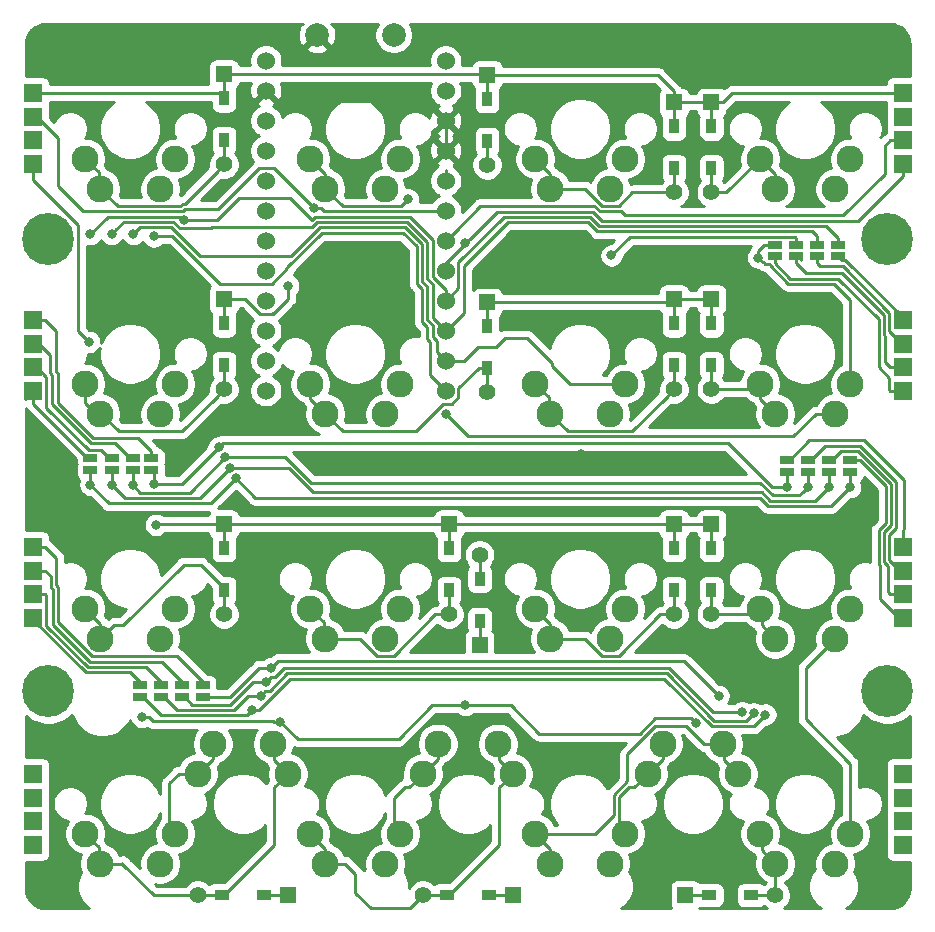
<source format=gbl>
G04 #@! TF.GenerationSoftware,KiCad,Pcbnew,5.1.4+dfsg1-1*
G04 #@! TF.CreationDate,2020-03-28T17:09:33+01:00*
G04 #@! TF.ProjectId,roni4x4ortho,726f6e69-3478-4346-9f72-74686f2e6b69,rev?*
G04 #@! TF.SameCoordinates,Original*
G04 #@! TF.FileFunction,Copper,L2,Bot*
G04 #@! TF.FilePolarity,Positive*
%FSLAX46Y46*%
G04 Gerber Fmt 4.6, Leading zero omitted, Abs format (unit mm)*
G04 Created by KiCad (PCBNEW 5.1.4+dfsg1-1) date 2020-03-28 17:09:33*
%MOMM*%
%LPD*%
G04 APERTURE LIST*
%ADD10C,4.400000*%
%ADD11R,1.600000X1.600000*%
%ADD12R,1.143000X0.635000*%
%ADD13C,2.000000*%
%ADD14R,0.950000X1.300000*%
%ADD15R,1.397000X1.397000*%
%ADD16C,1.397000*%
%ADD17R,1.300000X0.950000*%
%ADD18C,2.286000*%
%ADD19C,1.524000*%
%ADD20C,0.800000*%
%ADD21C,0.250000*%
%ADD22C,0.254000*%
G04 APERTURE END LIST*
D10*
X145058178Y-31551642D03*
D11*
X72732050Y-25219350D03*
X72732050Y-23219350D03*
X72732050Y-21219350D03*
X72732050Y-19219350D03*
X72732050Y-44438700D03*
X72732050Y-42438700D03*
X72732050Y-40438700D03*
X72732050Y-38438700D03*
X72732050Y-63658050D03*
X72732050Y-61658050D03*
X72732050Y-59658050D03*
X72732050Y-57658050D03*
X72732050Y-82877400D03*
X72732050Y-80877400D03*
X72732050Y-78877400D03*
X72732050Y-76877400D03*
X146348025Y-25219350D03*
X146348025Y-23219350D03*
X146348025Y-21219350D03*
X146348025Y-19219350D03*
X146348025Y-44438700D03*
X146348025Y-42438700D03*
X146348025Y-40438700D03*
X146348025Y-38438700D03*
X146348025Y-63658050D03*
X146348025Y-61658050D03*
X146348025Y-59658050D03*
X146348025Y-57658050D03*
X146348025Y-82877400D03*
X146348025Y-80877400D03*
X146348025Y-78877400D03*
X146348025Y-76877400D03*
D10*
X74017374Y-69850176D03*
X145058178Y-69850176D03*
X74017374Y-31551642D03*
D12*
X82748646Y-51102070D03*
X82748646Y-50101310D03*
X81161142Y-50101310D03*
X81161142Y-51102070D03*
X79375200Y-51102070D03*
X79375200Y-50101310D03*
X77589258Y-50101310D03*
X77589258Y-51102070D03*
X87114282Y-70350556D03*
X87114282Y-69349796D03*
X85328340Y-69349796D03*
X85328340Y-70350556D03*
X83542398Y-70350556D03*
X83542398Y-69349796D03*
X81756456Y-69349796D03*
X81756456Y-70350556D03*
X140890980Y-33044212D03*
X140890980Y-32043452D03*
X139105038Y-32043452D03*
X139105038Y-33044212D03*
X137319096Y-32043452D03*
X137319096Y-33044212D03*
X135533154Y-33044212D03*
X135533154Y-32043452D03*
X136525344Y-50299748D03*
X136525344Y-51300508D03*
X138311286Y-50299748D03*
X138311286Y-51300508D03*
X140097228Y-51300508D03*
X140097228Y-50299748D03*
X141883170Y-50299748D03*
X141883170Y-51300508D03*
D13*
X103262500Y-14286600D03*
X96762500Y-14286600D03*
D14*
X88894400Y-23204900D03*
X88894400Y-19654900D03*
D15*
X88894400Y-17619900D03*
D16*
X88894400Y-25239900D03*
D14*
X88894400Y-42253700D03*
X88894400Y-38703700D03*
D15*
X88894400Y-36668700D03*
D16*
X88894400Y-44288700D03*
D14*
X88894400Y-61302500D03*
X88894400Y-57752500D03*
D15*
X88894400Y-55717500D03*
D16*
X88894400Y-63337500D03*
D17*
X88712728Y-87114282D03*
X92262728Y-87114282D03*
D15*
X94297728Y-87114282D03*
D16*
X86677728Y-87114282D03*
X111170750Y-25290450D03*
D15*
X111170750Y-17670450D03*
D14*
X111170750Y-19705450D03*
X111170750Y-23255450D03*
D16*
X111170750Y-44551300D03*
D15*
X111170750Y-36931300D03*
D14*
X111170750Y-38966300D03*
X111170750Y-42516300D03*
D16*
X107943200Y-63337500D03*
D15*
X107943200Y-55717500D03*
D14*
X107943200Y-57752500D03*
X107943200Y-61302500D03*
D16*
X105727776Y-87114282D03*
D15*
X113347776Y-87114282D03*
D17*
X111312776Y-87114282D03*
X107762776Y-87114282D03*
D14*
X126992000Y-25586150D03*
X126992000Y-22036150D03*
D15*
X126992000Y-20001150D03*
D16*
X126992000Y-27621150D03*
D14*
X126992000Y-42253700D03*
X126992000Y-38703700D03*
D15*
X126992000Y-36668700D03*
D16*
X126992000Y-44288700D03*
D14*
X126992000Y-61302500D03*
X126992000Y-57752500D03*
D15*
X126992000Y-55717500D03*
D16*
X126992000Y-63337500D03*
X110529966Y-58301094D03*
D15*
X110529966Y-65921094D03*
D14*
X110529966Y-63886094D03*
X110529966Y-60336094D03*
D16*
X130166800Y-27621150D03*
D15*
X130166800Y-20001150D03*
D14*
X130166800Y-22036150D03*
X130166800Y-25586150D03*
D16*
X130166800Y-44288700D03*
D15*
X130166800Y-36668700D03*
D14*
X130166800Y-38703700D03*
X130166800Y-42253700D03*
D16*
X130166800Y-63337500D03*
D15*
X130166800Y-55717500D03*
D14*
X130166800Y-57752500D03*
X130166800Y-61302500D03*
D17*
X133537832Y-87114282D03*
X129987832Y-87114282D03*
D15*
X127952832Y-87114282D03*
D16*
X135572832Y-87114282D03*
D18*
X77147400Y-24763600D03*
X83497400Y-27303600D03*
X78417400Y-27303600D03*
X84767400Y-24763600D03*
X84767400Y-43812400D03*
X78417400Y-46352400D03*
X83497400Y-46352400D03*
X77147400Y-43812400D03*
X77147400Y-62861200D03*
X83497400Y-65401200D03*
X78417400Y-65401200D03*
X84767400Y-62861200D03*
X77147400Y-81910000D03*
X83497400Y-84450000D03*
X78417400Y-84450000D03*
X84767400Y-81910000D03*
X96196200Y-24763600D03*
X102546200Y-27303600D03*
X97466200Y-27303600D03*
X103816200Y-24763600D03*
X103816200Y-43812400D03*
X97466200Y-46352400D03*
X102546200Y-46352400D03*
X96196200Y-43812400D03*
X103816200Y-62861200D03*
X97466200Y-65401200D03*
X102546200Y-65401200D03*
X96196200Y-62861200D03*
X103816200Y-81910000D03*
X97466200Y-84450000D03*
X102546200Y-84450000D03*
X96196200Y-81910000D03*
X122865000Y-24763600D03*
X116515000Y-27303600D03*
X121595000Y-27303600D03*
X115245000Y-24763600D03*
X115245000Y-43812400D03*
X121595000Y-46352400D03*
X116515000Y-46352400D03*
X122865000Y-43812400D03*
X115245000Y-62861200D03*
X121595000Y-65401200D03*
X116515000Y-65401200D03*
X122865000Y-62861200D03*
X115245000Y-81910000D03*
X121595000Y-84450000D03*
X116515000Y-84450000D03*
X122865000Y-81910000D03*
X134293800Y-24763600D03*
X140643800Y-27303600D03*
X135563800Y-27303600D03*
X141913800Y-24763600D03*
X141913800Y-43812400D03*
X135563800Y-46352400D03*
X140643800Y-46352400D03*
X134293800Y-43812400D03*
X141913800Y-62861200D03*
X135563800Y-65401200D03*
X140643800Y-65401200D03*
X134293800Y-62861200D03*
X141913800Y-81910000D03*
X135563800Y-84450000D03*
X140643800Y-84450000D03*
X134293800Y-81910000D03*
D19*
X92442600Y-16476300D03*
X92442600Y-19016300D03*
X92442600Y-21556300D03*
X92442600Y-24096300D03*
X92442600Y-26636300D03*
X92442600Y-29176300D03*
X92442600Y-31716300D03*
X92442600Y-34256300D03*
X92442600Y-36796300D03*
X92442600Y-39336300D03*
X92442600Y-41876300D03*
X92442600Y-44416300D03*
X107662600Y-44416300D03*
X107662600Y-41876300D03*
X107662600Y-39336300D03*
X107662600Y-36796300D03*
X107662600Y-34256300D03*
X107662600Y-31716300D03*
X107662600Y-29176300D03*
X107662600Y-26636300D03*
X107662600Y-24096300D03*
X107662600Y-21556300D03*
X107662600Y-19016300D03*
X107662600Y-16476300D03*
D18*
X86677728Y-76835200D03*
X93027728Y-74295200D03*
X87947728Y-74295200D03*
X94297728Y-76835200D03*
X113347776Y-76835200D03*
X106997776Y-74295200D03*
X112077776Y-74295200D03*
X105727776Y-76835200D03*
X132397824Y-76835200D03*
X126047824Y-74295200D03*
X131127824Y-74295200D03*
X124777824Y-76835200D03*
D20*
X94335600Y-35534600D03*
X96506001Y-28954124D03*
X83145522Y-55761078D03*
X128875584Y-72516892D03*
X77459580Y-40282914D03*
X93662736Y-72429870D03*
X81954894Y-72032998D03*
X109339338Y-71040804D03*
X109322773Y-31931953D03*
X104480788Y-28212869D03*
X77589258Y-31154766D03*
X85526778Y-29946622D03*
X79375200Y-31154766D03*
X121690163Y-32950421D03*
X81220366Y-31154766D03*
X107670600Y-46353258D03*
X82947084Y-31353342D03*
X134114435Y-33139146D03*
X88436620Y-49204450D03*
X82947084Y-52311081D03*
X136525344Y-52548542D03*
X88997659Y-50032253D03*
X81161142Y-52387632D03*
X138315773Y-52548533D03*
X89434400Y-50931854D03*
X79375200Y-52387632D03*
X140097224Y-52586070D03*
X89892413Y-51820812D03*
X77589258Y-52387632D03*
X141907603Y-52577135D03*
X130770642Y-70247052D03*
X92906512Y-67865796D03*
X132749338Y-71635586D03*
X92456501Y-69056424D03*
X133744990Y-71728869D03*
X92006490Y-70247052D03*
X134739402Y-71834556D03*
X91281481Y-71437687D03*
X119084600Y-35423900D03*
X96850450Y-37685000D03*
X119084600Y-49744200D03*
X138112500Y-16668750D03*
X119062800Y-75208002D03*
X143867550Y-74811126D03*
X85328340Y-37703220D03*
X127992510Y-83740836D03*
X77390820Y-56157954D03*
X107751834Y-83740836D03*
X73025184Y-49212624D03*
X143272236Y-54570450D03*
X88900224Y-83740836D03*
X77787696Y-75406440D03*
X119062800Y-54570450D03*
D21*
X88894400Y-19654900D02*
X88894400Y-17619900D01*
X111170750Y-19705450D02*
X111170750Y-17670450D01*
X107662600Y-25690598D02*
X107662600Y-26636300D01*
X111120200Y-17619900D02*
X111170750Y-17670450D01*
X88894400Y-17619900D02*
X111120200Y-17619900D01*
X146535950Y-19654900D02*
X146594650Y-19596200D01*
X88458850Y-19219350D02*
X88894400Y-19654900D01*
X72732050Y-19219350D02*
X88458850Y-19219350D01*
X126992000Y-19052650D02*
X126992000Y-20001150D01*
X125609800Y-17670450D02*
X126992000Y-19052650D01*
X111170750Y-17670450D02*
X125609800Y-17670450D01*
X126992000Y-20001150D02*
X126992000Y-22036150D01*
X130166800Y-20001150D02*
X130166800Y-22036150D01*
X145423025Y-19219350D02*
X146348025Y-19219350D01*
X131897100Y-19219350D02*
X145423025Y-19219350D01*
X131115300Y-20001150D02*
X131897100Y-19219350D01*
X130166800Y-20001150D02*
X131115300Y-20001150D01*
X126992000Y-20001150D02*
X130166800Y-20001150D01*
X78290399Y-27176599D02*
X78417400Y-27303600D01*
X78290399Y-25906599D02*
X78290399Y-27176599D01*
X77147400Y-24763600D02*
X78290399Y-25906599D01*
X88894400Y-23204900D02*
X88894400Y-25239900D01*
X85208340Y-28771601D02*
X85407176Y-28572765D01*
X88195901Y-25938399D02*
X88894400Y-25239900D01*
X85407176Y-28572765D02*
X85561535Y-28572765D01*
X78417400Y-27303600D02*
X79885401Y-28771601D01*
X85561535Y-28572765D02*
X88195901Y-25938399D01*
X79885401Y-28771601D02*
X85208340Y-28771601D01*
X130166800Y-38703700D02*
X130166800Y-36668700D01*
X126992000Y-38703700D02*
X126992000Y-36668700D01*
X126992000Y-36668700D02*
X130166800Y-36668700D01*
X107026800Y-29176300D02*
X107662600Y-29176300D01*
X88894400Y-38703700D02*
X88894400Y-36668700D01*
X126729400Y-36931300D02*
X126992000Y-36668700D01*
X111170750Y-36931300D02*
X126729400Y-36931300D01*
X111170750Y-36931300D02*
X111170750Y-38966300D01*
X90706238Y-36668700D02*
X91920839Y-37883301D01*
X88894400Y-36668700D02*
X90706238Y-36668700D01*
X91920839Y-37883301D02*
X92964361Y-37883301D01*
X94335600Y-36626800D02*
X94335600Y-35534600D01*
X93040200Y-37922200D02*
X94335600Y-36626800D01*
X92964361Y-37883301D02*
X92982831Y-37864831D01*
X92982831Y-37864831D02*
X93040200Y-37922200D01*
X72772050Y-21636200D02*
X72732050Y-21596200D01*
X76957134Y-29221612D02*
X85394740Y-29221612D01*
X91884901Y-25549299D02*
X93101176Y-25549299D01*
X97071686Y-28954124D02*
X96506001Y-28954124D01*
X106584970Y-29176300D02*
X106539658Y-29221612D01*
X107662600Y-29176300D02*
X106584970Y-29176300D01*
X96106002Y-28554125D02*
X96506001Y-28954124D01*
X85593576Y-29022776D02*
X88411424Y-29022776D01*
X85394740Y-29221612D02*
X85593576Y-29022776D01*
X93101176Y-25549299D02*
X96106002Y-28554125D01*
X73035350Y-21219350D02*
X74811126Y-22995126D01*
X74811126Y-27075604D02*
X76957134Y-29221612D01*
X106539658Y-29221612D02*
X97339174Y-29221612D01*
X72732050Y-21219350D02*
X73035350Y-21219350D01*
X88411424Y-29022776D02*
X91884901Y-25549299D01*
X74811126Y-22995126D02*
X74811126Y-27075604D01*
X97339174Y-29221612D02*
X97071686Y-28954124D01*
X78070954Y-46352400D02*
X78417400Y-46352400D01*
X77147400Y-45428846D02*
X78070954Y-46352400D01*
X77147400Y-43812400D02*
X77147400Y-45428846D01*
X88894400Y-42253700D02*
X88894400Y-44288700D01*
X85359542Y-47823558D02*
X88195901Y-44987199D01*
X88195901Y-44987199D02*
X88894400Y-44288700D01*
X78417400Y-46352400D02*
X78499356Y-46352400D01*
X79970514Y-47823558D02*
X85359542Y-47823558D01*
X78499356Y-46352400D02*
X79970514Y-47823558D01*
X88894400Y-57752500D02*
X88894400Y-55717500D01*
X88894400Y-55717500D02*
X107943200Y-55717500D01*
X107943200Y-55717500D02*
X107943200Y-57752500D01*
X126992000Y-57752500D02*
X126992000Y-55717500D01*
X107943200Y-55717500D02*
X126992000Y-55717500D01*
X130166800Y-57752500D02*
X130166800Y-55717500D01*
X126992000Y-55717500D02*
X130166800Y-55717500D01*
X83189100Y-55717500D02*
X83145522Y-55761078D01*
X88894400Y-55717500D02*
X83189100Y-55717500D01*
X108424599Y-30954301D02*
X107662600Y-31716300D01*
X110607299Y-28771601D02*
X108424599Y-30954301D01*
X120703959Y-29221612D02*
X120253948Y-28771601D01*
X122486041Y-29221612D02*
X120703959Y-29221612D01*
X122831691Y-29567262D02*
X122486041Y-29221612D01*
X145298025Y-23219350D02*
X144830800Y-23686575D01*
X146348025Y-23219350D02*
X145298025Y-23219350D01*
X120253948Y-28771601D02*
X110607299Y-28771601D01*
X141287856Y-29567262D02*
X122831691Y-29567262D01*
X144830800Y-26024318D02*
X141287856Y-29567262D01*
X144830800Y-23686575D02*
X144830800Y-26024318D01*
X78417400Y-64131200D02*
X78417400Y-65401200D01*
X77147400Y-62861200D02*
X78417400Y-64131200D01*
X88894400Y-63337500D02*
X88894400Y-61302500D01*
X88894400Y-61127500D02*
X88894400Y-61302500D01*
X86912199Y-59145299D02*
X88894400Y-61127500D01*
X85472967Y-59145299D02*
X86912199Y-59145299D01*
X80360065Y-64258201D02*
X85472967Y-59145299D01*
X79560399Y-64258201D02*
X80360065Y-64258201D01*
X78417400Y-65401200D02*
X79560399Y-64258201D01*
X92262728Y-87114282D02*
X94297728Y-87114282D01*
X111312776Y-87114282D02*
X113347776Y-87114282D01*
X129987832Y-87114282D02*
X127952832Y-87114282D01*
X76542375Y-39365709D02*
X77459580Y-40282914D01*
X76542375Y-30339641D02*
X76542375Y-39365709D01*
X72732050Y-25219350D02*
X72732050Y-26529316D01*
X72732050Y-26529316D02*
X76542375Y-30339641D01*
X93043916Y-72376735D02*
X82864316Y-72376735D01*
X93097051Y-72429870D02*
X93043916Y-72376735D01*
X82520579Y-72032998D02*
X81954894Y-72032998D01*
X82864316Y-72376735D02*
X82520579Y-72032998D01*
X93662736Y-72429870D02*
X93097051Y-72429870D01*
X128475585Y-72116893D02*
X128875584Y-72516892D01*
X124094871Y-73439101D02*
X125417079Y-72116893D01*
X95121978Y-73889112D02*
X103687201Y-73889112D01*
X103687201Y-73889112D02*
X106535509Y-71040804D01*
X125417079Y-72116893D02*
X128475585Y-72116893D01*
X93662736Y-72429870D02*
X95121978Y-73889112D01*
X106535509Y-71040804D02*
X109339338Y-71040804D01*
X115574751Y-73439101D02*
X124094871Y-73439101D01*
X113176454Y-71040804D02*
X115574751Y-73439101D01*
X110529966Y-65921094D02*
X110529966Y-63886094D01*
X109339338Y-71040804D02*
X113176454Y-71040804D01*
X146348025Y-26269350D02*
X142600102Y-30017273D01*
X109722772Y-31531954D02*
X109322773Y-31931953D01*
X146348025Y-25219350D02*
X146348025Y-26269350D01*
X120108491Y-29262554D02*
X111992172Y-29262554D01*
X107662600Y-33625256D02*
X108939339Y-32348517D01*
X142600102Y-30017273D02*
X120863210Y-30017273D01*
X108939339Y-32348517D02*
X109339338Y-31948518D01*
X107662600Y-34256300D02*
X107662600Y-33625256D01*
X120863210Y-30017273D02*
X120108491Y-29262554D01*
X111992172Y-29262554D02*
X109722772Y-31531954D01*
X109339338Y-31948518D02*
X109322773Y-31931953D01*
X78290399Y-84322999D02*
X78417400Y-84450000D01*
X78290399Y-83052999D02*
X78290399Y-84322999D01*
X77147400Y-81910000D02*
X78290399Y-83052999D01*
X93154729Y-74422201D02*
X93027728Y-74295200D01*
X93154729Y-75692201D02*
X93154729Y-74422201D01*
X94297728Y-76835200D02*
X93154729Y-75692201D01*
X86677728Y-87114282D02*
X88712728Y-87114282D01*
X80282802Y-84450000D02*
X78417400Y-84450000D01*
X86677728Y-87114282D02*
X82947084Y-87114282D01*
X82947084Y-87114282D02*
X80282802Y-84450000D01*
X77147400Y-81910000D02*
X77192294Y-81954894D01*
X80282802Y-84450000D02*
X80282802Y-84420738D01*
X93154729Y-82847281D02*
X93154729Y-77978199D01*
X93154729Y-77978199D02*
X94297728Y-76835200D01*
X88887728Y-87114282D02*
X93154729Y-82847281D01*
X88712728Y-87114282D02*
X88887728Y-87114282D01*
X97466200Y-26033600D02*
X97466200Y-27303600D01*
X96196200Y-24763600D02*
X97466200Y-26033600D01*
X111170750Y-25290450D02*
X111170750Y-23255450D01*
X103922056Y-28771601D02*
X104080789Y-28612868D01*
X104080789Y-28612868D02*
X104480788Y-28212869D01*
X98934201Y-28771601D02*
X103922056Y-28771601D01*
X97466200Y-27303600D02*
X98934201Y-28771601D01*
X96196200Y-45082400D02*
X96196200Y-43812400D01*
X97466200Y-46352400D02*
X96196200Y-45082400D01*
X111170750Y-42516300D02*
X111170750Y-44551300D01*
X110445750Y-42516300D02*
X111170750Y-42516300D01*
X108749601Y-44212449D02*
X110445750Y-42516300D01*
X108749601Y-44938061D02*
X108749601Y-44212449D01*
X108184361Y-45503301D02*
X108749601Y-44938061D01*
X107458749Y-45503301D02*
X108184361Y-45503301D01*
X105133850Y-47828200D02*
X107458749Y-45503301D01*
X98934201Y-47820401D02*
X103296449Y-47820401D01*
X97466200Y-46352400D02*
X98934201Y-47820401D01*
X103296449Y-47820401D02*
X103304248Y-47828200D01*
X103304248Y-47828200D02*
X105133850Y-47828200D01*
X97339199Y-65274199D02*
X97466200Y-65401200D01*
X97339199Y-64004199D02*
X97339199Y-65274199D01*
X96196200Y-62861200D02*
X97339199Y-64004199D01*
X107943200Y-63337500D02*
X107943200Y-61302500D01*
X101841559Y-66869201D02*
X103250841Y-66869201D01*
X103250841Y-66869201D02*
X106782542Y-63337500D01*
X106782542Y-63337500D02*
X106955372Y-63337500D01*
X106955372Y-63337500D02*
X107943200Y-63337500D01*
X100373558Y-65401200D02*
X101841559Y-66869201D01*
X97466200Y-65401200D02*
X100373558Y-65401200D01*
X97466200Y-83180000D02*
X97466200Y-84450000D01*
X96196200Y-81910000D02*
X97466200Y-83180000D01*
X105727776Y-87114282D02*
X107762776Y-87114282D01*
X113347776Y-76835200D02*
X112204777Y-75692201D01*
X112204777Y-74422201D02*
X112077776Y-74295200D01*
X112204777Y-75692201D02*
X112204777Y-74422201D01*
X105029277Y-87812781D02*
X105727776Y-87114282D01*
X97466200Y-84450000D02*
X99134412Y-84450000D01*
X104632857Y-88209201D02*
X105029277Y-87812781D01*
X99134412Y-84450000D02*
X100012752Y-85328340D01*
X100012752Y-85328340D02*
X100012752Y-86915844D01*
X101306109Y-88209201D02*
X104632857Y-88209201D01*
X100012752Y-86915844D02*
X101306109Y-88209201D01*
X96196200Y-81910000D02*
X96241094Y-81954894D01*
X112204777Y-82847281D02*
X112204777Y-77978199D01*
X107937776Y-87114282D02*
X112204777Y-82847281D01*
X112204777Y-77978199D02*
X113347776Y-76835200D01*
X107762776Y-87114282D02*
X107937776Y-87114282D01*
X116515000Y-26033600D02*
X116515000Y-27303600D01*
X115245000Y-24763600D02*
X116515000Y-26033600D01*
X116515000Y-27303600D02*
X119422358Y-27303600D01*
X119422358Y-27303600D02*
X120890359Y-28771601D01*
X120890359Y-28771601D02*
X122299641Y-28771601D01*
X122299641Y-28771601D02*
X123450092Y-27621150D01*
X123450092Y-27621150D02*
X126004172Y-27621150D01*
X126004172Y-27621150D02*
X126992000Y-27621150D01*
X126992000Y-25586150D02*
X126992000Y-27621150D01*
X116387999Y-46225399D02*
X116515000Y-46352400D01*
X116387999Y-44955399D02*
X116387999Y-46225399D01*
X115245000Y-43812400D02*
X116387999Y-44955399D01*
X126293501Y-44987199D02*
X126992000Y-44288700D01*
X123460299Y-47820401D02*
X126293501Y-44987199D01*
X117983001Y-47820401D02*
X123460299Y-47820401D01*
X116515000Y-46352400D02*
X117983001Y-47820401D01*
X126992000Y-44288700D02*
X126992000Y-42253700D01*
X116515000Y-64131200D02*
X116515000Y-65401200D01*
X115245000Y-62861200D02*
X116515000Y-64131200D01*
X126992000Y-63337500D02*
X126992000Y-61302500D01*
X125831342Y-63337500D02*
X126004172Y-63337500D01*
X126004172Y-63337500D02*
X126992000Y-63337500D01*
X120890359Y-66869201D02*
X122299641Y-66869201D01*
X119422358Y-65401200D02*
X120890359Y-66869201D01*
X116515000Y-65401200D02*
X119422358Y-65401200D01*
X122299641Y-66869201D02*
X125831342Y-63337500D01*
X116515000Y-83180000D02*
X116515000Y-84450000D01*
X115245000Y-81910000D02*
X116515000Y-83180000D01*
X131254825Y-74422201D02*
X131127824Y-74295200D01*
X131254825Y-75692201D02*
X131254825Y-74422201D01*
X132397824Y-76835200D02*
X131254825Y-75692201D01*
X128043377Y-72827199D02*
X129511378Y-74295200D01*
X125412816Y-72826746D02*
X125413269Y-72827199D01*
X123031560Y-75208002D02*
X125412816Y-72826746D01*
X125413269Y-72827199D02*
X128043377Y-72827199D01*
X121881912Y-80326410D02*
X121881914Y-78624366D01*
X129511378Y-74295200D02*
X131127824Y-74295200D01*
X121881914Y-78624366D02*
X123031560Y-77474720D01*
X120298322Y-81910000D02*
X121881912Y-80326410D01*
X115245000Y-81910000D02*
X120298322Y-81910000D01*
X123031560Y-77474720D02*
X123031560Y-75208002D01*
X110529966Y-60336094D02*
X110529966Y-58301094D01*
X133817500Y-25239900D02*
X134293800Y-24763600D01*
X135563800Y-26033600D02*
X135563800Y-27303600D01*
X134293800Y-24763600D02*
X135563800Y-26033600D01*
X130166800Y-25586150D02*
X130166800Y-27621150D01*
X131436250Y-27621150D02*
X130166800Y-27621150D01*
X134293800Y-24763600D02*
X131436250Y-27621150D01*
X134293800Y-45082400D02*
X134293800Y-43812400D01*
X135563800Y-46352400D02*
X134293800Y-45082400D01*
X133817500Y-44288700D02*
X134293800Y-43812400D01*
X130166800Y-44288700D02*
X133817500Y-44288700D01*
X130166800Y-44288700D02*
X130166800Y-42253700D01*
X134420801Y-62988201D02*
X134293800Y-62861200D01*
X134420801Y-64258201D02*
X134420801Y-62988201D01*
X135563800Y-65401200D02*
X134420801Y-64258201D01*
X133817500Y-63337500D02*
X134293800Y-62861200D01*
X130166800Y-63337500D02*
X133817500Y-63337500D01*
X130166800Y-63337500D02*
X130166800Y-61302500D01*
X134420801Y-83307001D02*
X134420801Y-82037001D01*
X134420801Y-82037001D02*
X134293800Y-81910000D01*
X135563800Y-84450000D02*
X134420801Y-83307001D01*
X133817500Y-82386300D02*
X134293800Y-81910000D01*
X135563800Y-87105250D02*
X135572832Y-87114282D01*
X135563800Y-84450000D02*
X135563800Y-87105250D01*
X135572832Y-87114282D02*
X133537832Y-87114282D01*
X82748646Y-49533810D02*
X82748646Y-50101310D01*
X81633708Y-48418872D02*
X82748646Y-49533810D01*
X77787696Y-48418872D02*
X81633708Y-48418872D01*
X74820719Y-45451895D02*
X77787696Y-48418872D01*
X74820719Y-42940898D02*
X74820719Y-45451895D01*
X74689459Y-42809638D02*
X74820719Y-42940898D01*
X72732050Y-38438700D02*
X73782050Y-38438700D01*
X73782050Y-38438700D02*
X74689459Y-39346109D01*
X74689459Y-39346109D02*
X74689459Y-42809638D01*
X72732050Y-41076650D02*
X72732050Y-40815550D01*
X73204700Y-40438700D02*
X72732050Y-40438700D01*
X74168000Y-41910000D02*
X74168000Y-41402000D01*
X74168000Y-41402000D02*
X73204700Y-40438700D01*
X74307062Y-45574649D02*
X77601296Y-48868883D01*
X80907142Y-50101310D02*
X81161142Y-50101310D01*
X74182061Y-42933599D02*
X74307062Y-43058600D01*
X74182061Y-41887739D02*
X74182061Y-42933599D01*
X79674715Y-48868883D02*
X80907142Y-50101310D01*
X74307062Y-43058600D02*
X74307062Y-45574649D01*
X77601296Y-48868883D02*
X79674715Y-48868883D01*
X72732050Y-42958698D02*
X72732050Y-42815550D01*
X79121200Y-50101310D02*
X79375200Y-50101310D01*
X78478699Y-49458809D02*
X79121200Y-50101310D01*
X77444360Y-49458809D02*
X78478699Y-49458809D01*
X73857052Y-45871501D02*
X77444360Y-49458809D01*
X72732050Y-42438700D02*
X73045700Y-42438700D01*
X73732051Y-43125051D02*
X73737102Y-43125051D01*
X73737102Y-43125051D02*
X73857051Y-43245000D01*
X73045700Y-42438700D02*
X73732051Y-43125051D01*
X73857051Y-43245000D02*
X73857052Y-45871501D01*
X72057051Y-45113699D02*
X72732050Y-44438700D01*
X77335258Y-50101310D02*
X77589258Y-50101310D01*
X72732050Y-45498102D02*
X77335258Y-50101310D01*
X72732050Y-44438700D02*
X72732050Y-45498102D01*
X77192382Y-68262672D02*
X80962704Y-68262672D01*
X81756456Y-69056424D02*
X81756456Y-69349796D01*
X72732050Y-63658050D02*
X72732050Y-63802340D01*
X72732050Y-63802340D02*
X77192382Y-68262672D01*
X80962704Y-68262672D02*
X81756456Y-69056424D01*
X83542398Y-69056424D02*
X83542398Y-69349796D01*
X73782050Y-61658050D02*
X73857051Y-61733051D01*
X82298635Y-67812661D02*
X83542398Y-69056424D01*
X72732050Y-61658050D02*
X73782050Y-61658050D01*
X77378781Y-67812661D02*
X82298635Y-67812661D01*
X73857051Y-61733051D02*
X73857051Y-64290931D01*
X73857051Y-64290931D02*
X77378781Y-67812661D01*
X85328340Y-69056424D02*
X85328340Y-69349796D01*
X83634566Y-67362650D02*
X85328340Y-69056424D01*
X77565181Y-67362650D02*
X83634566Y-67362650D01*
X74422000Y-64219469D02*
X77565181Y-67362650D01*
X73782050Y-59658050D02*
X74251488Y-60127488D01*
X72732050Y-59658050D02*
X73782050Y-59658050D01*
X74251488Y-60127488D02*
X74251488Y-61072033D01*
X74251488Y-61072033D02*
X74422000Y-61242545D01*
X74422000Y-61242545D02*
X74422000Y-64219469D01*
X87114282Y-69056424D02*
X87114282Y-69349796D01*
X84931464Y-66873606D02*
X87114282Y-69056424D01*
X77712548Y-66873606D02*
X84931464Y-66873606D01*
X74872011Y-64033069D02*
X77712548Y-66873606D01*
X73782050Y-57658050D02*
X74701499Y-58577499D01*
X72732050Y-57658050D02*
X73782050Y-57658050D01*
X74701499Y-58577499D02*
X74701499Y-60885633D01*
X74701499Y-60885633D02*
X74872011Y-61056145D01*
X74872011Y-61056145D02*
X74872011Y-64033069D01*
X146348025Y-38438700D02*
X146348025Y-38199315D01*
X146348025Y-38199315D02*
X141486294Y-33337584D01*
X141184352Y-33337584D02*
X140890980Y-33044212D01*
X141486294Y-33337584D02*
X141184352Y-33337584D01*
X146288348Y-40438700D02*
X145223024Y-39373376D01*
X146348025Y-40438700D02*
X146288348Y-40438700D01*
X145223024Y-39373376D02*
X145223024Y-37826969D01*
X145223024Y-37826969D02*
X141287856Y-33891801D01*
X139385127Y-33891801D02*
X140733639Y-33891801D01*
X139105038Y-33611712D02*
X139385127Y-33891801D01*
X139105038Y-33044212D02*
X139105038Y-33611712D01*
X141287856Y-33891801D02*
X140733639Y-33891801D01*
X140733639Y-33891801D02*
X139659255Y-33891801D01*
X137715972Y-33044212D02*
X137715972Y-33337584D01*
X144773013Y-38013369D02*
X141234721Y-34475077D01*
X145298025Y-42438700D02*
X144859740Y-42000415D01*
X146348025Y-42438700D02*
X145298025Y-42438700D01*
X144859740Y-39771828D02*
X144773013Y-39685101D01*
X144859740Y-42000415D02*
X144859740Y-39771828D01*
X144773013Y-39685101D02*
X144773013Y-38013369D01*
X138182461Y-34475077D02*
X139051903Y-34475077D01*
X137319096Y-33611712D02*
X138182461Y-34475077D01*
X141234721Y-34475077D02*
X139051903Y-34475077D01*
X137319096Y-33044212D02*
X137319096Y-33611712D01*
X139051903Y-34475077D02*
X138456589Y-34475077D01*
X145223024Y-43313699D02*
X144323002Y-42413677D01*
X145298025Y-44438700D02*
X145223024Y-44363699D01*
X145223024Y-44363699D02*
X145223024Y-43313699D01*
X144323002Y-42413677D02*
X144323002Y-41873532D01*
X146348025Y-44438700D02*
X145298025Y-44438700D01*
X144323002Y-41873532D02*
X144359701Y-41836833D01*
X144359701Y-41836833D02*
X144359701Y-39908200D01*
X144359701Y-39908200D02*
X144323002Y-39871501D01*
X144323002Y-39871501D02*
X144323002Y-38357110D01*
X144323002Y-38357110D02*
X140890980Y-34925088D01*
X135533154Y-33044212D02*
X135533154Y-33611712D01*
X135533154Y-33611712D02*
X136846530Y-34925088D01*
X140890980Y-34925088D02*
X137914410Y-34925088D01*
X136846530Y-34925088D02*
X137914410Y-34925088D01*
X137914410Y-34925088D02*
X137120658Y-34925088D01*
X144914279Y-55633972D02*
X144914279Y-52509357D01*
X144323002Y-59090851D02*
X144323002Y-56225249D01*
X142704670Y-50299748D02*
X141883170Y-50299748D01*
X144462864Y-62039864D02*
X144462864Y-59230713D01*
X144323002Y-56225249D02*
X144914279Y-55633972D01*
X144462864Y-59230713D02*
X144323002Y-59090851D01*
X146348025Y-63658050D02*
X146081050Y-63658050D01*
X146081050Y-63658050D02*
X144462864Y-62039864D01*
X144914279Y-52509357D02*
X142704670Y-50299748D01*
X146217800Y-61426550D02*
X146217800Y-61658050D01*
X146348025Y-61658050D02*
X145298025Y-61658050D01*
X140351228Y-50299748D02*
X140097228Y-50299748D01*
X145111313Y-59242751D02*
X144773013Y-58904451D01*
X142574756Y-49517332D02*
X141133644Y-49517332D01*
X141133644Y-49517332D02*
X140351228Y-50299748D01*
X145364290Y-52306866D02*
X142574756Y-49517332D01*
X144773013Y-58904451D02*
X144773013Y-56411649D01*
X145364290Y-55820372D02*
X145364290Y-52306866D01*
X144773013Y-56411649D02*
X145364290Y-55820372D01*
X145111313Y-61471338D02*
X145111313Y-59242751D01*
X145298025Y-61658050D02*
X145111313Y-61471338D01*
X145605500Y-58991500D02*
X145613949Y-58983051D01*
X145613949Y-58983051D02*
X145673026Y-58983051D01*
X145814301Y-52120466D02*
X142761156Y-49067321D01*
X145223024Y-58718051D02*
X145223024Y-56629520D01*
X138565286Y-50299748D02*
X138311286Y-50299748D01*
X139797713Y-49067321D02*
X138565286Y-50299748D01*
X142761156Y-49067321D02*
X139797713Y-49067321D01*
X145814301Y-56038243D02*
X145814301Y-52120466D01*
X145223024Y-56629520D02*
X145814301Y-56038243D01*
X146163023Y-59658050D02*
X145223024Y-58718051D01*
X146348025Y-59658050D02*
X146163023Y-59658050D01*
X136779344Y-50299748D02*
X136525344Y-50299748D01*
X138461782Y-48617310D02*
X136779344Y-50299748D01*
X146456801Y-52000313D02*
X143073798Y-48617310D01*
X146348025Y-57658050D02*
X146348025Y-56191575D01*
X146348025Y-56191575D02*
X146456801Y-56082799D01*
X143073798Y-48617310D02*
X138461782Y-48617310D01*
X146456801Y-56082799D02*
X146456801Y-52000313D01*
X77589258Y-31154766D02*
X79072401Y-29671623D01*
X85251779Y-29671623D02*
X85526778Y-29946622D01*
X79072401Y-29671623D02*
X85251779Y-29671623D01*
X84231827Y-77664655D02*
X85061282Y-76835200D01*
X85061282Y-76835200D02*
X86677728Y-76835200D01*
X84767400Y-81910000D02*
X84231827Y-81374427D01*
X84231827Y-81374427D02*
X84231827Y-77664655D01*
X87947728Y-75565200D02*
X87947728Y-74295200D01*
X86677728Y-76835200D02*
X87947728Y-75565200D01*
X88292797Y-29946622D02*
X86092463Y-29946622D01*
X90150120Y-28089299D02*
X88292797Y-29946622D01*
X96329613Y-29952103D02*
X94466810Y-28089299D01*
X86092463Y-29946622D02*
X85526778Y-29946622D01*
X96610092Y-29671623D02*
X96329613Y-29952103D01*
X107662600Y-35846552D02*
X106575599Y-34759551D01*
X107662600Y-36796300D02*
X107662600Y-35846552D01*
X106575599Y-34759551D02*
X106575599Y-31641182D01*
X94466810Y-28089299D02*
X90150120Y-28089299D01*
X106575599Y-31641182D02*
X104606040Y-29671623D01*
X104606040Y-29671623D02*
X96610092Y-29671623D01*
X140890980Y-31475952D02*
X140890980Y-32043452D01*
X139882312Y-30467284D02*
X140890980Y-31475952D01*
X120676810Y-30467284D02*
X139882312Y-30467284D01*
X108749601Y-35709299D02*
X108749601Y-33530445D01*
X107662600Y-36796300D02*
X108749601Y-35709299D01*
X112567481Y-29712565D02*
X119922091Y-29712565D01*
X108749601Y-33530445D02*
X112567481Y-29712565D01*
X119922091Y-29712565D02*
X120676810Y-30467284D01*
X106997776Y-75565200D02*
X106997776Y-74295200D01*
X105727776Y-76835200D02*
X106997776Y-75565200D01*
X103816200Y-81910000D02*
X103281875Y-81375675D01*
X104584777Y-77978199D02*
X105727776Y-76835200D01*
X104190573Y-77978199D02*
X104584777Y-77978199D01*
X103281875Y-78886897D02*
X104190573Y-77978199D01*
X103281875Y-81375675D02*
X103281875Y-78886897D01*
X120490410Y-30917295D02*
X138669129Y-30917295D01*
X109199611Y-37799289D02*
X109199611Y-33874187D01*
X107662600Y-39336300D02*
X109199611Y-37799289D01*
X139105038Y-31353204D02*
X139105038Y-32043452D01*
X138669129Y-30917295D02*
X139105038Y-31353204D01*
X109199611Y-33874187D02*
X112911222Y-30162576D01*
X112911222Y-30162576D02*
X119735691Y-30162576D01*
X119735691Y-30162576D02*
X120490410Y-30917295D01*
X84615611Y-30121634D02*
X80408332Y-30121634D01*
X106575600Y-38230734D02*
X106575600Y-35414472D01*
X87916275Y-30552403D02*
X87797054Y-30671624D01*
X106125588Y-31827582D02*
X104419640Y-30121634D01*
X79775199Y-30754767D02*
X79375200Y-31154766D01*
X80408332Y-30121634D02*
X79775199Y-30754767D01*
X106575600Y-35414472D02*
X106125588Y-34964460D01*
X106125588Y-34964460D02*
X106125588Y-31827582D01*
X96365724Y-30552403D02*
X87916275Y-30552403D01*
X107662600Y-39317734D02*
X106575600Y-38230734D01*
X104419640Y-30121634D02*
X96796492Y-30121634D01*
X87797054Y-30671624D02*
X85165599Y-30671624D01*
X96796492Y-30121634D02*
X96365724Y-30552403D01*
X107662600Y-39336300D02*
X107662600Y-39317734D01*
X85165599Y-30671624D02*
X84615611Y-30121634D01*
X118163026Y-43812400D02*
X121248554Y-43812400D01*
X116695025Y-42344399D02*
X118163026Y-43812400D01*
X116695025Y-42078725D02*
X116695025Y-42344399D01*
X109240550Y-41876300D02*
X110417050Y-40699800D01*
X107662600Y-41876300D02*
X109240550Y-41876300D01*
X111924450Y-40699800D02*
X112678150Y-39946100D01*
X110417050Y-40699800D02*
X111924450Y-40699800D01*
X121248554Y-43812400D02*
X122865000Y-43812400D01*
X114562400Y-39946100D02*
X116695025Y-42078725D01*
X112678150Y-39946100D02*
X114562400Y-39946100D01*
X126047824Y-75565200D02*
X126047824Y-74295200D01*
X124777824Y-76835200D02*
X126047824Y-75565200D01*
X137319096Y-31475952D02*
X137319096Y-32043452D01*
X137210450Y-31367306D02*
X137319096Y-31475952D01*
X123273279Y-31367306D02*
X137210450Y-31367306D01*
X121690163Y-32950421D02*
X123273279Y-31367306D01*
X123626890Y-77986134D02*
X123634825Y-77978199D01*
X122331923Y-78810767D02*
X123156556Y-77986134D01*
X123634825Y-77978199D02*
X124777824Y-76835200D01*
X123156556Y-77986134D02*
X123626890Y-77986134D01*
X122865000Y-81910000D02*
X122331923Y-81376923D01*
X122331923Y-81376923D02*
X122331923Y-78810767D01*
X106900601Y-41114301D02*
X106900601Y-40183063D01*
X106575599Y-39858061D02*
X106575599Y-38867144D01*
X105675577Y-32013982D02*
X104233240Y-30571645D01*
X104233240Y-30571645D02*
X96982892Y-30571645D01*
X96982892Y-30571645D02*
X94586224Y-32968314D01*
X106900601Y-40183063D02*
X106575599Y-39858061D01*
X106575599Y-38867144D02*
X106125589Y-38417135D01*
X106125589Y-35600872D02*
X105675577Y-35150860D01*
X86825874Y-32968314D02*
X84429211Y-30571645D01*
X107662600Y-41876300D02*
X106900601Y-41114301D01*
X105675577Y-35150860D02*
X105675577Y-32013982D01*
X84429211Y-30571645D02*
X81803487Y-30571645D01*
X106125589Y-38417135D02*
X106125589Y-35600872D01*
X81803487Y-30571645D02*
X81620365Y-30754767D01*
X94586224Y-32968314D02*
X86825874Y-32968314D01*
X81620365Y-30754767D02*
X81220366Y-31154766D01*
X139027354Y-46352400D02*
X137109344Y-48270410D01*
X140643800Y-46352400D02*
X139027354Y-46352400D01*
X137109344Y-48270410D02*
X109587752Y-48270410D01*
X109587752Y-48270410D02*
X108070599Y-46753257D01*
X108070599Y-46753257D02*
X107670600Y-46353258D01*
X141913800Y-81910000D02*
X141913800Y-75978150D01*
X138168923Y-67876077D02*
X139500801Y-66544199D01*
X141913800Y-75978150D02*
X138168923Y-72233273D01*
X138168923Y-72233273D02*
X138168923Y-67876077D01*
X139500801Y-66544199D02*
X140643800Y-65401200D01*
X135731592Y-32043452D02*
X134644444Y-32043452D01*
X134114435Y-32573461D02*
X134114435Y-33139146D01*
X134644444Y-32043452D02*
X134114435Y-32573461D01*
X134636653Y-33539145D02*
X134514434Y-33539145D01*
X134636653Y-33621713D02*
X134636653Y-33539145D01*
X134701653Y-33686713D02*
X134636653Y-33621713D01*
X135083145Y-33686713D02*
X134701653Y-33686713D01*
X141913800Y-36741660D02*
X140547238Y-35375098D01*
X135083145Y-33798113D02*
X135083145Y-33686713D01*
X134514434Y-33539145D02*
X134114435Y-33139146D01*
X141913800Y-43812400D02*
X141913800Y-36741660D01*
X140547238Y-35375098D02*
X136660129Y-35375097D01*
X136660129Y-35375097D02*
X135083145Y-33798113D01*
X82947222Y-31353204D02*
X82947084Y-31353342D01*
X84534588Y-31353204D02*
X82947222Y-31353204D01*
X92964361Y-35343301D02*
X88524685Y-35343301D01*
X94261443Y-34046219D02*
X92964361Y-35343301D01*
X94261443Y-33929505D02*
X94261443Y-34046219D01*
X106125588Y-40044461D02*
X106125588Y-39053544D01*
X106362768Y-43116468D02*
X106362768Y-40281641D01*
X105675578Y-38603534D02*
X105675578Y-35787272D01*
X106362768Y-40281641D02*
X106125588Y-40044461D01*
X106125588Y-39053544D02*
X105675578Y-38603534D01*
X105675578Y-35787272D02*
X105225566Y-35337260D01*
X88524685Y-35343301D02*
X84534588Y-31353204D01*
X107662600Y-44416300D02*
X106362768Y-43116468D01*
X105225566Y-35337260D02*
X105225566Y-32200382D01*
X105225566Y-32200382D02*
X104046840Y-31021656D01*
X104046840Y-31021656D02*
X97169292Y-31021656D01*
X97169292Y-31021656D02*
X94261443Y-33929505D01*
X82947084Y-51102070D02*
X82947084Y-52586070D01*
X82947084Y-52586070D02*
X82947084Y-52311081D01*
X88036621Y-49604449D02*
X88436620Y-49204450D01*
X82947084Y-52311081D02*
X85329989Y-52311081D01*
X85329989Y-52311081D02*
X88036621Y-49604449D01*
X135297188Y-52548542D02*
X136525344Y-52548542D01*
X131553097Y-48804451D02*
X135297188Y-52548542D01*
X88436620Y-49204450D02*
X88836619Y-48804451D01*
X88836619Y-48804451D02*
X131553097Y-48804451D01*
X136525344Y-51300508D02*
X136525344Y-52548542D01*
X81161142Y-51102070D02*
X81161142Y-52387632D01*
X81809591Y-53036081D02*
X81161142Y-52387632D01*
X88997659Y-50032253D02*
X85993831Y-53036081D01*
X85993831Y-53036081D02*
X81809591Y-53036081D01*
X88997659Y-50032253D02*
X94101655Y-50032253D01*
X137590754Y-53273552D02*
X137915774Y-52948532D01*
X94101655Y-50032253D02*
X96255473Y-52186071D01*
X135348214Y-53273552D02*
X137590754Y-53273552D01*
X137915774Y-52948532D02*
X138315773Y-52548533D01*
X134260733Y-52186071D02*
X135348214Y-53273552D01*
X96255473Y-52186071D02*
X134260733Y-52186071D01*
X138311286Y-52544046D02*
X138315773Y-52548533D01*
X138311286Y-51300508D02*
X138311286Y-52544046D01*
X79375200Y-51102070D02*
X79375200Y-52387632D01*
X89034401Y-51331853D02*
X89434400Y-50931854D01*
X86880162Y-53486092D02*
X89034401Y-51331853D01*
X79375200Y-52387632D02*
X80473660Y-53486092D01*
X80473660Y-53486092D02*
X86880162Y-53486092D01*
X89434400Y-50931854D02*
X94364845Y-50931854D01*
X96419060Y-52986069D02*
X134424320Y-52986069D01*
X139697225Y-52986069D02*
X140097224Y-52586070D01*
X138959731Y-53723563D02*
X139697225Y-52986069D01*
X94364845Y-50931854D02*
X96419060Y-52986069D01*
X135161814Y-53723563D02*
X138959731Y-53723563D01*
X134424320Y-52986069D02*
X135161814Y-53723563D01*
X140097228Y-52586066D02*
X140097224Y-52586070D01*
X140097228Y-51300508D02*
X140097228Y-52586066D01*
X77589258Y-51102070D02*
X77589258Y-52387632D01*
X89492414Y-52220811D02*
X89892413Y-51820812D01*
X87777122Y-53936103D02*
X89492414Y-52220811D01*
X77589258Y-52387632D02*
X79137729Y-53936103D01*
X79137729Y-53936103D02*
X87777122Y-53936103D01*
X140311164Y-54173574D02*
X141507604Y-52977134D01*
X91559630Y-53488029D02*
X134289870Y-53488029D01*
X89892413Y-51820812D02*
X91559630Y-53488029D01*
X134975415Y-54173574D02*
X140311164Y-54173574D01*
X134289870Y-53488029D02*
X134975415Y-54173574D01*
X141507604Y-52977134D02*
X141907603Y-52577135D01*
X141883170Y-52552702D02*
X141907603Y-52577135D01*
X141883170Y-51300508D02*
X141883170Y-52552702D01*
X92340827Y-67865796D02*
X92906512Y-67865796D01*
X93453096Y-67319212D02*
X93306511Y-67465797D01*
X93306511Y-67465797D02*
X92906512Y-67865796D01*
X87114282Y-70350556D02*
X89392034Y-70350556D01*
X130770642Y-70247052D02*
X127842802Y-67319212D01*
X127842802Y-67319212D02*
X93453096Y-67319212D01*
X89392034Y-70350556D02*
X91876794Y-67865796D01*
X91876794Y-67865796D02*
X92340827Y-67865796D01*
X86224841Y-70993057D02*
X89385943Y-70993057D01*
X91322576Y-69056424D02*
X91890816Y-69056424D01*
X93223747Y-68656425D02*
X92856500Y-68656425D01*
X130292420Y-71635586D02*
X126558111Y-67901277D01*
X85328340Y-70350556D02*
X85582340Y-70350556D01*
X85582340Y-70350556D02*
X86224841Y-70993057D01*
X126558111Y-67901277D02*
X93978895Y-67901277D01*
X92856500Y-68656425D02*
X92456501Y-69056424D01*
X89385943Y-70993057D02*
X91322576Y-69056424D01*
X93978895Y-67901277D02*
X93223747Y-68656425D01*
X132749338Y-71635586D02*
X130292420Y-71635586D01*
X91890816Y-69056424D02*
X92456501Y-69056424D01*
X130397611Y-72377188D02*
X126371711Y-68351288D01*
X84888908Y-71443066D02*
X89718219Y-71443066D01*
X133744990Y-71728869D02*
X133096671Y-72377188D01*
X83796398Y-70350556D02*
X84888908Y-71443066D01*
X83542398Y-70350556D02*
X83796398Y-70350556D01*
X89718219Y-71443066D02*
X90914233Y-70247052D01*
X90914233Y-70247052D02*
X91440805Y-70247052D01*
X92406489Y-69847053D02*
X92006490Y-70247052D01*
X94269501Y-68351288D02*
X92773736Y-69847053D01*
X91440805Y-70247052D02*
X92006490Y-70247052D01*
X126371711Y-68351288D02*
X94269501Y-68351288D01*
X92773736Y-69847053D02*
X92406489Y-69847053D01*
X133096671Y-72377188D02*
X130397611Y-72377188D01*
X83552977Y-71893077D02*
X90826091Y-71893077D01*
X81756456Y-70350556D02*
X82010456Y-70350556D01*
X82010456Y-70350556D02*
X83552977Y-71893077D01*
X90881482Y-71837686D02*
X91281481Y-71437687D01*
X90826091Y-71893077D02*
X90881482Y-71837686D01*
X91847166Y-71437687D02*
X91281481Y-71437687D01*
X94483554Y-68801299D02*
X91847166Y-71437687D01*
X134739402Y-71834556D02*
X133746759Y-72827199D01*
X126185311Y-68801299D02*
X94483554Y-68801299D01*
X133746759Y-72827199D02*
X130211211Y-72827199D01*
X130211211Y-72827199D02*
X126185311Y-68801299D01*
X107662600Y-23018670D02*
X107662600Y-21556300D01*
X107662600Y-24096300D02*
X107662600Y-23018670D01*
X107662600Y-21556300D02*
X107703250Y-21556300D01*
X106900601Y-20794301D02*
X107662600Y-21556300D01*
X106010999Y-19904699D02*
X106900601Y-20794301D01*
X93330999Y-19904699D02*
X106010999Y-19904699D01*
X92442600Y-19016300D02*
X93330999Y-19904699D01*
D22*
G36*
X72097076Y-45922378D02*
G01*
X72168251Y-46009104D01*
X72192050Y-46038103D01*
X72221048Y-46061901D01*
X76379686Y-50220540D01*
X76379686Y-50418810D01*
X76391946Y-50543292D01*
X76409661Y-50601690D01*
X76391946Y-50660088D01*
X76379686Y-50784570D01*
X76379686Y-51419570D01*
X76391946Y-51544052D01*
X76428256Y-51663750D01*
X76487221Y-51774064D01*
X76566573Y-51870755D01*
X76653522Y-51942112D01*
X76594032Y-52085734D01*
X76554258Y-52285693D01*
X76554258Y-52489571D01*
X76594032Y-52689530D01*
X76672053Y-52877888D01*
X76785321Y-53047406D01*
X76929484Y-53191569D01*
X77099002Y-53304837D01*
X77287360Y-53382858D01*
X77487319Y-53422632D01*
X77549457Y-53422632D01*
X78573930Y-54447106D01*
X78597728Y-54476104D01*
X78713453Y-54571077D01*
X78845482Y-54641649D01*
X78988743Y-54685106D01*
X79100396Y-54696103D01*
X79100404Y-54696103D01*
X79137729Y-54699779D01*
X79175054Y-54696103D01*
X87648474Y-54696103D01*
X87606398Y-54774820D01*
X87570088Y-54894518D01*
X87563885Y-54957500D01*
X83805655Y-54957500D01*
X83805296Y-54957141D01*
X83635778Y-54843873D01*
X83447420Y-54765852D01*
X83247461Y-54726078D01*
X83043583Y-54726078D01*
X82843624Y-54765852D01*
X82655266Y-54843873D01*
X82485748Y-54957141D01*
X82341585Y-55101304D01*
X82228317Y-55270822D01*
X82150296Y-55459180D01*
X82110522Y-55659139D01*
X82110522Y-55863017D01*
X82150296Y-56062976D01*
X82228317Y-56251334D01*
X82341585Y-56420852D01*
X82485748Y-56565015D01*
X82655266Y-56678283D01*
X82843624Y-56756304D01*
X83043583Y-56796078D01*
X83247461Y-56796078D01*
X83447420Y-56756304D01*
X83635778Y-56678283D01*
X83805296Y-56565015D01*
X83892811Y-56477500D01*
X87563885Y-56477500D01*
X87570088Y-56540482D01*
X87606398Y-56660180D01*
X87665363Y-56770494D01*
X87744715Y-56867185D01*
X87810766Y-56921391D01*
X87793588Y-56978018D01*
X87781328Y-57102500D01*
X87781328Y-58402500D01*
X87793588Y-58526982D01*
X87829898Y-58646680D01*
X87888863Y-58756994D01*
X87968215Y-58853685D01*
X88064906Y-58933037D01*
X88175220Y-58992002D01*
X88294918Y-59028312D01*
X88419400Y-59040572D01*
X89369400Y-59040572D01*
X89493882Y-59028312D01*
X89613580Y-58992002D01*
X89723894Y-58933037D01*
X89820585Y-58853685D01*
X89899937Y-58756994D01*
X89958902Y-58646680D01*
X89995212Y-58526982D01*
X90007472Y-58402500D01*
X90007472Y-57102500D01*
X89995212Y-56978018D01*
X89978034Y-56921391D01*
X90044085Y-56867185D01*
X90123437Y-56770494D01*
X90182402Y-56660180D01*
X90218712Y-56540482D01*
X90224915Y-56477500D01*
X106612685Y-56477500D01*
X106618888Y-56540482D01*
X106655198Y-56660180D01*
X106714163Y-56770494D01*
X106793515Y-56867185D01*
X106859566Y-56921391D01*
X106842388Y-56978018D01*
X106830128Y-57102500D01*
X106830128Y-58402500D01*
X106842388Y-58526982D01*
X106878698Y-58646680D01*
X106937663Y-58756994D01*
X107017015Y-58853685D01*
X107113706Y-58933037D01*
X107224020Y-58992002D01*
X107343718Y-59028312D01*
X107468200Y-59040572D01*
X108418200Y-59040572D01*
X108542682Y-59028312D01*
X108662380Y-58992002D01*
X108772694Y-58933037D01*
X108869385Y-58853685D01*
X108948737Y-58756994D01*
X109007702Y-58646680D01*
X109044012Y-58526982D01*
X109056272Y-58402500D01*
X109056272Y-58169756D01*
X109196466Y-58169756D01*
X109196466Y-58432432D01*
X109247712Y-58690062D01*
X109348234Y-58932743D01*
X109494169Y-59151151D01*
X109592127Y-59249109D01*
X109524429Y-59331600D01*
X109465464Y-59441914D01*
X109429154Y-59561612D01*
X109416894Y-59686094D01*
X109416894Y-60986094D01*
X109429154Y-61110576D01*
X109465464Y-61230274D01*
X109524429Y-61340588D01*
X109603781Y-61437279D01*
X109700472Y-61516631D01*
X109810786Y-61575596D01*
X109930484Y-61611906D01*
X110054966Y-61624166D01*
X111004966Y-61624166D01*
X111129448Y-61611906D01*
X111249146Y-61575596D01*
X111359460Y-61516631D01*
X111456151Y-61437279D01*
X111535503Y-61340588D01*
X111594468Y-61230274D01*
X111630778Y-61110576D01*
X111643038Y-60986094D01*
X111643038Y-59686094D01*
X111630778Y-59561612D01*
X111594468Y-59441914D01*
X111535503Y-59331600D01*
X111467805Y-59249109D01*
X111565763Y-59151151D01*
X111711698Y-58932743D01*
X111812220Y-58690062D01*
X111863466Y-58432432D01*
X111863466Y-58169756D01*
X111812220Y-57912126D01*
X111711698Y-57669445D01*
X111565763Y-57451037D01*
X111380023Y-57265297D01*
X111161615Y-57119362D01*
X110918934Y-57018840D01*
X110661304Y-56967594D01*
X110398628Y-56967594D01*
X110140998Y-57018840D01*
X109898317Y-57119362D01*
X109679909Y-57265297D01*
X109494169Y-57451037D01*
X109348234Y-57669445D01*
X109247712Y-57912126D01*
X109196466Y-58169756D01*
X109056272Y-58169756D01*
X109056272Y-57102500D01*
X109044012Y-56978018D01*
X109026834Y-56921391D01*
X109092885Y-56867185D01*
X109172237Y-56770494D01*
X109231202Y-56660180D01*
X109267512Y-56540482D01*
X109273715Y-56477500D01*
X125661485Y-56477500D01*
X125667688Y-56540482D01*
X125703998Y-56660180D01*
X125762963Y-56770494D01*
X125842315Y-56867185D01*
X125908366Y-56921391D01*
X125891188Y-56978018D01*
X125878928Y-57102500D01*
X125878928Y-58402500D01*
X125891188Y-58526982D01*
X125927498Y-58646680D01*
X125986463Y-58756994D01*
X126065815Y-58853685D01*
X126162506Y-58933037D01*
X126272820Y-58992002D01*
X126392518Y-59028312D01*
X126517000Y-59040572D01*
X127467000Y-59040572D01*
X127591482Y-59028312D01*
X127711180Y-58992002D01*
X127821494Y-58933037D01*
X127918185Y-58853685D01*
X127997537Y-58756994D01*
X128056502Y-58646680D01*
X128092812Y-58526982D01*
X128105072Y-58402500D01*
X128105072Y-57102500D01*
X128092812Y-56978018D01*
X128075634Y-56921391D01*
X128141685Y-56867185D01*
X128221037Y-56770494D01*
X128280002Y-56660180D01*
X128316312Y-56540482D01*
X128322515Y-56477500D01*
X128836285Y-56477500D01*
X128842488Y-56540482D01*
X128878798Y-56660180D01*
X128937763Y-56770494D01*
X129017115Y-56867185D01*
X129083166Y-56921391D01*
X129065988Y-56978018D01*
X129053728Y-57102500D01*
X129053728Y-58402500D01*
X129065988Y-58526982D01*
X129102298Y-58646680D01*
X129161263Y-58756994D01*
X129240615Y-58853685D01*
X129337306Y-58933037D01*
X129447620Y-58992002D01*
X129567318Y-59028312D01*
X129691800Y-59040572D01*
X130641800Y-59040572D01*
X130766282Y-59028312D01*
X130885980Y-58992002D01*
X130996294Y-58933037D01*
X131092985Y-58853685D01*
X131172337Y-58756994D01*
X131231302Y-58646680D01*
X131267612Y-58526982D01*
X131279872Y-58402500D01*
X131279872Y-57102500D01*
X131267612Y-56978018D01*
X131250434Y-56921391D01*
X131316485Y-56867185D01*
X131395837Y-56770494D01*
X131454802Y-56660180D01*
X131491112Y-56540482D01*
X131503372Y-56416000D01*
X131503372Y-55019000D01*
X131491112Y-54894518D01*
X131454802Y-54774820D01*
X131395837Y-54664506D01*
X131316485Y-54567815D01*
X131219794Y-54488463D01*
X131109480Y-54429498D01*
X130989782Y-54393188D01*
X130865300Y-54380928D01*
X129468300Y-54380928D01*
X129343818Y-54393188D01*
X129224120Y-54429498D01*
X129113806Y-54488463D01*
X129017115Y-54567815D01*
X128937763Y-54664506D01*
X128878798Y-54774820D01*
X128842488Y-54894518D01*
X128836285Y-54957500D01*
X128322515Y-54957500D01*
X128316312Y-54894518D01*
X128280002Y-54774820D01*
X128221037Y-54664506D01*
X128141685Y-54567815D01*
X128044994Y-54488463D01*
X127934680Y-54429498D01*
X127814982Y-54393188D01*
X127690500Y-54380928D01*
X126293500Y-54380928D01*
X126169018Y-54393188D01*
X126049320Y-54429498D01*
X125939006Y-54488463D01*
X125842315Y-54567815D01*
X125762963Y-54664506D01*
X125703998Y-54774820D01*
X125667688Y-54894518D01*
X125661485Y-54957500D01*
X109273715Y-54957500D01*
X109267512Y-54894518D01*
X109231202Y-54774820D01*
X109172237Y-54664506D01*
X109092885Y-54567815D01*
X108996194Y-54488463D01*
X108885880Y-54429498D01*
X108766182Y-54393188D01*
X108641700Y-54380928D01*
X107244700Y-54380928D01*
X107120218Y-54393188D01*
X107000520Y-54429498D01*
X106890206Y-54488463D01*
X106793515Y-54567815D01*
X106714163Y-54664506D01*
X106655198Y-54774820D01*
X106618888Y-54894518D01*
X106612685Y-54957500D01*
X90224915Y-54957500D01*
X90218712Y-54894518D01*
X90182402Y-54774820D01*
X90123437Y-54664506D01*
X90044085Y-54567815D01*
X89947394Y-54488463D01*
X89837080Y-54429498D01*
X89717382Y-54393188D01*
X89592900Y-54380928D01*
X88407098Y-54380928D01*
X89892413Y-52895614D01*
X90995830Y-53999031D01*
X91019629Y-54028030D01*
X91048627Y-54051828D01*
X91135353Y-54123003D01*
X91181818Y-54147839D01*
X91267383Y-54193575D01*
X91410644Y-54237032D01*
X91522297Y-54248029D01*
X91522307Y-54248029D01*
X91559630Y-54251705D01*
X91596953Y-54248029D01*
X133975069Y-54248029D01*
X134411616Y-54684576D01*
X134435414Y-54713575D01*
X134464412Y-54737373D01*
X134551138Y-54808548D01*
X134617226Y-54843873D01*
X134683168Y-54879120D01*
X134826429Y-54922577D01*
X134938082Y-54933574D01*
X134938091Y-54933574D01*
X134975414Y-54937250D01*
X135012737Y-54933574D01*
X140273842Y-54933574D01*
X140311164Y-54937250D01*
X140348486Y-54933574D01*
X140348497Y-54933574D01*
X140460150Y-54922577D01*
X140603411Y-54879120D01*
X140735440Y-54808548D01*
X140851165Y-54713575D01*
X140874968Y-54684571D01*
X141947405Y-53612135D01*
X142009542Y-53612135D01*
X142209501Y-53572361D01*
X142397859Y-53494340D01*
X142567377Y-53381072D01*
X142711540Y-53236909D01*
X142824808Y-53067391D01*
X142902829Y-52879033D01*
X142942603Y-52679074D01*
X142942603Y-52475196D01*
X142902829Y-52275237D01*
X142839902Y-52123319D01*
X142905855Y-52069193D01*
X142985207Y-51972502D01*
X143044172Y-51862188D01*
X143078650Y-51748529D01*
X144154280Y-52824160D01*
X144154279Y-55319170D01*
X143812000Y-55661450D01*
X143783002Y-55685248D01*
X143759204Y-55714246D01*
X143759203Y-55714247D01*
X143688028Y-55800973D01*
X143617456Y-55933003D01*
X143600964Y-55987373D01*
X143574000Y-56076263D01*
X143567232Y-56144975D01*
X143559326Y-56225249D01*
X143563003Y-56262581D01*
X143563002Y-58881617D01*
X143330148Y-58835300D01*
X143037452Y-58835300D01*
X142750379Y-58892402D01*
X142479962Y-59004412D01*
X142236594Y-59167026D01*
X142029626Y-59373994D01*
X141867012Y-59617362D01*
X141755002Y-59887779D01*
X141697900Y-60174852D01*
X141697900Y-60467548D01*
X141755002Y-60754621D01*
X141867012Y-61025038D01*
X141905875Y-61083200D01*
X141738682Y-61083200D01*
X141395177Y-61151528D01*
X141071601Y-61285557D01*
X140780391Y-61480137D01*
X140532737Y-61727791D01*
X140338157Y-62019001D01*
X140204128Y-62342577D01*
X140135800Y-62686082D01*
X140135800Y-63036318D01*
X140204128Y-63379823D01*
X140317402Y-63653292D01*
X140125177Y-63691528D01*
X139801601Y-63825557D01*
X139510391Y-64020137D01*
X139262737Y-64267791D01*
X139068157Y-64559001D01*
X138934128Y-64882577D01*
X138865800Y-65226082D01*
X138865800Y-65576318D01*
X138934128Y-65919823D01*
X138968176Y-66002022D01*
X137657921Y-67312278D01*
X137628923Y-67336076D01*
X137605125Y-67365074D01*
X137605124Y-67365075D01*
X137533949Y-67451801D01*
X137463377Y-67583831D01*
X137443886Y-67648088D01*
X137419921Y-67727091D01*
X137416872Y-67758044D01*
X137405247Y-67876077D01*
X137408924Y-67913409D01*
X137408923Y-72195950D01*
X137405247Y-72233273D01*
X137408923Y-72270595D01*
X137408923Y-72270605D01*
X137419920Y-72382258D01*
X137447343Y-72472660D01*
X137463377Y-72525519D01*
X137533949Y-72657549D01*
X137560662Y-72690098D01*
X137628922Y-72773274D01*
X137657926Y-72797077D01*
X141153801Y-76292953D01*
X141153800Y-80300309D01*
X141071601Y-80334357D01*
X140780391Y-80528937D01*
X140532737Y-80776591D01*
X140338157Y-81067801D01*
X140204128Y-81391377D01*
X140135800Y-81734882D01*
X140135800Y-82085118D01*
X140204128Y-82428623D01*
X140317402Y-82702092D01*
X140125177Y-82740328D01*
X139801601Y-82874357D01*
X139510391Y-83068937D01*
X139262737Y-83316591D01*
X139068157Y-83607801D01*
X138934128Y-83931377D01*
X138865800Y-84274882D01*
X138865800Y-84625118D01*
X138916207Y-84878531D01*
X138810820Y-84983918D01*
X138574543Y-85337530D01*
X138411794Y-85730443D01*
X138328824Y-86147557D01*
X138328824Y-86572843D01*
X138411794Y-86989957D01*
X138574543Y-87382870D01*
X138810820Y-87736482D01*
X139111542Y-88037204D01*
X139406665Y-88234400D01*
X136296693Y-88234400D01*
X136422889Y-88150079D01*
X136608629Y-87964339D01*
X136754564Y-87745931D01*
X136855086Y-87503250D01*
X136906332Y-87245620D01*
X136906332Y-86982944D01*
X136855086Y-86725314D01*
X136754564Y-86482633D01*
X136608629Y-86264225D01*
X136422889Y-86078485D01*
X136367606Y-86041546D01*
X136405999Y-86025643D01*
X136697209Y-85831063D01*
X136944863Y-85583409D01*
X137139443Y-85292199D01*
X137273472Y-84968623D01*
X137341800Y-84625118D01*
X137341800Y-84274882D01*
X137273472Y-83931377D01*
X137139443Y-83607801D01*
X136944863Y-83316591D01*
X136697209Y-83068937D01*
X136405999Y-82874357D01*
X136082423Y-82740328D01*
X135890198Y-82702092D01*
X136003472Y-82428623D01*
X136071800Y-82085118D01*
X136071800Y-81734882D01*
X136003472Y-81391377D01*
X135869443Y-81067801D01*
X135674863Y-80776591D01*
X135427209Y-80528937D01*
X135135999Y-80334357D01*
X134883810Y-80229898D01*
X134984612Y-80079038D01*
X135096622Y-79808621D01*
X135153724Y-79521548D01*
X135153724Y-79228852D01*
X135130298Y-79111076D01*
X135474900Y-79111076D01*
X135474900Y-79628924D01*
X135575927Y-80136822D01*
X135774099Y-80615251D01*
X136061800Y-81045826D01*
X136427974Y-81412000D01*
X136858549Y-81699701D01*
X137336978Y-81897873D01*
X137844876Y-81998900D01*
X138362724Y-81998900D01*
X138870622Y-81897873D01*
X139349051Y-81699701D01*
X139779626Y-81412000D01*
X140145800Y-81045826D01*
X140433501Y-80615251D01*
X140631673Y-80136822D01*
X140732700Y-79628924D01*
X140732700Y-79111076D01*
X140631673Y-78603178D01*
X140433501Y-78124749D01*
X140145800Y-77694174D01*
X139779626Y-77328000D01*
X139349051Y-77040299D01*
X138870622Y-76842127D01*
X138362724Y-76741100D01*
X137844876Y-76741100D01*
X137336978Y-76842127D01*
X136858549Y-77040299D01*
X136427974Y-77328000D01*
X136061800Y-77694174D01*
X135774099Y-78124749D01*
X135575927Y-78603178D01*
X135474900Y-79111076D01*
X135130298Y-79111076D01*
X135096622Y-78941779D01*
X134984612Y-78671362D01*
X134821998Y-78427994D01*
X134615030Y-78221026D01*
X134371662Y-78058412D01*
X134101245Y-77946402D01*
X133829802Y-77892409D01*
X133973467Y-77677399D01*
X134107496Y-77353823D01*
X134175824Y-77010318D01*
X134175824Y-76660082D01*
X134107496Y-76316577D01*
X133973467Y-75993001D01*
X133778887Y-75701791D01*
X133531233Y-75454137D01*
X133240023Y-75259557D01*
X132916447Y-75125528D01*
X132724222Y-75087292D01*
X132837496Y-74813823D01*
X132905824Y-74470318D01*
X132905824Y-74120082D01*
X132837496Y-73776577D01*
X132759053Y-73587199D01*
X133709437Y-73587199D01*
X133746759Y-73590875D01*
X133784081Y-73587199D01*
X133784092Y-73587199D01*
X133895745Y-73576202D01*
X134039006Y-73532745D01*
X134171035Y-73462173D01*
X134286760Y-73367200D01*
X134310563Y-73338197D01*
X134779203Y-72869556D01*
X134841341Y-72869556D01*
X135041300Y-72829782D01*
X135229658Y-72751761D01*
X135399176Y-72638493D01*
X135543339Y-72494330D01*
X135656607Y-72324812D01*
X135734628Y-72136454D01*
X135774402Y-71936495D01*
X135774402Y-71732617D01*
X135734628Y-71532658D01*
X135656607Y-71344300D01*
X135543339Y-71174782D01*
X135399176Y-71030619D01*
X135229658Y-70917351D01*
X135041300Y-70839330D01*
X134841341Y-70799556D01*
X134637463Y-70799556D01*
X134437504Y-70839330D01*
X134338207Y-70880460D01*
X134235246Y-70811664D01*
X134046888Y-70733643D01*
X133846929Y-70693869D01*
X133643051Y-70693869D01*
X133443092Y-70733643D01*
X133331570Y-70779837D01*
X133239594Y-70718381D01*
X133051236Y-70640360D01*
X132851277Y-70600586D01*
X132647399Y-70600586D01*
X132447440Y-70640360D01*
X132259082Y-70718381D01*
X132089564Y-70831649D01*
X132045627Y-70875586D01*
X131595453Y-70875586D01*
X131687847Y-70737308D01*
X131765868Y-70548950D01*
X131805642Y-70348991D01*
X131805642Y-70145113D01*
X131765868Y-69945154D01*
X131687847Y-69756796D01*
X131574579Y-69587278D01*
X131430416Y-69443115D01*
X131260898Y-69329847D01*
X131072540Y-69251826D01*
X130872581Y-69212052D01*
X130810444Y-69212052D01*
X128406606Y-66808215D01*
X128382803Y-66779211D01*
X128267078Y-66684238D01*
X128135049Y-66613666D01*
X127991788Y-66570209D01*
X127880135Y-66559212D01*
X127880124Y-66559212D01*
X127842802Y-66555536D01*
X127805480Y-66559212D01*
X123684431Y-66559212D01*
X126006145Y-64237499D01*
X126141943Y-64373297D01*
X126360351Y-64519232D01*
X126603032Y-64619754D01*
X126860662Y-64671000D01*
X127123338Y-64671000D01*
X127380968Y-64619754D01*
X127623649Y-64519232D01*
X127842057Y-64373297D01*
X128027797Y-64187557D01*
X128173732Y-63969149D01*
X128274254Y-63726468D01*
X128325500Y-63468838D01*
X128325500Y-63206162D01*
X128833300Y-63206162D01*
X128833300Y-63468838D01*
X128884546Y-63726468D01*
X128985068Y-63969149D01*
X129131003Y-64187557D01*
X129316743Y-64373297D01*
X129535151Y-64519232D01*
X129777832Y-64619754D01*
X130035462Y-64671000D01*
X130298138Y-64671000D01*
X130555768Y-64619754D01*
X130798449Y-64519232D01*
X131016857Y-64373297D01*
X131202597Y-64187557D01*
X131262771Y-64097500D01*
X133015628Y-64097500D01*
X133160391Y-64242263D01*
X133451601Y-64436843D01*
X133713730Y-64545420D01*
X133715255Y-64550447D01*
X133785827Y-64682477D01*
X133808206Y-64709745D01*
X133880800Y-64798202D01*
X133886977Y-64803272D01*
X133854128Y-64882577D01*
X133785800Y-65226082D01*
X133785800Y-65576318D01*
X133854128Y-65919823D01*
X133988157Y-66243399D01*
X134182737Y-66534609D01*
X134430391Y-66782263D01*
X134721601Y-66976843D01*
X135045177Y-67110872D01*
X135388682Y-67179200D01*
X135738918Y-67179200D01*
X136082423Y-67110872D01*
X136405999Y-66976843D01*
X136697209Y-66782263D01*
X136944863Y-66534609D01*
X137139443Y-66243399D01*
X137273472Y-65919823D01*
X137341800Y-65576318D01*
X137341800Y-65226082D01*
X137273472Y-64882577D01*
X137139443Y-64559001D01*
X136944863Y-64267791D01*
X136697209Y-64020137D01*
X136405999Y-63825557D01*
X136082423Y-63691528D01*
X135890198Y-63653292D01*
X136003472Y-63379823D01*
X136071800Y-63036318D01*
X136071800Y-62686082D01*
X136003472Y-62342577D01*
X135869443Y-62019001D01*
X135674863Y-61727791D01*
X135427209Y-61480137D01*
X135135999Y-61285557D01*
X134812423Y-61151528D01*
X134468918Y-61083200D01*
X134301725Y-61083200D01*
X134340588Y-61025038D01*
X134452598Y-60754621D01*
X134509700Y-60467548D01*
X134509700Y-60174852D01*
X134487308Y-60062276D01*
X135474900Y-60062276D01*
X135474900Y-60580124D01*
X135575927Y-61088022D01*
X135774099Y-61566451D01*
X136061800Y-61997026D01*
X136427974Y-62363200D01*
X136858549Y-62650901D01*
X137336978Y-62849073D01*
X137844876Y-62950100D01*
X138362724Y-62950100D01*
X138870622Y-62849073D01*
X139349051Y-62650901D01*
X139779626Y-62363200D01*
X140145800Y-61997026D01*
X140433501Y-61566451D01*
X140631673Y-61088022D01*
X140732700Y-60580124D01*
X140732700Y-60062276D01*
X140631673Y-59554378D01*
X140433501Y-59075949D01*
X140145800Y-58645374D01*
X139779626Y-58279200D01*
X139349051Y-57991499D01*
X138870622Y-57793327D01*
X138362724Y-57692300D01*
X137844876Y-57692300D01*
X137336978Y-57793327D01*
X136858549Y-57991499D01*
X136427974Y-58279200D01*
X136061800Y-58645374D01*
X135774099Y-59075949D01*
X135575927Y-59554378D01*
X135474900Y-60062276D01*
X134487308Y-60062276D01*
X134452598Y-59887779D01*
X134340588Y-59617362D01*
X134177974Y-59373994D01*
X133971006Y-59167026D01*
X133727638Y-59004412D01*
X133457221Y-58892402D01*
X133170148Y-58835300D01*
X132877452Y-58835300D01*
X132590379Y-58892402D01*
X132319962Y-59004412D01*
X132076594Y-59167026D01*
X131869626Y-59373994D01*
X131707012Y-59617362D01*
X131595002Y-59887779D01*
X131537900Y-60174852D01*
X131537900Y-60467548D01*
X131595002Y-60754621D01*
X131707012Y-61025038D01*
X131869626Y-61268406D01*
X132076594Y-61475374D01*
X132319962Y-61637988D01*
X132590379Y-61749998D01*
X132861822Y-61803991D01*
X132718157Y-62019001D01*
X132584128Y-62342577D01*
X132537398Y-62577500D01*
X131262771Y-62577500D01*
X131202597Y-62487443D01*
X131104639Y-62389485D01*
X131172337Y-62306994D01*
X131231302Y-62196680D01*
X131267612Y-62076982D01*
X131279872Y-61952500D01*
X131279872Y-60652500D01*
X131267612Y-60528018D01*
X131231302Y-60408320D01*
X131172337Y-60298006D01*
X131092985Y-60201315D01*
X130996294Y-60121963D01*
X130885980Y-60062998D01*
X130766282Y-60026688D01*
X130641800Y-60014428D01*
X129691800Y-60014428D01*
X129567318Y-60026688D01*
X129447620Y-60062998D01*
X129337306Y-60121963D01*
X129240615Y-60201315D01*
X129161263Y-60298006D01*
X129102298Y-60408320D01*
X129065988Y-60528018D01*
X129053728Y-60652500D01*
X129053728Y-61952500D01*
X129065988Y-62076982D01*
X129102298Y-62196680D01*
X129161263Y-62306994D01*
X129228961Y-62389485D01*
X129131003Y-62487443D01*
X128985068Y-62705851D01*
X128884546Y-62948532D01*
X128833300Y-63206162D01*
X128325500Y-63206162D01*
X128274254Y-62948532D01*
X128173732Y-62705851D01*
X128027797Y-62487443D01*
X127929839Y-62389485D01*
X127997537Y-62306994D01*
X128056502Y-62196680D01*
X128092812Y-62076982D01*
X128105072Y-61952500D01*
X128105072Y-60652500D01*
X128092812Y-60528018D01*
X128056502Y-60408320D01*
X127997537Y-60298006D01*
X127918185Y-60201315D01*
X127821494Y-60121963D01*
X127711180Y-60062998D01*
X127591482Y-60026688D01*
X127467000Y-60014428D01*
X126517000Y-60014428D01*
X126392518Y-60026688D01*
X126272820Y-60062998D01*
X126162506Y-60121963D01*
X126065815Y-60201315D01*
X125986463Y-60298006D01*
X125927498Y-60408320D01*
X125891188Y-60528018D01*
X125878928Y-60652500D01*
X125878928Y-61952500D01*
X125891188Y-62076982D01*
X125927498Y-62196680D01*
X125986463Y-62306994D01*
X126054161Y-62389485D01*
X125956203Y-62487443D01*
X125896029Y-62577500D01*
X125868664Y-62577500D01*
X125831341Y-62573824D01*
X125794018Y-62577500D01*
X125794009Y-62577500D01*
X125682356Y-62588497D01*
X125539095Y-62631954D01*
X125407066Y-62702526D01*
X125395261Y-62712214D01*
X125320338Y-62773701D01*
X125320334Y-62773705D01*
X125291341Y-62797499D01*
X125267547Y-62826492D01*
X124476000Y-63618040D01*
X124574672Y-63379823D01*
X124643000Y-63036318D01*
X124643000Y-62686082D01*
X124574672Y-62342577D01*
X124440643Y-62019001D01*
X124296978Y-61803991D01*
X124568421Y-61749998D01*
X124838838Y-61637988D01*
X125082206Y-61475374D01*
X125289174Y-61268406D01*
X125451788Y-61025038D01*
X125563798Y-60754621D01*
X125620900Y-60467548D01*
X125620900Y-60174852D01*
X125563798Y-59887779D01*
X125451788Y-59617362D01*
X125289174Y-59373994D01*
X125082206Y-59167026D01*
X124838838Y-59004412D01*
X124568421Y-58892402D01*
X124281348Y-58835300D01*
X123988652Y-58835300D01*
X123701579Y-58892402D01*
X123431162Y-59004412D01*
X123187794Y-59167026D01*
X122980826Y-59373994D01*
X122818212Y-59617362D01*
X122706202Y-59887779D01*
X122649100Y-60174852D01*
X122649100Y-60467548D01*
X122706202Y-60754621D01*
X122818212Y-61025038D01*
X122857075Y-61083200D01*
X122689882Y-61083200D01*
X122346377Y-61151528D01*
X122022801Y-61285557D01*
X121731591Y-61480137D01*
X121483937Y-61727791D01*
X121289357Y-62019001D01*
X121155328Y-62342577D01*
X121087000Y-62686082D01*
X121087000Y-63036318D01*
X121155328Y-63379823D01*
X121268602Y-63653292D01*
X121076377Y-63691528D01*
X120752801Y-63825557D01*
X120461591Y-64020137D01*
X120213937Y-64267791D01*
X120019357Y-64559001D01*
X119911479Y-64819443D01*
X119846634Y-64766226D01*
X119714605Y-64695654D01*
X119571344Y-64652197D01*
X119459691Y-64641200D01*
X119459680Y-64641200D01*
X119422358Y-64637524D01*
X119385036Y-64641200D01*
X118124691Y-64641200D01*
X118090643Y-64559001D01*
X117896063Y-64267791D01*
X117648409Y-64020137D01*
X117357199Y-63825557D01*
X117172490Y-63749048D01*
X117149974Y-63706924D01*
X117055001Y-63591199D01*
X117026004Y-63567402D01*
X116920624Y-63462022D01*
X116954672Y-63379823D01*
X117023000Y-63036318D01*
X117023000Y-62686082D01*
X116954672Y-62342577D01*
X116820643Y-62019001D01*
X116626063Y-61727791D01*
X116378409Y-61480137D01*
X116087199Y-61285557D01*
X115763623Y-61151528D01*
X115420118Y-61083200D01*
X115252925Y-61083200D01*
X115291788Y-61025038D01*
X115403798Y-60754621D01*
X115460900Y-60467548D01*
X115460900Y-60174852D01*
X115438508Y-60062276D01*
X116426100Y-60062276D01*
X116426100Y-60580124D01*
X116527127Y-61088022D01*
X116725299Y-61566451D01*
X117013000Y-61997026D01*
X117379174Y-62363200D01*
X117809749Y-62650901D01*
X118288178Y-62849073D01*
X118796076Y-62950100D01*
X119313924Y-62950100D01*
X119821822Y-62849073D01*
X120300251Y-62650901D01*
X120730826Y-62363200D01*
X121097000Y-61997026D01*
X121384701Y-61566451D01*
X121582873Y-61088022D01*
X121683900Y-60580124D01*
X121683900Y-60062276D01*
X121582873Y-59554378D01*
X121384701Y-59075949D01*
X121097000Y-58645374D01*
X120730826Y-58279200D01*
X120300251Y-57991499D01*
X119821822Y-57793327D01*
X119313924Y-57692300D01*
X118796076Y-57692300D01*
X118288178Y-57793327D01*
X117809749Y-57991499D01*
X117379174Y-58279200D01*
X117013000Y-58645374D01*
X116725299Y-59075949D01*
X116527127Y-59554378D01*
X116426100Y-60062276D01*
X115438508Y-60062276D01*
X115403798Y-59887779D01*
X115291788Y-59617362D01*
X115129174Y-59373994D01*
X114922206Y-59167026D01*
X114678838Y-59004412D01*
X114408421Y-58892402D01*
X114121348Y-58835300D01*
X113828652Y-58835300D01*
X113541579Y-58892402D01*
X113271162Y-59004412D01*
X113027794Y-59167026D01*
X112820826Y-59373994D01*
X112658212Y-59617362D01*
X112546202Y-59887779D01*
X112489100Y-60174852D01*
X112489100Y-60467548D01*
X112546202Y-60754621D01*
X112658212Y-61025038D01*
X112820826Y-61268406D01*
X113027794Y-61475374D01*
X113271162Y-61637988D01*
X113541579Y-61749998D01*
X113813022Y-61803991D01*
X113669357Y-62019001D01*
X113535328Y-62342577D01*
X113467000Y-62686082D01*
X113467000Y-63036318D01*
X113535328Y-63379823D01*
X113669357Y-63703399D01*
X113863937Y-63994609D01*
X114111591Y-64242263D01*
X114402801Y-64436843D01*
X114726377Y-64570872D01*
X114918602Y-64609108D01*
X114805328Y-64882577D01*
X114737000Y-65226082D01*
X114737000Y-65576318D01*
X114805328Y-65919823D01*
X114939357Y-66243399D01*
X115133937Y-66534609D01*
X115158540Y-66559212D01*
X111866538Y-66559212D01*
X111866538Y-65222594D01*
X111854278Y-65098112D01*
X111817968Y-64978414D01*
X111759003Y-64868100D01*
X111679651Y-64771409D01*
X111613600Y-64717203D01*
X111630778Y-64660576D01*
X111643038Y-64536094D01*
X111643038Y-63236094D01*
X111630778Y-63111612D01*
X111594468Y-62991914D01*
X111535503Y-62881600D01*
X111456151Y-62784909D01*
X111359460Y-62705557D01*
X111249146Y-62646592D01*
X111129448Y-62610282D01*
X111004966Y-62598022D01*
X110054966Y-62598022D01*
X109930484Y-62610282D01*
X109810786Y-62646592D01*
X109700472Y-62705557D01*
X109603781Y-62784909D01*
X109524429Y-62881600D01*
X109465464Y-62991914D01*
X109429154Y-63111612D01*
X109416894Y-63236094D01*
X109416894Y-64536094D01*
X109429154Y-64660576D01*
X109446332Y-64717203D01*
X109380281Y-64771409D01*
X109300929Y-64868100D01*
X109241964Y-64978414D01*
X109205654Y-65098112D01*
X109193394Y-65222594D01*
X109193394Y-66559212D01*
X104635631Y-66559212D01*
X106957345Y-64237499D01*
X107093143Y-64373297D01*
X107311551Y-64519232D01*
X107554232Y-64619754D01*
X107811862Y-64671000D01*
X108074538Y-64671000D01*
X108332168Y-64619754D01*
X108574849Y-64519232D01*
X108793257Y-64373297D01*
X108978997Y-64187557D01*
X109124932Y-63969149D01*
X109225454Y-63726468D01*
X109276700Y-63468838D01*
X109276700Y-63206162D01*
X109225454Y-62948532D01*
X109124932Y-62705851D01*
X108978997Y-62487443D01*
X108881039Y-62389485D01*
X108948737Y-62306994D01*
X109007702Y-62196680D01*
X109044012Y-62076982D01*
X109056272Y-61952500D01*
X109056272Y-60652500D01*
X109044012Y-60528018D01*
X109007702Y-60408320D01*
X108948737Y-60298006D01*
X108869385Y-60201315D01*
X108772694Y-60121963D01*
X108662380Y-60062998D01*
X108542682Y-60026688D01*
X108418200Y-60014428D01*
X107468200Y-60014428D01*
X107343718Y-60026688D01*
X107224020Y-60062998D01*
X107113706Y-60121963D01*
X107017015Y-60201315D01*
X106937663Y-60298006D01*
X106878698Y-60408320D01*
X106842388Y-60528018D01*
X106830128Y-60652500D01*
X106830128Y-61952500D01*
X106842388Y-62076982D01*
X106878698Y-62196680D01*
X106937663Y-62306994D01*
X107005361Y-62389485D01*
X106907403Y-62487443D01*
X106847229Y-62577500D01*
X106819864Y-62577500D01*
X106782541Y-62573824D01*
X106745218Y-62577500D01*
X106745209Y-62577500D01*
X106633556Y-62588497D01*
X106490295Y-62631954D01*
X106358266Y-62702526D01*
X106346461Y-62712214D01*
X106271538Y-62773701D01*
X106271534Y-62773705D01*
X106242541Y-62797499D01*
X106218747Y-62826492D01*
X105427200Y-63618040D01*
X105525872Y-63379823D01*
X105594200Y-63036318D01*
X105594200Y-62686082D01*
X105525872Y-62342577D01*
X105391843Y-62019001D01*
X105248178Y-61803991D01*
X105519621Y-61749998D01*
X105790038Y-61637988D01*
X106033406Y-61475374D01*
X106240374Y-61268406D01*
X106402988Y-61025038D01*
X106514998Y-60754621D01*
X106572100Y-60467548D01*
X106572100Y-60174852D01*
X106514998Y-59887779D01*
X106402988Y-59617362D01*
X106240374Y-59373994D01*
X106033406Y-59167026D01*
X105790038Y-59004412D01*
X105519621Y-58892402D01*
X105232548Y-58835300D01*
X104939852Y-58835300D01*
X104652779Y-58892402D01*
X104382362Y-59004412D01*
X104138994Y-59167026D01*
X103932026Y-59373994D01*
X103769412Y-59617362D01*
X103657402Y-59887779D01*
X103600300Y-60174852D01*
X103600300Y-60467548D01*
X103657402Y-60754621D01*
X103769412Y-61025038D01*
X103808275Y-61083200D01*
X103641082Y-61083200D01*
X103297577Y-61151528D01*
X102974001Y-61285557D01*
X102682791Y-61480137D01*
X102435137Y-61727791D01*
X102240557Y-62019001D01*
X102106528Y-62342577D01*
X102038200Y-62686082D01*
X102038200Y-63036318D01*
X102106528Y-63379823D01*
X102219802Y-63653292D01*
X102027577Y-63691528D01*
X101704001Y-63825557D01*
X101412791Y-64020137D01*
X101165137Y-64267791D01*
X100970557Y-64559001D01*
X100862679Y-64819443D01*
X100797834Y-64766226D01*
X100665805Y-64695654D01*
X100522544Y-64652197D01*
X100410891Y-64641200D01*
X100410880Y-64641200D01*
X100373558Y-64637524D01*
X100336236Y-64641200D01*
X99075891Y-64641200D01*
X99041843Y-64559001D01*
X98847263Y-64267791D01*
X98599609Y-64020137D01*
X98308399Y-63825557D01*
X98046270Y-63716980D01*
X98044745Y-63711952D01*
X97974173Y-63579923D01*
X97879200Y-63464198D01*
X97873023Y-63459128D01*
X97905872Y-63379823D01*
X97974200Y-63036318D01*
X97974200Y-62686082D01*
X97905872Y-62342577D01*
X97771843Y-62019001D01*
X97577263Y-61727791D01*
X97329609Y-61480137D01*
X97038399Y-61285557D01*
X96714823Y-61151528D01*
X96371318Y-61083200D01*
X96204125Y-61083200D01*
X96242988Y-61025038D01*
X96354998Y-60754621D01*
X96412100Y-60467548D01*
X96412100Y-60174852D01*
X96389708Y-60062276D01*
X97377300Y-60062276D01*
X97377300Y-60580124D01*
X97478327Y-61088022D01*
X97676499Y-61566451D01*
X97964200Y-61997026D01*
X98330374Y-62363200D01*
X98760949Y-62650901D01*
X99239378Y-62849073D01*
X99747276Y-62950100D01*
X100265124Y-62950100D01*
X100773022Y-62849073D01*
X101251451Y-62650901D01*
X101682026Y-62363200D01*
X102048200Y-61997026D01*
X102335901Y-61566451D01*
X102534073Y-61088022D01*
X102635100Y-60580124D01*
X102635100Y-60062276D01*
X102534073Y-59554378D01*
X102335901Y-59075949D01*
X102048200Y-58645374D01*
X101682026Y-58279200D01*
X101251451Y-57991499D01*
X100773022Y-57793327D01*
X100265124Y-57692300D01*
X99747276Y-57692300D01*
X99239378Y-57793327D01*
X98760949Y-57991499D01*
X98330374Y-58279200D01*
X97964200Y-58645374D01*
X97676499Y-59075949D01*
X97478327Y-59554378D01*
X97377300Y-60062276D01*
X96389708Y-60062276D01*
X96354998Y-59887779D01*
X96242988Y-59617362D01*
X96080374Y-59373994D01*
X95873406Y-59167026D01*
X95630038Y-59004412D01*
X95359621Y-58892402D01*
X95072548Y-58835300D01*
X94779852Y-58835300D01*
X94492779Y-58892402D01*
X94222362Y-59004412D01*
X93978994Y-59167026D01*
X93772026Y-59373994D01*
X93609412Y-59617362D01*
X93497402Y-59887779D01*
X93440300Y-60174852D01*
X93440300Y-60467548D01*
X93497402Y-60754621D01*
X93609412Y-61025038D01*
X93772026Y-61268406D01*
X93978994Y-61475374D01*
X94222362Y-61637988D01*
X94492779Y-61749998D01*
X94764222Y-61803991D01*
X94620557Y-62019001D01*
X94486528Y-62342577D01*
X94418200Y-62686082D01*
X94418200Y-63036318D01*
X94486528Y-63379823D01*
X94620557Y-63703399D01*
X94815137Y-63994609D01*
X95062791Y-64242263D01*
X95354001Y-64436843D01*
X95677577Y-64570872D01*
X95869802Y-64609108D01*
X95756528Y-64882577D01*
X95688200Y-65226082D01*
X95688200Y-65576318D01*
X95756528Y-65919823D01*
X95890557Y-66243399D01*
X96085137Y-66534609D01*
X96109740Y-66559212D01*
X93490418Y-66559212D01*
X93453095Y-66555536D01*
X93415773Y-66559212D01*
X93415763Y-66559212D01*
X93304110Y-66570209D01*
X93160849Y-66613666D01*
X93028820Y-66684238D01*
X92913095Y-66779211D01*
X92889296Y-66808211D01*
X92866710Y-66830796D01*
X92804573Y-66830796D01*
X92604614Y-66870570D01*
X92416256Y-66948591D01*
X92246738Y-67061859D01*
X92202801Y-67105796D01*
X91914116Y-67105796D01*
X91876793Y-67102120D01*
X91839470Y-67105796D01*
X91839461Y-67105796D01*
X91727808Y-67116793D01*
X91584547Y-67160250D01*
X91452518Y-67230822D01*
X91336793Y-67325795D01*
X91312995Y-67354793D01*
X89077233Y-69590556D01*
X88323854Y-69590556D01*
X88323854Y-69032296D01*
X88311594Y-68907814D01*
X88275284Y-68788116D01*
X88216319Y-68677802D01*
X88136967Y-68581111D01*
X88040276Y-68501759D01*
X87929962Y-68442794D01*
X87810264Y-68406484D01*
X87685782Y-68394224D01*
X87526884Y-68394224D01*
X85495268Y-66362609D01*
X85471465Y-66333605D01*
X85355740Y-66238632D01*
X85223711Y-66168060D01*
X85117584Y-66135867D01*
X85207072Y-65919823D01*
X85275400Y-65576318D01*
X85275400Y-65226082D01*
X85207072Y-64882577D01*
X85093798Y-64609108D01*
X85286023Y-64570872D01*
X85609599Y-64436843D01*
X85900809Y-64242263D01*
X86148463Y-63994609D01*
X86343043Y-63703399D01*
X86477072Y-63379823D01*
X86545400Y-63036318D01*
X86545400Y-62686082D01*
X86477072Y-62342577D01*
X86343043Y-62019001D01*
X86199378Y-61803991D01*
X86470821Y-61749998D01*
X86741238Y-61637988D01*
X86984606Y-61475374D01*
X87191574Y-61268406D01*
X87354188Y-61025038D01*
X87460493Y-60768394D01*
X87781328Y-61089230D01*
X87781328Y-61952500D01*
X87793588Y-62076982D01*
X87829898Y-62196680D01*
X87888863Y-62306994D01*
X87956561Y-62389485D01*
X87858603Y-62487443D01*
X87712668Y-62705851D01*
X87612146Y-62948532D01*
X87560900Y-63206162D01*
X87560900Y-63468838D01*
X87612146Y-63726468D01*
X87712668Y-63969149D01*
X87858603Y-64187557D01*
X88044343Y-64373297D01*
X88262751Y-64519232D01*
X88505432Y-64619754D01*
X88763062Y-64671000D01*
X89025738Y-64671000D01*
X89283368Y-64619754D01*
X89526049Y-64519232D01*
X89744457Y-64373297D01*
X89930197Y-64187557D01*
X90076132Y-63969149D01*
X90176654Y-63726468D01*
X90227900Y-63468838D01*
X90227900Y-63206162D01*
X90176654Y-62948532D01*
X90076132Y-62705851D01*
X89930197Y-62487443D01*
X89832239Y-62389485D01*
X89899937Y-62306994D01*
X89958902Y-62196680D01*
X89995212Y-62076982D01*
X90007472Y-61952500D01*
X90007472Y-60652500D01*
X89995212Y-60528018D01*
X89958902Y-60408320D01*
X89899937Y-60298006D01*
X89820585Y-60201315D01*
X89723894Y-60121963D01*
X89613580Y-60062998D01*
X89493882Y-60026688D01*
X89369400Y-60014428D01*
X88856130Y-60014428D01*
X87476003Y-58634302D01*
X87452200Y-58605298D01*
X87336475Y-58510325D01*
X87204446Y-58439753D01*
X87061185Y-58396296D01*
X86949532Y-58385299D01*
X86949521Y-58385299D01*
X86912199Y-58381623D01*
X86874877Y-58385299D01*
X85510289Y-58385299D01*
X85472966Y-58381623D01*
X85435643Y-58385299D01*
X85435634Y-58385299D01*
X85323981Y-58396296D01*
X85180720Y-58439753D01*
X85048691Y-58510325D01*
X84932966Y-58605298D01*
X84909168Y-58634296D01*
X83568861Y-59974603D01*
X83485273Y-59554378D01*
X83287101Y-59075949D01*
X82999400Y-58645374D01*
X82633226Y-58279200D01*
X82202651Y-57991499D01*
X81724222Y-57793327D01*
X81216324Y-57692300D01*
X80698476Y-57692300D01*
X80190578Y-57793327D01*
X79712149Y-57991499D01*
X79281574Y-58279200D01*
X78915400Y-58645374D01*
X78627699Y-59075949D01*
X78429527Y-59554378D01*
X78328500Y-60062276D01*
X78328500Y-60580124D01*
X78429527Y-61088022D01*
X78627699Y-61566451D01*
X78915400Y-61997026D01*
X79281574Y-62363200D01*
X79712149Y-62650901D01*
X80190578Y-62849073D01*
X80610804Y-62932661D01*
X80045264Y-63498201D01*
X79597724Y-63498201D01*
X79560399Y-63494525D01*
X79523074Y-63498201D01*
X79523066Y-63498201D01*
X79411413Y-63509198D01*
X79268152Y-63552655D01*
X79136123Y-63623227D01*
X79045035Y-63697981D01*
X78957401Y-63591199D01*
X78928404Y-63567402D01*
X78823024Y-63462022D01*
X78857072Y-63379823D01*
X78925400Y-63036318D01*
X78925400Y-62686082D01*
X78857072Y-62342577D01*
X78723043Y-62019001D01*
X78528463Y-61727791D01*
X78280809Y-61480137D01*
X77989599Y-61285557D01*
X77666023Y-61151528D01*
X77322518Y-61083200D01*
X77155325Y-61083200D01*
X77194188Y-61025038D01*
X77306198Y-60754621D01*
X77363300Y-60467548D01*
X77363300Y-60174852D01*
X77306198Y-59887779D01*
X77194188Y-59617362D01*
X77031574Y-59373994D01*
X76824606Y-59167026D01*
X76581238Y-59004412D01*
X76310821Y-58892402D01*
X76023748Y-58835300D01*
X75731052Y-58835300D01*
X75461499Y-58888917D01*
X75461499Y-58614821D01*
X75465175Y-58577498D01*
X75461499Y-58540175D01*
X75461499Y-58540166D01*
X75450502Y-58428513D01*
X75407045Y-58285252D01*
X75336473Y-58153223D01*
X75241500Y-58037498D01*
X75212503Y-58013701D01*
X74345853Y-57147052D01*
X74322051Y-57118049D01*
X74206326Y-57023076D01*
X74170122Y-57003724D01*
X74170122Y-56858050D01*
X74157862Y-56733568D01*
X74121552Y-56613870D01*
X74062587Y-56503556D01*
X73983235Y-56406865D01*
X73886544Y-56327513D01*
X73776230Y-56268548D01*
X73656532Y-56232238D01*
X73532050Y-56219978D01*
X72093000Y-56219978D01*
X72093000Y-45914752D01*
X72097076Y-45922378D01*
X72097076Y-45922378D01*
G37*
X72097076Y-45922378D02*
X72168251Y-46009104D01*
X72192050Y-46038103D01*
X72221048Y-46061901D01*
X76379686Y-50220540D01*
X76379686Y-50418810D01*
X76391946Y-50543292D01*
X76409661Y-50601690D01*
X76391946Y-50660088D01*
X76379686Y-50784570D01*
X76379686Y-51419570D01*
X76391946Y-51544052D01*
X76428256Y-51663750D01*
X76487221Y-51774064D01*
X76566573Y-51870755D01*
X76653522Y-51942112D01*
X76594032Y-52085734D01*
X76554258Y-52285693D01*
X76554258Y-52489571D01*
X76594032Y-52689530D01*
X76672053Y-52877888D01*
X76785321Y-53047406D01*
X76929484Y-53191569D01*
X77099002Y-53304837D01*
X77287360Y-53382858D01*
X77487319Y-53422632D01*
X77549457Y-53422632D01*
X78573930Y-54447106D01*
X78597728Y-54476104D01*
X78713453Y-54571077D01*
X78845482Y-54641649D01*
X78988743Y-54685106D01*
X79100396Y-54696103D01*
X79100404Y-54696103D01*
X79137729Y-54699779D01*
X79175054Y-54696103D01*
X87648474Y-54696103D01*
X87606398Y-54774820D01*
X87570088Y-54894518D01*
X87563885Y-54957500D01*
X83805655Y-54957500D01*
X83805296Y-54957141D01*
X83635778Y-54843873D01*
X83447420Y-54765852D01*
X83247461Y-54726078D01*
X83043583Y-54726078D01*
X82843624Y-54765852D01*
X82655266Y-54843873D01*
X82485748Y-54957141D01*
X82341585Y-55101304D01*
X82228317Y-55270822D01*
X82150296Y-55459180D01*
X82110522Y-55659139D01*
X82110522Y-55863017D01*
X82150296Y-56062976D01*
X82228317Y-56251334D01*
X82341585Y-56420852D01*
X82485748Y-56565015D01*
X82655266Y-56678283D01*
X82843624Y-56756304D01*
X83043583Y-56796078D01*
X83247461Y-56796078D01*
X83447420Y-56756304D01*
X83635778Y-56678283D01*
X83805296Y-56565015D01*
X83892811Y-56477500D01*
X87563885Y-56477500D01*
X87570088Y-56540482D01*
X87606398Y-56660180D01*
X87665363Y-56770494D01*
X87744715Y-56867185D01*
X87810766Y-56921391D01*
X87793588Y-56978018D01*
X87781328Y-57102500D01*
X87781328Y-58402500D01*
X87793588Y-58526982D01*
X87829898Y-58646680D01*
X87888863Y-58756994D01*
X87968215Y-58853685D01*
X88064906Y-58933037D01*
X88175220Y-58992002D01*
X88294918Y-59028312D01*
X88419400Y-59040572D01*
X89369400Y-59040572D01*
X89493882Y-59028312D01*
X89613580Y-58992002D01*
X89723894Y-58933037D01*
X89820585Y-58853685D01*
X89899937Y-58756994D01*
X89958902Y-58646680D01*
X89995212Y-58526982D01*
X90007472Y-58402500D01*
X90007472Y-57102500D01*
X89995212Y-56978018D01*
X89978034Y-56921391D01*
X90044085Y-56867185D01*
X90123437Y-56770494D01*
X90182402Y-56660180D01*
X90218712Y-56540482D01*
X90224915Y-56477500D01*
X106612685Y-56477500D01*
X106618888Y-56540482D01*
X106655198Y-56660180D01*
X106714163Y-56770494D01*
X106793515Y-56867185D01*
X106859566Y-56921391D01*
X106842388Y-56978018D01*
X106830128Y-57102500D01*
X106830128Y-58402500D01*
X106842388Y-58526982D01*
X106878698Y-58646680D01*
X106937663Y-58756994D01*
X107017015Y-58853685D01*
X107113706Y-58933037D01*
X107224020Y-58992002D01*
X107343718Y-59028312D01*
X107468200Y-59040572D01*
X108418200Y-59040572D01*
X108542682Y-59028312D01*
X108662380Y-58992002D01*
X108772694Y-58933037D01*
X108869385Y-58853685D01*
X108948737Y-58756994D01*
X109007702Y-58646680D01*
X109044012Y-58526982D01*
X109056272Y-58402500D01*
X109056272Y-58169756D01*
X109196466Y-58169756D01*
X109196466Y-58432432D01*
X109247712Y-58690062D01*
X109348234Y-58932743D01*
X109494169Y-59151151D01*
X109592127Y-59249109D01*
X109524429Y-59331600D01*
X109465464Y-59441914D01*
X109429154Y-59561612D01*
X109416894Y-59686094D01*
X109416894Y-60986094D01*
X109429154Y-61110576D01*
X109465464Y-61230274D01*
X109524429Y-61340588D01*
X109603781Y-61437279D01*
X109700472Y-61516631D01*
X109810786Y-61575596D01*
X109930484Y-61611906D01*
X110054966Y-61624166D01*
X111004966Y-61624166D01*
X111129448Y-61611906D01*
X111249146Y-61575596D01*
X111359460Y-61516631D01*
X111456151Y-61437279D01*
X111535503Y-61340588D01*
X111594468Y-61230274D01*
X111630778Y-61110576D01*
X111643038Y-60986094D01*
X111643038Y-59686094D01*
X111630778Y-59561612D01*
X111594468Y-59441914D01*
X111535503Y-59331600D01*
X111467805Y-59249109D01*
X111565763Y-59151151D01*
X111711698Y-58932743D01*
X111812220Y-58690062D01*
X111863466Y-58432432D01*
X111863466Y-58169756D01*
X111812220Y-57912126D01*
X111711698Y-57669445D01*
X111565763Y-57451037D01*
X111380023Y-57265297D01*
X111161615Y-57119362D01*
X110918934Y-57018840D01*
X110661304Y-56967594D01*
X110398628Y-56967594D01*
X110140998Y-57018840D01*
X109898317Y-57119362D01*
X109679909Y-57265297D01*
X109494169Y-57451037D01*
X109348234Y-57669445D01*
X109247712Y-57912126D01*
X109196466Y-58169756D01*
X109056272Y-58169756D01*
X109056272Y-57102500D01*
X109044012Y-56978018D01*
X109026834Y-56921391D01*
X109092885Y-56867185D01*
X109172237Y-56770494D01*
X109231202Y-56660180D01*
X109267512Y-56540482D01*
X109273715Y-56477500D01*
X125661485Y-56477500D01*
X125667688Y-56540482D01*
X125703998Y-56660180D01*
X125762963Y-56770494D01*
X125842315Y-56867185D01*
X125908366Y-56921391D01*
X125891188Y-56978018D01*
X125878928Y-57102500D01*
X125878928Y-58402500D01*
X125891188Y-58526982D01*
X125927498Y-58646680D01*
X125986463Y-58756994D01*
X126065815Y-58853685D01*
X126162506Y-58933037D01*
X126272820Y-58992002D01*
X126392518Y-59028312D01*
X126517000Y-59040572D01*
X127467000Y-59040572D01*
X127591482Y-59028312D01*
X127711180Y-58992002D01*
X127821494Y-58933037D01*
X127918185Y-58853685D01*
X127997537Y-58756994D01*
X128056502Y-58646680D01*
X128092812Y-58526982D01*
X128105072Y-58402500D01*
X128105072Y-57102500D01*
X128092812Y-56978018D01*
X128075634Y-56921391D01*
X128141685Y-56867185D01*
X128221037Y-56770494D01*
X128280002Y-56660180D01*
X128316312Y-56540482D01*
X128322515Y-56477500D01*
X128836285Y-56477500D01*
X128842488Y-56540482D01*
X128878798Y-56660180D01*
X128937763Y-56770494D01*
X129017115Y-56867185D01*
X129083166Y-56921391D01*
X129065988Y-56978018D01*
X129053728Y-57102500D01*
X129053728Y-58402500D01*
X129065988Y-58526982D01*
X129102298Y-58646680D01*
X129161263Y-58756994D01*
X129240615Y-58853685D01*
X129337306Y-58933037D01*
X129447620Y-58992002D01*
X129567318Y-59028312D01*
X129691800Y-59040572D01*
X130641800Y-59040572D01*
X130766282Y-59028312D01*
X130885980Y-58992002D01*
X130996294Y-58933037D01*
X131092985Y-58853685D01*
X131172337Y-58756994D01*
X131231302Y-58646680D01*
X131267612Y-58526982D01*
X131279872Y-58402500D01*
X131279872Y-57102500D01*
X131267612Y-56978018D01*
X131250434Y-56921391D01*
X131316485Y-56867185D01*
X131395837Y-56770494D01*
X131454802Y-56660180D01*
X131491112Y-56540482D01*
X131503372Y-56416000D01*
X131503372Y-55019000D01*
X131491112Y-54894518D01*
X131454802Y-54774820D01*
X131395837Y-54664506D01*
X131316485Y-54567815D01*
X131219794Y-54488463D01*
X131109480Y-54429498D01*
X130989782Y-54393188D01*
X130865300Y-54380928D01*
X129468300Y-54380928D01*
X129343818Y-54393188D01*
X129224120Y-54429498D01*
X129113806Y-54488463D01*
X129017115Y-54567815D01*
X128937763Y-54664506D01*
X128878798Y-54774820D01*
X128842488Y-54894518D01*
X128836285Y-54957500D01*
X128322515Y-54957500D01*
X128316312Y-54894518D01*
X128280002Y-54774820D01*
X128221037Y-54664506D01*
X128141685Y-54567815D01*
X128044994Y-54488463D01*
X127934680Y-54429498D01*
X127814982Y-54393188D01*
X127690500Y-54380928D01*
X126293500Y-54380928D01*
X126169018Y-54393188D01*
X126049320Y-54429498D01*
X125939006Y-54488463D01*
X125842315Y-54567815D01*
X125762963Y-54664506D01*
X125703998Y-54774820D01*
X125667688Y-54894518D01*
X125661485Y-54957500D01*
X109273715Y-54957500D01*
X109267512Y-54894518D01*
X109231202Y-54774820D01*
X109172237Y-54664506D01*
X109092885Y-54567815D01*
X108996194Y-54488463D01*
X108885880Y-54429498D01*
X108766182Y-54393188D01*
X108641700Y-54380928D01*
X107244700Y-54380928D01*
X107120218Y-54393188D01*
X107000520Y-54429498D01*
X106890206Y-54488463D01*
X106793515Y-54567815D01*
X106714163Y-54664506D01*
X106655198Y-54774820D01*
X106618888Y-54894518D01*
X106612685Y-54957500D01*
X90224915Y-54957500D01*
X90218712Y-54894518D01*
X90182402Y-54774820D01*
X90123437Y-54664506D01*
X90044085Y-54567815D01*
X89947394Y-54488463D01*
X89837080Y-54429498D01*
X89717382Y-54393188D01*
X89592900Y-54380928D01*
X88407098Y-54380928D01*
X89892413Y-52895614D01*
X90995830Y-53999031D01*
X91019629Y-54028030D01*
X91048627Y-54051828D01*
X91135353Y-54123003D01*
X91181818Y-54147839D01*
X91267383Y-54193575D01*
X91410644Y-54237032D01*
X91522297Y-54248029D01*
X91522307Y-54248029D01*
X91559630Y-54251705D01*
X91596953Y-54248029D01*
X133975069Y-54248029D01*
X134411616Y-54684576D01*
X134435414Y-54713575D01*
X134464412Y-54737373D01*
X134551138Y-54808548D01*
X134617226Y-54843873D01*
X134683168Y-54879120D01*
X134826429Y-54922577D01*
X134938082Y-54933574D01*
X134938091Y-54933574D01*
X134975414Y-54937250D01*
X135012737Y-54933574D01*
X140273842Y-54933574D01*
X140311164Y-54937250D01*
X140348486Y-54933574D01*
X140348497Y-54933574D01*
X140460150Y-54922577D01*
X140603411Y-54879120D01*
X140735440Y-54808548D01*
X140851165Y-54713575D01*
X140874968Y-54684571D01*
X141947405Y-53612135D01*
X142009542Y-53612135D01*
X142209501Y-53572361D01*
X142397859Y-53494340D01*
X142567377Y-53381072D01*
X142711540Y-53236909D01*
X142824808Y-53067391D01*
X142902829Y-52879033D01*
X142942603Y-52679074D01*
X142942603Y-52475196D01*
X142902829Y-52275237D01*
X142839902Y-52123319D01*
X142905855Y-52069193D01*
X142985207Y-51972502D01*
X143044172Y-51862188D01*
X143078650Y-51748529D01*
X144154280Y-52824160D01*
X144154279Y-55319170D01*
X143812000Y-55661450D01*
X143783002Y-55685248D01*
X143759204Y-55714246D01*
X143759203Y-55714247D01*
X143688028Y-55800973D01*
X143617456Y-55933003D01*
X143600964Y-55987373D01*
X143574000Y-56076263D01*
X143567232Y-56144975D01*
X143559326Y-56225249D01*
X143563003Y-56262581D01*
X143563002Y-58881617D01*
X143330148Y-58835300D01*
X143037452Y-58835300D01*
X142750379Y-58892402D01*
X142479962Y-59004412D01*
X142236594Y-59167026D01*
X142029626Y-59373994D01*
X141867012Y-59617362D01*
X141755002Y-59887779D01*
X141697900Y-60174852D01*
X141697900Y-60467548D01*
X141755002Y-60754621D01*
X141867012Y-61025038D01*
X141905875Y-61083200D01*
X141738682Y-61083200D01*
X141395177Y-61151528D01*
X141071601Y-61285557D01*
X140780391Y-61480137D01*
X140532737Y-61727791D01*
X140338157Y-62019001D01*
X140204128Y-62342577D01*
X140135800Y-62686082D01*
X140135800Y-63036318D01*
X140204128Y-63379823D01*
X140317402Y-63653292D01*
X140125177Y-63691528D01*
X139801601Y-63825557D01*
X139510391Y-64020137D01*
X139262737Y-64267791D01*
X139068157Y-64559001D01*
X138934128Y-64882577D01*
X138865800Y-65226082D01*
X138865800Y-65576318D01*
X138934128Y-65919823D01*
X138968176Y-66002022D01*
X137657921Y-67312278D01*
X137628923Y-67336076D01*
X137605125Y-67365074D01*
X137605124Y-67365075D01*
X137533949Y-67451801D01*
X137463377Y-67583831D01*
X137443886Y-67648088D01*
X137419921Y-67727091D01*
X137416872Y-67758044D01*
X137405247Y-67876077D01*
X137408924Y-67913409D01*
X137408923Y-72195950D01*
X137405247Y-72233273D01*
X137408923Y-72270595D01*
X137408923Y-72270605D01*
X137419920Y-72382258D01*
X137447343Y-72472660D01*
X137463377Y-72525519D01*
X137533949Y-72657549D01*
X137560662Y-72690098D01*
X137628922Y-72773274D01*
X137657926Y-72797077D01*
X141153801Y-76292953D01*
X141153800Y-80300309D01*
X141071601Y-80334357D01*
X140780391Y-80528937D01*
X140532737Y-80776591D01*
X140338157Y-81067801D01*
X140204128Y-81391377D01*
X140135800Y-81734882D01*
X140135800Y-82085118D01*
X140204128Y-82428623D01*
X140317402Y-82702092D01*
X140125177Y-82740328D01*
X139801601Y-82874357D01*
X139510391Y-83068937D01*
X139262737Y-83316591D01*
X139068157Y-83607801D01*
X138934128Y-83931377D01*
X138865800Y-84274882D01*
X138865800Y-84625118D01*
X138916207Y-84878531D01*
X138810820Y-84983918D01*
X138574543Y-85337530D01*
X138411794Y-85730443D01*
X138328824Y-86147557D01*
X138328824Y-86572843D01*
X138411794Y-86989957D01*
X138574543Y-87382870D01*
X138810820Y-87736482D01*
X139111542Y-88037204D01*
X139406665Y-88234400D01*
X136296693Y-88234400D01*
X136422889Y-88150079D01*
X136608629Y-87964339D01*
X136754564Y-87745931D01*
X136855086Y-87503250D01*
X136906332Y-87245620D01*
X136906332Y-86982944D01*
X136855086Y-86725314D01*
X136754564Y-86482633D01*
X136608629Y-86264225D01*
X136422889Y-86078485D01*
X136367606Y-86041546D01*
X136405999Y-86025643D01*
X136697209Y-85831063D01*
X136944863Y-85583409D01*
X137139443Y-85292199D01*
X137273472Y-84968623D01*
X137341800Y-84625118D01*
X137341800Y-84274882D01*
X137273472Y-83931377D01*
X137139443Y-83607801D01*
X136944863Y-83316591D01*
X136697209Y-83068937D01*
X136405999Y-82874357D01*
X136082423Y-82740328D01*
X135890198Y-82702092D01*
X136003472Y-82428623D01*
X136071800Y-82085118D01*
X136071800Y-81734882D01*
X136003472Y-81391377D01*
X135869443Y-81067801D01*
X135674863Y-80776591D01*
X135427209Y-80528937D01*
X135135999Y-80334357D01*
X134883810Y-80229898D01*
X134984612Y-80079038D01*
X135096622Y-79808621D01*
X135153724Y-79521548D01*
X135153724Y-79228852D01*
X135130298Y-79111076D01*
X135474900Y-79111076D01*
X135474900Y-79628924D01*
X135575927Y-80136822D01*
X135774099Y-80615251D01*
X136061800Y-81045826D01*
X136427974Y-81412000D01*
X136858549Y-81699701D01*
X137336978Y-81897873D01*
X137844876Y-81998900D01*
X138362724Y-81998900D01*
X138870622Y-81897873D01*
X139349051Y-81699701D01*
X139779626Y-81412000D01*
X140145800Y-81045826D01*
X140433501Y-80615251D01*
X140631673Y-80136822D01*
X140732700Y-79628924D01*
X140732700Y-79111076D01*
X140631673Y-78603178D01*
X140433501Y-78124749D01*
X140145800Y-77694174D01*
X139779626Y-77328000D01*
X139349051Y-77040299D01*
X138870622Y-76842127D01*
X138362724Y-76741100D01*
X137844876Y-76741100D01*
X137336978Y-76842127D01*
X136858549Y-77040299D01*
X136427974Y-77328000D01*
X136061800Y-77694174D01*
X135774099Y-78124749D01*
X135575927Y-78603178D01*
X135474900Y-79111076D01*
X135130298Y-79111076D01*
X135096622Y-78941779D01*
X134984612Y-78671362D01*
X134821998Y-78427994D01*
X134615030Y-78221026D01*
X134371662Y-78058412D01*
X134101245Y-77946402D01*
X133829802Y-77892409D01*
X133973467Y-77677399D01*
X134107496Y-77353823D01*
X134175824Y-77010318D01*
X134175824Y-76660082D01*
X134107496Y-76316577D01*
X133973467Y-75993001D01*
X133778887Y-75701791D01*
X133531233Y-75454137D01*
X133240023Y-75259557D01*
X132916447Y-75125528D01*
X132724222Y-75087292D01*
X132837496Y-74813823D01*
X132905824Y-74470318D01*
X132905824Y-74120082D01*
X132837496Y-73776577D01*
X132759053Y-73587199D01*
X133709437Y-73587199D01*
X133746759Y-73590875D01*
X133784081Y-73587199D01*
X133784092Y-73587199D01*
X133895745Y-73576202D01*
X134039006Y-73532745D01*
X134171035Y-73462173D01*
X134286760Y-73367200D01*
X134310563Y-73338197D01*
X134779203Y-72869556D01*
X134841341Y-72869556D01*
X135041300Y-72829782D01*
X135229658Y-72751761D01*
X135399176Y-72638493D01*
X135543339Y-72494330D01*
X135656607Y-72324812D01*
X135734628Y-72136454D01*
X135774402Y-71936495D01*
X135774402Y-71732617D01*
X135734628Y-71532658D01*
X135656607Y-71344300D01*
X135543339Y-71174782D01*
X135399176Y-71030619D01*
X135229658Y-70917351D01*
X135041300Y-70839330D01*
X134841341Y-70799556D01*
X134637463Y-70799556D01*
X134437504Y-70839330D01*
X134338207Y-70880460D01*
X134235246Y-70811664D01*
X134046888Y-70733643D01*
X133846929Y-70693869D01*
X133643051Y-70693869D01*
X133443092Y-70733643D01*
X133331570Y-70779837D01*
X133239594Y-70718381D01*
X133051236Y-70640360D01*
X132851277Y-70600586D01*
X132647399Y-70600586D01*
X132447440Y-70640360D01*
X132259082Y-70718381D01*
X132089564Y-70831649D01*
X132045627Y-70875586D01*
X131595453Y-70875586D01*
X131687847Y-70737308D01*
X131765868Y-70548950D01*
X131805642Y-70348991D01*
X131805642Y-70145113D01*
X131765868Y-69945154D01*
X131687847Y-69756796D01*
X131574579Y-69587278D01*
X131430416Y-69443115D01*
X131260898Y-69329847D01*
X131072540Y-69251826D01*
X130872581Y-69212052D01*
X130810444Y-69212052D01*
X128406606Y-66808215D01*
X128382803Y-66779211D01*
X128267078Y-66684238D01*
X128135049Y-66613666D01*
X127991788Y-66570209D01*
X127880135Y-66559212D01*
X127880124Y-66559212D01*
X127842802Y-66555536D01*
X127805480Y-66559212D01*
X123684431Y-66559212D01*
X126006145Y-64237499D01*
X126141943Y-64373297D01*
X126360351Y-64519232D01*
X126603032Y-64619754D01*
X126860662Y-64671000D01*
X127123338Y-64671000D01*
X127380968Y-64619754D01*
X127623649Y-64519232D01*
X127842057Y-64373297D01*
X128027797Y-64187557D01*
X128173732Y-63969149D01*
X128274254Y-63726468D01*
X128325500Y-63468838D01*
X128325500Y-63206162D01*
X128833300Y-63206162D01*
X128833300Y-63468838D01*
X128884546Y-63726468D01*
X128985068Y-63969149D01*
X129131003Y-64187557D01*
X129316743Y-64373297D01*
X129535151Y-64519232D01*
X129777832Y-64619754D01*
X130035462Y-64671000D01*
X130298138Y-64671000D01*
X130555768Y-64619754D01*
X130798449Y-64519232D01*
X131016857Y-64373297D01*
X131202597Y-64187557D01*
X131262771Y-64097500D01*
X133015628Y-64097500D01*
X133160391Y-64242263D01*
X133451601Y-64436843D01*
X133713730Y-64545420D01*
X133715255Y-64550447D01*
X133785827Y-64682477D01*
X133808206Y-64709745D01*
X133880800Y-64798202D01*
X133886977Y-64803272D01*
X133854128Y-64882577D01*
X133785800Y-65226082D01*
X133785800Y-65576318D01*
X133854128Y-65919823D01*
X133988157Y-66243399D01*
X134182737Y-66534609D01*
X134430391Y-66782263D01*
X134721601Y-66976843D01*
X135045177Y-67110872D01*
X135388682Y-67179200D01*
X135738918Y-67179200D01*
X136082423Y-67110872D01*
X136405999Y-66976843D01*
X136697209Y-66782263D01*
X136944863Y-66534609D01*
X137139443Y-66243399D01*
X137273472Y-65919823D01*
X137341800Y-65576318D01*
X137341800Y-65226082D01*
X137273472Y-64882577D01*
X137139443Y-64559001D01*
X136944863Y-64267791D01*
X136697209Y-64020137D01*
X136405999Y-63825557D01*
X136082423Y-63691528D01*
X135890198Y-63653292D01*
X136003472Y-63379823D01*
X136071800Y-63036318D01*
X136071800Y-62686082D01*
X136003472Y-62342577D01*
X135869443Y-62019001D01*
X135674863Y-61727791D01*
X135427209Y-61480137D01*
X135135999Y-61285557D01*
X134812423Y-61151528D01*
X134468918Y-61083200D01*
X134301725Y-61083200D01*
X134340588Y-61025038D01*
X134452598Y-60754621D01*
X134509700Y-60467548D01*
X134509700Y-60174852D01*
X134487308Y-60062276D01*
X135474900Y-60062276D01*
X135474900Y-60580124D01*
X135575927Y-61088022D01*
X135774099Y-61566451D01*
X136061800Y-61997026D01*
X136427974Y-62363200D01*
X136858549Y-62650901D01*
X137336978Y-62849073D01*
X137844876Y-62950100D01*
X138362724Y-62950100D01*
X138870622Y-62849073D01*
X139349051Y-62650901D01*
X139779626Y-62363200D01*
X140145800Y-61997026D01*
X140433501Y-61566451D01*
X140631673Y-61088022D01*
X140732700Y-60580124D01*
X140732700Y-60062276D01*
X140631673Y-59554378D01*
X140433501Y-59075949D01*
X140145800Y-58645374D01*
X139779626Y-58279200D01*
X139349051Y-57991499D01*
X138870622Y-57793327D01*
X138362724Y-57692300D01*
X137844876Y-57692300D01*
X137336978Y-57793327D01*
X136858549Y-57991499D01*
X136427974Y-58279200D01*
X136061800Y-58645374D01*
X135774099Y-59075949D01*
X135575927Y-59554378D01*
X135474900Y-60062276D01*
X134487308Y-60062276D01*
X134452598Y-59887779D01*
X134340588Y-59617362D01*
X134177974Y-59373994D01*
X133971006Y-59167026D01*
X133727638Y-59004412D01*
X133457221Y-58892402D01*
X133170148Y-58835300D01*
X132877452Y-58835300D01*
X132590379Y-58892402D01*
X132319962Y-59004412D01*
X132076594Y-59167026D01*
X131869626Y-59373994D01*
X131707012Y-59617362D01*
X131595002Y-59887779D01*
X131537900Y-60174852D01*
X131537900Y-60467548D01*
X131595002Y-60754621D01*
X131707012Y-61025038D01*
X131869626Y-61268406D01*
X132076594Y-61475374D01*
X132319962Y-61637988D01*
X132590379Y-61749998D01*
X132861822Y-61803991D01*
X132718157Y-62019001D01*
X132584128Y-62342577D01*
X132537398Y-62577500D01*
X131262771Y-62577500D01*
X131202597Y-62487443D01*
X131104639Y-62389485D01*
X131172337Y-62306994D01*
X131231302Y-62196680D01*
X131267612Y-62076982D01*
X131279872Y-61952500D01*
X131279872Y-60652500D01*
X131267612Y-60528018D01*
X131231302Y-60408320D01*
X131172337Y-60298006D01*
X131092985Y-60201315D01*
X130996294Y-60121963D01*
X130885980Y-60062998D01*
X130766282Y-60026688D01*
X130641800Y-60014428D01*
X129691800Y-60014428D01*
X129567318Y-60026688D01*
X129447620Y-60062998D01*
X129337306Y-60121963D01*
X129240615Y-60201315D01*
X129161263Y-60298006D01*
X129102298Y-60408320D01*
X129065988Y-60528018D01*
X129053728Y-60652500D01*
X129053728Y-61952500D01*
X129065988Y-62076982D01*
X129102298Y-62196680D01*
X129161263Y-62306994D01*
X129228961Y-62389485D01*
X129131003Y-62487443D01*
X128985068Y-62705851D01*
X128884546Y-62948532D01*
X128833300Y-63206162D01*
X128325500Y-63206162D01*
X128274254Y-62948532D01*
X128173732Y-62705851D01*
X128027797Y-62487443D01*
X127929839Y-62389485D01*
X127997537Y-62306994D01*
X128056502Y-62196680D01*
X128092812Y-62076982D01*
X128105072Y-61952500D01*
X128105072Y-60652500D01*
X128092812Y-60528018D01*
X128056502Y-60408320D01*
X127997537Y-60298006D01*
X127918185Y-60201315D01*
X127821494Y-60121963D01*
X127711180Y-60062998D01*
X127591482Y-60026688D01*
X127467000Y-60014428D01*
X126517000Y-60014428D01*
X126392518Y-60026688D01*
X126272820Y-60062998D01*
X126162506Y-60121963D01*
X126065815Y-60201315D01*
X125986463Y-60298006D01*
X125927498Y-60408320D01*
X125891188Y-60528018D01*
X125878928Y-60652500D01*
X125878928Y-61952500D01*
X125891188Y-62076982D01*
X125927498Y-62196680D01*
X125986463Y-62306994D01*
X126054161Y-62389485D01*
X125956203Y-62487443D01*
X125896029Y-62577500D01*
X125868664Y-62577500D01*
X125831341Y-62573824D01*
X125794018Y-62577500D01*
X125794009Y-62577500D01*
X125682356Y-62588497D01*
X125539095Y-62631954D01*
X125407066Y-62702526D01*
X125395261Y-62712214D01*
X125320338Y-62773701D01*
X125320334Y-62773705D01*
X125291341Y-62797499D01*
X125267547Y-62826492D01*
X124476000Y-63618040D01*
X124574672Y-63379823D01*
X124643000Y-63036318D01*
X124643000Y-62686082D01*
X124574672Y-62342577D01*
X124440643Y-62019001D01*
X124296978Y-61803991D01*
X124568421Y-61749998D01*
X124838838Y-61637988D01*
X125082206Y-61475374D01*
X125289174Y-61268406D01*
X125451788Y-61025038D01*
X125563798Y-60754621D01*
X125620900Y-60467548D01*
X125620900Y-60174852D01*
X125563798Y-59887779D01*
X125451788Y-59617362D01*
X125289174Y-59373994D01*
X125082206Y-59167026D01*
X124838838Y-59004412D01*
X124568421Y-58892402D01*
X124281348Y-58835300D01*
X123988652Y-58835300D01*
X123701579Y-58892402D01*
X123431162Y-59004412D01*
X123187794Y-59167026D01*
X122980826Y-59373994D01*
X122818212Y-59617362D01*
X122706202Y-59887779D01*
X122649100Y-60174852D01*
X122649100Y-60467548D01*
X122706202Y-60754621D01*
X122818212Y-61025038D01*
X122857075Y-61083200D01*
X122689882Y-61083200D01*
X122346377Y-61151528D01*
X122022801Y-61285557D01*
X121731591Y-61480137D01*
X121483937Y-61727791D01*
X121289357Y-62019001D01*
X121155328Y-62342577D01*
X121087000Y-62686082D01*
X121087000Y-63036318D01*
X121155328Y-63379823D01*
X121268602Y-63653292D01*
X121076377Y-63691528D01*
X120752801Y-63825557D01*
X120461591Y-64020137D01*
X120213937Y-64267791D01*
X120019357Y-64559001D01*
X119911479Y-64819443D01*
X119846634Y-64766226D01*
X119714605Y-64695654D01*
X119571344Y-64652197D01*
X119459691Y-64641200D01*
X119459680Y-64641200D01*
X119422358Y-64637524D01*
X119385036Y-64641200D01*
X118124691Y-64641200D01*
X118090643Y-64559001D01*
X117896063Y-64267791D01*
X117648409Y-64020137D01*
X117357199Y-63825557D01*
X117172490Y-63749048D01*
X117149974Y-63706924D01*
X117055001Y-63591199D01*
X117026004Y-63567402D01*
X116920624Y-63462022D01*
X116954672Y-63379823D01*
X117023000Y-63036318D01*
X117023000Y-62686082D01*
X116954672Y-62342577D01*
X116820643Y-62019001D01*
X116626063Y-61727791D01*
X116378409Y-61480137D01*
X116087199Y-61285557D01*
X115763623Y-61151528D01*
X115420118Y-61083200D01*
X115252925Y-61083200D01*
X115291788Y-61025038D01*
X115403798Y-60754621D01*
X115460900Y-60467548D01*
X115460900Y-60174852D01*
X115438508Y-60062276D01*
X116426100Y-60062276D01*
X116426100Y-60580124D01*
X116527127Y-61088022D01*
X116725299Y-61566451D01*
X117013000Y-61997026D01*
X117379174Y-62363200D01*
X117809749Y-62650901D01*
X118288178Y-62849073D01*
X118796076Y-62950100D01*
X119313924Y-62950100D01*
X119821822Y-62849073D01*
X120300251Y-62650901D01*
X120730826Y-62363200D01*
X121097000Y-61997026D01*
X121384701Y-61566451D01*
X121582873Y-61088022D01*
X121683900Y-60580124D01*
X121683900Y-60062276D01*
X121582873Y-59554378D01*
X121384701Y-59075949D01*
X121097000Y-58645374D01*
X120730826Y-58279200D01*
X120300251Y-57991499D01*
X119821822Y-57793327D01*
X119313924Y-57692300D01*
X118796076Y-57692300D01*
X118288178Y-57793327D01*
X117809749Y-57991499D01*
X117379174Y-58279200D01*
X117013000Y-58645374D01*
X116725299Y-59075949D01*
X116527127Y-59554378D01*
X116426100Y-60062276D01*
X115438508Y-60062276D01*
X115403798Y-59887779D01*
X115291788Y-59617362D01*
X115129174Y-59373994D01*
X114922206Y-59167026D01*
X114678838Y-59004412D01*
X114408421Y-58892402D01*
X114121348Y-58835300D01*
X113828652Y-58835300D01*
X113541579Y-58892402D01*
X113271162Y-59004412D01*
X113027794Y-59167026D01*
X112820826Y-59373994D01*
X112658212Y-59617362D01*
X112546202Y-59887779D01*
X112489100Y-60174852D01*
X112489100Y-60467548D01*
X112546202Y-60754621D01*
X112658212Y-61025038D01*
X112820826Y-61268406D01*
X113027794Y-61475374D01*
X113271162Y-61637988D01*
X113541579Y-61749998D01*
X113813022Y-61803991D01*
X113669357Y-62019001D01*
X113535328Y-62342577D01*
X113467000Y-62686082D01*
X113467000Y-63036318D01*
X113535328Y-63379823D01*
X113669357Y-63703399D01*
X113863937Y-63994609D01*
X114111591Y-64242263D01*
X114402801Y-64436843D01*
X114726377Y-64570872D01*
X114918602Y-64609108D01*
X114805328Y-64882577D01*
X114737000Y-65226082D01*
X114737000Y-65576318D01*
X114805328Y-65919823D01*
X114939357Y-66243399D01*
X115133937Y-66534609D01*
X115158540Y-66559212D01*
X111866538Y-66559212D01*
X111866538Y-65222594D01*
X111854278Y-65098112D01*
X111817968Y-64978414D01*
X111759003Y-64868100D01*
X111679651Y-64771409D01*
X111613600Y-64717203D01*
X111630778Y-64660576D01*
X111643038Y-64536094D01*
X111643038Y-63236094D01*
X111630778Y-63111612D01*
X111594468Y-62991914D01*
X111535503Y-62881600D01*
X111456151Y-62784909D01*
X111359460Y-62705557D01*
X111249146Y-62646592D01*
X111129448Y-62610282D01*
X111004966Y-62598022D01*
X110054966Y-62598022D01*
X109930484Y-62610282D01*
X109810786Y-62646592D01*
X109700472Y-62705557D01*
X109603781Y-62784909D01*
X109524429Y-62881600D01*
X109465464Y-62991914D01*
X109429154Y-63111612D01*
X109416894Y-63236094D01*
X109416894Y-64536094D01*
X109429154Y-64660576D01*
X109446332Y-64717203D01*
X109380281Y-64771409D01*
X109300929Y-64868100D01*
X109241964Y-64978414D01*
X109205654Y-65098112D01*
X109193394Y-65222594D01*
X109193394Y-66559212D01*
X104635631Y-66559212D01*
X106957345Y-64237499D01*
X107093143Y-64373297D01*
X107311551Y-64519232D01*
X107554232Y-64619754D01*
X107811862Y-64671000D01*
X108074538Y-64671000D01*
X108332168Y-64619754D01*
X108574849Y-64519232D01*
X108793257Y-64373297D01*
X108978997Y-64187557D01*
X109124932Y-63969149D01*
X109225454Y-63726468D01*
X109276700Y-63468838D01*
X109276700Y-63206162D01*
X109225454Y-62948532D01*
X109124932Y-62705851D01*
X108978997Y-62487443D01*
X108881039Y-62389485D01*
X108948737Y-62306994D01*
X109007702Y-62196680D01*
X109044012Y-62076982D01*
X109056272Y-61952500D01*
X109056272Y-60652500D01*
X109044012Y-60528018D01*
X109007702Y-60408320D01*
X108948737Y-60298006D01*
X108869385Y-60201315D01*
X108772694Y-60121963D01*
X108662380Y-60062998D01*
X108542682Y-60026688D01*
X108418200Y-60014428D01*
X107468200Y-60014428D01*
X107343718Y-60026688D01*
X107224020Y-60062998D01*
X107113706Y-60121963D01*
X107017015Y-60201315D01*
X106937663Y-60298006D01*
X106878698Y-60408320D01*
X106842388Y-60528018D01*
X106830128Y-60652500D01*
X106830128Y-61952500D01*
X106842388Y-62076982D01*
X106878698Y-62196680D01*
X106937663Y-62306994D01*
X107005361Y-62389485D01*
X106907403Y-62487443D01*
X106847229Y-62577500D01*
X106819864Y-62577500D01*
X106782541Y-62573824D01*
X106745218Y-62577500D01*
X106745209Y-62577500D01*
X106633556Y-62588497D01*
X106490295Y-62631954D01*
X106358266Y-62702526D01*
X106346461Y-62712214D01*
X106271538Y-62773701D01*
X106271534Y-62773705D01*
X106242541Y-62797499D01*
X106218747Y-62826492D01*
X105427200Y-63618040D01*
X105525872Y-63379823D01*
X105594200Y-63036318D01*
X105594200Y-62686082D01*
X105525872Y-62342577D01*
X105391843Y-62019001D01*
X105248178Y-61803991D01*
X105519621Y-61749998D01*
X105790038Y-61637988D01*
X106033406Y-61475374D01*
X106240374Y-61268406D01*
X106402988Y-61025038D01*
X106514998Y-60754621D01*
X106572100Y-60467548D01*
X106572100Y-60174852D01*
X106514998Y-59887779D01*
X106402988Y-59617362D01*
X106240374Y-59373994D01*
X106033406Y-59167026D01*
X105790038Y-59004412D01*
X105519621Y-58892402D01*
X105232548Y-58835300D01*
X104939852Y-58835300D01*
X104652779Y-58892402D01*
X104382362Y-59004412D01*
X104138994Y-59167026D01*
X103932026Y-59373994D01*
X103769412Y-59617362D01*
X103657402Y-59887779D01*
X103600300Y-60174852D01*
X103600300Y-60467548D01*
X103657402Y-60754621D01*
X103769412Y-61025038D01*
X103808275Y-61083200D01*
X103641082Y-61083200D01*
X103297577Y-61151528D01*
X102974001Y-61285557D01*
X102682791Y-61480137D01*
X102435137Y-61727791D01*
X102240557Y-62019001D01*
X102106528Y-62342577D01*
X102038200Y-62686082D01*
X102038200Y-63036318D01*
X102106528Y-63379823D01*
X102219802Y-63653292D01*
X102027577Y-63691528D01*
X101704001Y-63825557D01*
X101412791Y-64020137D01*
X101165137Y-64267791D01*
X100970557Y-64559001D01*
X100862679Y-64819443D01*
X100797834Y-64766226D01*
X100665805Y-64695654D01*
X100522544Y-64652197D01*
X100410891Y-64641200D01*
X100410880Y-64641200D01*
X100373558Y-64637524D01*
X100336236Y-64641200D01*
X99075891Y-64641200D01*
X99041843Y-64559001D01*
X98847263Y-64267791D01*
X98599609Y-64020137D01*
X98308399Y-63825557D01*
X98046270Y-63716980D01*
X98044745Y-63711952D01*
X97974173Y-63579923D01*
X97879200Y-63464198D01*
X97873023Y-63459128D01*
X97905872Y-63379823D01*
X97974200Y-63036318D01*
X97974200Y-62686082D01*
X97905872Y-62342577D01*
X97771843Y-62019001D01*
X97577263Y-61727791D01*
X97329609Y-61480137D01*
X97038399Y-61285557D01*
X96714823Y-61151528D01*
X96371318Y-61083200D01*
X96204125Y-61083200D01*
X96242988Y-61025038D01*
X96354998Y-60754621D01*
X96412100Y-60467548D01*
X96412100Y-60174852D01*
X96389708Y-60062276D01*
X97377300Y-60062276D01*
X97377300Y-60580124D01*
X97478327Y-61088022D01*
X97676499Y-61566451D01*
X97964200Y-61997026D01*
X98330374Y-62363200D01*
X98760949Y-62650901D01*
X99239378Y-62849073D01*
X99747276Y-62950100D01*
X100265124Y-62950100D01*
X100773022Y-62849073D01*
X101251451Y-62650901D01*
X101682026Y-62363200D01*
X102048200Y-61997026D01*
X102335901Y-61566451D01*
X102534073Y-61088022D01*
X102635100Y-60580124D01*
X102635100Y-60062276D01*
X102534073Y-59554378D01*
X102335901Y-59075949D01*
X102048200Y-58645374D01*
X101682026Y-58279200D01*
X101251451Y-57991499D01*
X100773022Y-57793327D01*
X100265124Y-57692300D01*
X99747276Y-57692300D01*
X99239378Y-57793327D01*
X98760949Y-57991499D01*
X98330374Y-58279200D01*
X97964200Y-58645374D01*
X97676499Y-59075949D01*
X97478327Y-59554378D01*
X97377300Y-60062276D01*
X96389708Y-60062276D01*
X96354998Y-59887779D01*
X96242988Y-59617362D01*
X96080374Y-59373994D01*
X95873406Y-59167026D01*
X95630038Y-59004412D01*
X95359621Y-58892402D01*
X95072548Y-58835300D01*
X94779852Y-58835300D01*
X94492779Y-58892402D01*
X94222362Y-59004412D01*
X93978994Y-59167026D01*
X93772026Y-59373994D01*
X93609412Y-59617362D01*
X93497402Y-59887779D01*
X93440300Y-60174852D01*
X93440300Y-60467548D01*
X93497402Y-60754621D01*
X93609412Y-61025038D01*
X93772026Y-61268406D01*
X93978994Y-61475374D01*
X94222362Y-61637988D01*
X94492779Y-61749998D01*
X94764222Y-61803991D01*
X94620557Y-62019001D01*
X94486528Y-62342577D01*
X94418200Y-62686082D01*
X94418200Y-63036318D01*
X94486528Y-63379823D01*
X94620557Y-63703399D01*
X94815137Y-63994609D01*
X95062791Y-64242263D01*
X95354001Y-64436843D01*
X95677577Y-64570872D01*
X95869802Y-64609108D01*
X95756528Y-64882577D01*
X95688200Y-65226082D01*
X95688200Y-65576318D01*
X95756528Y-65919823D01*
X95890557Y-66243399D01*
X96085137Y-66534609D01*
X96109740Y-66559212D01*
X93490418Y-66559212D01*
X93453095Y-66555536D01*
X93415773Y-66559212D01*
X93415763Y-66559212D01*
X93304110Y-66570209D01*
X93160849Y-66613666D01*
X93028820Y-66684238D01*
X92913095Y-66779211D01*
X92889296Y-66808211D01*
X92866710Y-66830796D01*
X92804573Y-66830796D01*
X92604614Y-66870570D01*
X92416256Y-66948591D01*
X92246738Y-67061859D01*
X92202801Y-67105796D01*
X91914116Y-67105796D01*
X91876793Y-67102120D01*
X91839470Y-67105796D01*
X91839461Y-67105796D01*
X91727808Y-67116793D01*
X91584547Y-67160250D01*
X91452518Y-67230822D01*
X91336793Y-67325795D01*
X91312995Y-67354793D01*
X89077233Y-69590556D01*
X88323854Y-69590556D01*
X88323854Y-69032296D01*
X88311594Y-68907814D01*
X88275284Y-68788116D01*
X88216319Y-68677802D01*
X88136967Y-68581111D01*
X88040276Y-68501759D01*
X87929962Y-68442794D01*
X87810264Y-68406484D01*
X87685782Y-68394224D01*
X87526884Y-68394224D01*
X85495268Y-66362609D01*
X85471465Y-66333605D01*
X85355740Y-66238632D01*
X85223711Y-66168060D01*
X85117584Y-66135867D01*
X85207072Y-65919823D01*
X85275400Y-65576318D01*
X85275400Y-65226082D01*
X85207072Y-64882577D01*
X85093798Y-64609108D01*
X85286023Y-64570872D01*
X85609599Y-64436843D01*
X85900809Y-64242263D01*
X86148463Y-63994609D01*
X86343043Y-63703399D01*
X86477072Y-63379823D01*
X86545400Y-63036318D01*
X86545400Y-62686082D01*
X86477072Y-62342577D01*
X86343043Y-62019001D01*
X86199378Y-61803991D01*
X86470821Y-61749998D01*
X86741238Y-61637988D01*
X86984606Y-61475374D01*
X87191574Y-61268406D01*
X87354188Y-61025038D01*
X87460493Y-60768394D01*
X87781328Y-61089230D01*
X87781328Y-61952500D01*
X87793588Y-62076982D01*
X87829898Y-62196680D01*
X87888863Y-62306994D01*
X87956561Y-62389485D01*
X87858603Y-62487443D01*
X87712668Y-62705851D01*
X87612146Y-62948532D01*
X87560900Y-63206162D01*
X87560900Y-63468838D01*
X87612146Y-63726468D01*
X87712668Y-63969149D01*
X87858603Y-64187557D01*
X88044343Y-64373297D01*
X88262751Y-64519232D01*
X88505432Y-64619754D01*
X88763062Y-64671000D01*
X89025738Y-64671000D01*
X89283368Y-64619754D01*
X89526049Y-64519232D01*
X89744457Y-64373297D01*
X89930197Y-64187557D01*
X90076132Y-63969149D01*
X90176654Y-63726468D01*
X90227900Y-63468838D01*
X90227900Y-63206162D01*
X90176654Y-62948532D01*
X90076132Y-62705851D01*
X89930197Y-62487443D01*
X89832239Y-62389485D01*
X89899937Y-62306994D01*
X89958902Y-62196680D01*
X89995212Y-62076982D01*
X90007472Y-61952500D01*
X90007472Y-60652500D01*
X89995212Y-60528018D01*
X89958902Y-60408320D01*
X89899937Y-60298006D01*
X89820585Y-60201315D01*
X89723894Y-60121963D01*
X89613580Y-60062998D01*
X89493882Y-60026688D01*
X89369400Y-60014428D01*
X88856130Y-60014428D01*
X87476003Y-58634302D01*
X87452200Y-58605298D01*
X87336475Y-58510325D01*
X87204446Y-58439753D01*
X87061185Y-58396296D01*
X86949532Y-58385299D01*
X86949521Y-58385299D01*
X86912199Y-58381623D01*
X86874877Y-58385299D01*
X85510289Y-58385299D01*
X85472966Y-58381623D01*
X85435643Y-58385299D01*
X85435634Y-58385299D01*
X85323981Y-58396296D01*
X85180720Y-58439753D01*
X85048691Y-58510325D01*
X84932966Y-58605298D01*
X84909168Y-58634296D01*
X83568861Y-59974603D01*
X83485273Y-59554378D01*
X83287101Y-59075949D01*
X82999400Y-58645374D01*
X82633226Y-58279200D01*
X82202651Y-57991499D01*
X81724222Y-57793327D01*
X81216324Y-57692300D01*
X80698476Y-57692300D01*
X80190578Y-57793327D01*
X79712149Y-57991499D01*
X79281574Y-58279200D01*
X78915400Y-58645374D01*
X78627699Y-59075949D01*
X78429527Y-59554378D01*
X78328500Y-60062276D01*
X78328500Y-60580124D01*
X78429527Y-61088022D01*
X78627699Y-61566451D01*
X78915400Y-61997026D01*
X79281574Y-62363200D01*
X79712149Y-62650901D01*
X80190578Y-62849073D01*
X80610804Y-62932661D01*
X80045264Y-63498201D01*
X79597724Y-63498201D01*
X79560399Y-63494525D01*
X79523074Y-63498201D01*
X79523066Y-63498201D01*
X79411413Y-63509198D01*
X79268152Y-63552655D01*
X79136123Y-63623227D01*
X79045035Y-63697981D01*
X78957401Y-63591199D01*
X78928404Y-63567402D01*
X78823024Y-63462022D01*
X78857072Y-63379823D01*
X78925400Y-63036318D01*
X78925400Y-62686082D01*
X78857072Y-62342577D01*
X78723043Y-62019001D01*
X78528463Y-61727791D01*
X78280809Y-61480137D01*
X77989599Y-61285557D01*
X77666023Y-61151528D01*
X77322518Y-61083200D01*
X77155325Y-61083200D01*
X77194188Y-61025038D01*
X77306198Y-60754621D01*
X77363300Y-60467548D01*
X77363300Y-60174852D01*
X77306198Y-59887779D01*
X77194188Y-59617362D01*
X77031574Y-59373994D01*
X76824606Y-59167026D01*
X76581238Y-59004412D01*
X76310821Y-58892402D01*
X76023748Y-58835300D01*
X75731052Y-58835300D01*
X75461499Y-58888917D01*
X75461499Y-58614821D01*
X75465175Y-58577498D01*
X75461499Y-58540175D01*
X75461499Y-58540166D01*
X75450502Y-58428513D01*
X75407045Y-58285252D01*
X75336473Y-58153223D01*
X75241500Y-58037498D01*
X75212503Y-58013701D01*
X74345853Y-57147052D01*
X74322051Y-57118049D01*
X74206326Y-57023076D01*
X74170122Y-57003724D01*
X74170122Y-56858050D01*
X74157862Y-56733568D01*
X74121552Y-56613870D01*
X74062587Y-56503556D01*
X73983235Y-56406865D01*
X73886544Y-56327513D01*
X73776230Y-56268548D01*
X73656532Y-56232238D01*
X73532050Y-56219978D01*
X72093000Y-56219978D01*
X72093000Y-45914752D01*
X72097076Y-45922378D01*
G36*
X128947578Y-74806202D02*
G01*
X128971377Y-74835201D01*
X129000375Y-74858999D01*
X129087101Y-74930174D01*
X129192769Y-74986655D01*
X129219131Y-75000746D01*
X129362392Y-75044203D01*
X129474045Y-75055200D01*
X129474055Y-75055200D01*
X129511378Y-75058876D01*
X129519331Y-75058093D01*
X129552181Y-75137399D01*
X129746761Y-75428609D01*
X129994415Y-75676263D01*
X130285625Y-75870843D01*
X130547754Y-75979420D01*
X130549279Y-75984447D01*
X130619851Y-76116477D01*
X130659696Y-76165027D01*
X130714824Y-76232202D01*
X130721001Y-76237272D01*
X130688152Y-76316577D01*
X130619824Y-76660082D01*
X130619824Y-77010318D01*
X130688152Y-77353823D01*
X130822181Y-77677399D01*
X131016761Y-77968609D01*
X131264415Y-78216263D01*
X131555625Y-78410843D01*
X131807814Y-78515302D01*
X131707012Y-78666162D01*
X131595002Y-78936579D01*
X131537900Y-79223652D01*
X131537900Y-79516348D01*
X131595002Y-79803421D01*
X131707012Y-80073838D01*
X131869626Y-80317206D01*
X132076594Y-80524174D01*
X132319962Y-80686788D01*
X132590379Y-80798798D01*
X132861822Y-80852791D01*
X132718157Y-81067801D01*
X132584128Y-81391377D01*
X132515800Y-81734882D01*
X132515800Y-82085118D01*
X132584128Y-82428623D01*
X132718157Y-82752199D01*
X132912737Y-83043409D01*
X133160391Y-83291063D01*
X133451601Y-83485643D01*
X133713730Y-83594220D01*
X133715255Y-83599247D01*
X133785827Y-83731277D01*
X133808206Y-83758545D01*
X133880800Y-83847002D01*
X133886977Y-83852072D01*
X133854128Y-83931377D01*
X133785800Y-84274882D01*
X133785800Y-84625118D01*
X133854128Y-84968623D01*
X133988157Y-85292199D01*
X134182737Y-85583409D01*
X134430391Y-85831063D01*
X134721601Y-86025643D01*
X134771146Y-86046165D01*
X134722775Y-86078485D01*
X134624817Y-86176443D01*
X134542326Y-86108745D01*
X134432012Y-86049780D01*
X134312314Y-86013470D01*
X134187832Y-86001210D01*
X132887832Y-86001210D01*
X132763350Y-86013470D01*
X132643652Y-86049780D01*
X132533338Y-86108745D01*
X132436647Y-86188097D01*
X132357295Y-86284788D01*
X132298330Y-86395102D01*
X132262020Y-86514800D01*
X132249760Y-86639282D01*
X132249760Y-87589282D01*
X132262020Y-87713764D01*
X132298330Y-87833462D01*
X132357295Y-87943776D01*
X132436647Y-88040467D01*
X132533338Y-88119819D01*
X132643652Y-88178784D01*
X132763350Y-88215094D01*
X132887832Y-88227354D01*
X134187832Y-88227354D01*
X134312314Y-88215094D01*
X134432012Y-88178784D01*
X134542326Y-88119819D01*
X134624817Y-88052121D01*
X134722775Y-88150079D01*
X134848971Y-88234400D01*
X129126782Y-88234400D01*
X129156723Y-88197916D01*
X129213350Y-88215094D01*
X129337832Y-88227354D01*
X130637832Y-88227354D01*
X130762314Y-88215094D01*
X130882012Y-88178784D01*
X130992326Y-88119819D01*
X131089017Y-88040467D01*
X131168369Y-87943776D01*
X131227334Y-87833462D01*
X131263644Y-87713764D01*
X131275904Y-87589282D01*
X131275904Y-86639282D01*
X131263644Y-86514800D01*
X131227334Y-86395102D01*
X131168369Y-86284788D01*
X131089017Y-86188097D01*
X130992326Y-86108745D01*
X130882012Y-86049780D01*
X130762314Y-86013470D01*
X130637832Y-86001210D01*
X129337832Y-86001210D01*
X129213350Y-86013470D01*
X129156723Y-86030648D01*
X129102517Y-85964597D01*
X129005826Y-85885245D01*
X128895512Y-85826280D01*
X128775814Y-85789970D01*
X128651332Y-85777710D01*
X127254332Y-85777710D01*
X127129850Y-85789970D01*
X127010152Y-85826280D01*
X126899838Y-85885245D01*
X126803147Y-85964597D01*
X126723795Y-86061288D01*
X126664830Y-86171602D01*
X126628520Y-86291300D01*
X126616260Y-86415782D01*
X126616260Y-87812782D01*
X126628520Y-87937264D01*
X126664830Y-88056962D01*
X126723795Y-88167276D01*
X126778882Y-88234400D01*
X122518935Y-88234400D01*
X122814058Y-88037204D01*
X123114780Y-87736482D01*
X123351057Y-87382870D01*
X123513806Y-86989957D01*
X123596776Y-86572843D01*
X123596776Y-86147557D01*
X123513806Y-85730443D01*
X123351057Y-85337530D01*
X123228093Y-85153502D01*
X123304672Y-84968623D01*
X123373000Y-84625118D01*
X123373000Y-84274882D01*
X123304672Y-83931377D01*
X123191398Y-83657908D01*
X123383623Y-83619672D01*
X123707199Y-83485643D01*
X123998409Y-83291063D01*
X124246063Y-83043409D01*
X124440643Y-82752199D01*
X124574672Y-82428623D01*
X124643000Y-82085118D01*
X124643000Y-81734882D01*
X124574672Y-81391377D01*
X124440643Y-81067801D01*
X124296978Y-80852791D01*
X124568421Y-80798798D01*
X124838838Y-80686788D01*
X125082206Y-80524174D01*
X125289174Y-80317206D01*
X125451788Y-80073838D01*
X125563798Y-79803421D01*
X125620900Y-79516348D01*
X125620900Y-79223652D01*
X125599542Y-79116276D01*
X125958924Y-79116276D01*
X125958924Y-79634124D01*
X126059951Y-80142022D01*
X126258123Y-80620451D01*
X126545824Y-81051026D01*
X126911998Y-81417200D01*
X127342573Y-81704901D01*
X127821002Y-81903073D01*
X128328900Y-82004100D01*
X128846748Y-82004100D01*
X129354646Y-81903073D01*
X129833075Y-81704901D01*
X130263650Y-81417200D01*
X130629824Y-81051026D01*
X130917525Y-80620451D01*
X131115697Y-80142022D01*
X131216724Y-79634124D01*
X131216724Y-79116276D01*
X131115697Y-78608378D01*
X130917525Y-78129949D01*
X130629824Y-77699374D01*
X130263650Y-77333200D01*
X129833075Y-77045499D01*
X129354646Y-76847327D01*
X128846748Y-76746300D01*
X128328900Y-76746300D01*
X127821002Y-76847327D01*
X127342573Y-77045499D01*
X126911998Y-77333200D01*
X126545824Y-77699374D01*
X126258123Y-78129949D01*
X126059951Y-78608378D01*
X125958924Y-79116276D01*
X125599542Y-79116276D01*
X125563798Y-78936579D01*
X125451788Y-78666162D01*
X125354639Y-78520768D01*
X125620023Y-78410843D01*
X125911233Y-78216263D01*
X126158887Y-77968609D01*
X126353467Y-77677399D01*
X126487496Y-77353823D01*
X126555824Y-77010318D01*
X126555824Y-76660082D01*
X126487496Y-76316577D01*
X126453448Y-76234378D01*
X126558828Y-76128998D01*
X126587825Y-76105201D01*
X126682798Y-75989476D01*
X126705314Y-75947352D01*
X126890023Y-75870843D01*
X127181233Y-75676263D01*
X127428887Y-75428609D01*
X127623467Y-75137399D01*
X127757496Y-74813823D01*
X127825824Y-74470318D01*
X127825824Y-74120082D01*
X127757496Y-73776577D01*
X127679053Y-73587199D01*
X127728576Y-73587199D01*
X128947578Y-74806202D01*
X128947578Y-74806202D01*
G37*
X128947578Y-74806202D02*
X128971377Y-74835201D01*
X129000375Y-74858999D01*
X129087101Y-74930174D01*
X129192769Y-74986655D01*
X129219131Y-75000746D01*
X129362392Y-75044203D01*
X129474045Y-75055200D01*
X129474055Y-75055200D01*
X129511378Y-75058876D01*
X129519331Y-75058093D01*
X129552181Y-75137399D01*
X129746761Y-75428609D01*
X129994415Y-75676263D01*
X130285625Y-75870843D01*
X130547754Y-75979420D01*
X130549279Y-75984447D01*
X130619851Y-76116477D01*
X130659696Y-76165027D01*
X130714824Y-76232202D01*
X130721001Y-76237272D01*
X130688152Y-76316577D01*
X130619824Y-76660082D01*
X130619824Y-77010318D01*
X130688152Y-77353823D01*
X130822181Y-77677399D01*
X131016761Y-77968609D01*
X131264415Y-78216263D01*
X131555625Y-78410843D01*
X131807814Y-78515302D01*
X131707012Y-78666162D01*
X131595002Y-78936579D01*
X131537900Y-79223652D01*
X131537900Y-79516348D01*
X131595002Y-79803421D01*
X131707012Y-80073838D01*
X131869626Y-80317206D01*
X132076594Y-80524174D01*
X132319962Y-80686788D01*
X132590379Y-80798798D01*
X132861822Y-80852791D01*
X132718157Y-81067801D01*
X132584128Y-81391377D01*
X132515800Y-81734882D01*
X132515800Y-82085118D01*
X132584128Y-82428623D01*
X132718157Y-82752199D01*
X132912737Y-83043409D01*
X133160391Y-83291063D01*
X133451601Y-83485643D01*
X133713730Y-83594220D01*
X133715255Y-83599247D01*
X133785827Y-83731277D01*
X133808206Y-83758545D01*
X133880800Y-83847002D01*
X133886977Y-83852072D01*
X133854128Y-83931377D01*
X133785800Y-84274882D01*
X133785800Y-84625118D01*
X133854128Y-84968623D01*
X133988157Y-85292199D01*
X134182737Y-85583409D01*
X134430391Y-85831063D01*
X134721601Y-86025643D01*
X134771146Y-86046165D01*
X134722775Y-86078485D01*
X134624817Y-86176443D01*
X134542326Y-86108745D01*
X134432012Y-86049780D01*
X134312314Y-86013470D01*
X134187832Y-86001210D01*
X132887832Y-86001210D01*
X132763350Y-86013470D01*
X132643652Y-86049780D01*
X132533338Y-86108745D01*
X132436647Y-86188097D01*
X132357295Y-86284788D01*
X132298330Y-86395102D01*
X132262020Y-86514800D01*
X132249760Y-86639282D01*
X132249760Y-87589282D01*
X132262020Y-87713764D01*
X132298330Y-87833462D01*
X132357295Y-87943776D01*
X132436647Y-88040467D01*
X132533338Y-88119819D01*
X132643652Y-88178784D01*
X132763350Y-88215094D01*
X132887832Y-88227354D01*
X134187832Y-88227354D01*
X134312314Y-88215094D01*
X134432012Y-88178784D01*
X134542326Y-88119819D01*
X134624817Y-88052121D01*
X134722775Y-88150079D01*
X134848971Y-88234400D01*
X129126782Y-88234400D01*
X129156723Y-88197916D01*
X129213350Y-88215094D01*
X129337832Y-88227354D01*
X130637832Y-88227354D01*
X130762314Y-88215094D01*
X130882012Y-88178784D01*
X130992326Y-88119819D01*
X131089017Y-88040467D01*
X131168369Y-87943776D01*
X131227334Y-87833462D01*
X131263644Y-87713764D01*
X131275904Y-87589282D01*
X131275904Y-86639282D01*
X131263644Y-86514800D01*
X131227334Y-86395102D01*
X131168369Y-86284788D01*
X131089017Y-86188097D01*
X130992326Y-86108745D01*
X130882012Y-86049780D01*
X130762314Y-86013470D01*
X130637832Y-86001210D01*
X129337832Y-86001210D01*
X129213350Y-86013470D01*
X129156723Y-86030648D01*
X129102517Y-85964597D01*
X129005826Y-85885245D01*
X128895512Y-85826280D01*
X128775814Y-85789970D01*
X128651332Y-85777710D01*
X127254332Y-85777710D01*
X127129850Y-85789970D01*
X127010152Y-85826280D01*
X126899838Y-85885245D01*
X126803147Y-85964597D01*
X126723795Y-86061288D01*
X126664830Y-86171602D01*
X126628520Y-86291300D01*
X126616260Y-86415782D01*
X126616260Y-87812782D01*
X126628520Y-87937264D01*
X126664830Y-88056962D01*
X126723795Y-88167276D01*
X126778882Y-88234400D01*
X122518935Y-88234400D01*
X122814058Y-88037204D01*
X123114780Y-87736482D01*
X123351057Y-87382870D01*
X123513806Y-86989957D01*
X123596776Y-86572843D01*
X123596776Y-86147557D01*
X123513806Y-85730443D01*
X123351057Y-85337530D01*
X123228093Y-85153502D01*
X123304672Y-84968623D01*
X123373000Y-84625118D01*
X123373000Y-84274882D01*
X123304672Y-83931377D01*
X123191398Y-83657908D01*
X123383623Y-83619672D01*
X123707199Y-83485643D01*
X123998409Y-83291063D01*
X124246063Y-83043409D01*
X124440643Y-82752199D01*
X124574672Y-82428623D01*
X124643000Y-82085118D01*
X124643000Y-81734882D01*
X124574672Y-81391377D01*
X124440643Y-81067801D01*
X124296978Y-80852791D01*
X124568421Y-80798798D01*
X124838838Y-80686788D01*
X125082206Y-80524174D01*
X125289174Y-80317206D01*
X125451788Y-80073838D01*
X125563798Y-79803421D01*
X125620900Y-79516348D01*
X125620900Y-79223652D01*
X125599542Y-79116276D01*
X125958924Y-79116276D01*
X125958924Y-79634124D01*
X126059951Y-80142022D01*
X126258123Y-80620451D01*
X126545824Y-81051026D01*
X126911998Y-81417200D01*
X127342573Y-81704901D01*
X127821002Y-81903073D01*
X128328900Y-82004100D01*
X128846748Y-82004100D01*
X129354646Y-81903073D01*
X129833075Y-81704901D01*
X130263650Y-81417200D01*
X130629824Y-81051026D01*
X130917525Y-80620451D01*
X131115697Y-80142022D01*
X131216724Y-79634124D01*
X131216724Y-79116276D01*
X131115697Y-78608378D01*
X130917525Y-78129949D01*
X130629824Y-77699374D01*
X130263650Y-77333200D01*
X129833075Y-77045499D01*
X129354646Y-76847327D01*
X128846748Y-76746300D01*
X128328900Y-76746300D01*
X127821002Y-76847327D01*
X127342573Y-77045499D01*
X126911998Y-77333200D01*
X126545824Y-77699374D01*
X126258123Y-78129949D01*
X126059951Y-78608378D01*
X125958924Y-79116276D01*
X125599542Y-79116276D01*
X125563798Y-78936579D01*
X125451788Y-78666162D01*
X125354639Y-78520768D01*
X125620023Y-78410843D01*
X125911233Y-78216263D01*
X126158887Y-77968609D01*
X126353467Y-77677399D01*
X126487496Y-77353823D01*
X126555824Y-77010318D01*
X126555824Y-76660082D01*
X126487496Y-76316577D01*
X126453448Y-76234378D01*
X126558828Y-76128998D01*
X126587825Y-76105201D01*
X126682798Y-75989476D01*
X126705314Y-75947352D01*
X126890023Y-75870843D01*
X127181233Y-75676263D01*
X127428887Y-75428609D01*
X127623467Y-75137399D01*
X127757496Y-74813823D01*
X127825824Y-74470318D01*
X127825824Y-74120082D01*
X127757496Y-73776577D01*
X127679053Y-73587199D01*
X127728576Y-73587199D01*
X128947578Y-74806202D01*
G36*
X76059855Y-71887022D02*
G01*
X76258027Y-72365451D01*
X76545728Y-72796026D01*
X76911902Y-73162200D01*
X77342477Y-73449901D01*
X77820906Y-73648073D01*
X78328804Y-73749100D01*
X78846652Y-73749100D01*
X79354550Y-73648073D01*
X79832979Y-73449901D01*
X80263554Y-73162200D01*
X80629728Y-72796026D01*
X80917429Y-72365451D01*
X80950071Y-72286647D01*
X80959668Y-72334896D01*
X81037689Y-72523254D01*
X81150957Y-72692772D01*
X81295120Y-72836935D01*
X81464638Y-72950203D01*
X81652996Y-73028224D01*
X81852955Y-73067998D01*
X82056833Y-73067998D01*
X82256792Y-73028224D01*
X82391947Y-72972240D01*
X82440040Y-73011709D01*
X82539447Y-73064844D01*
X82572069Y-73082281D01*
X82715330Y-73125738D01*
X82864316Y-73140412D01*
X82901649Y-73136735D01*
X86591721Y-73136735D01*
X86566665Y-73161791D01*
X86372085Y-73453001D01*
X86238056Y-73776577D01*
X86169728Y-74120082D01*
X86169728Y-74470318D01*
X86238056Y-74813823D01*
X86351330Y-75087292D01*
X86159105Y-75125528D01*
X85835529Y-75259557D01*
X85544319Y-75454137D01*
X85296665Y-75701791D01*
X85102085Y-75993001D01*
X85069236Y-76072306D01*
X85061282Y-76071523D01*
X85023949Y-76075200D01*
X84912296Y-76086197D01*
X84769035Y-76129654D01*
X84637006Y-76200226D01*
X84521281Y-76295199D01*
X84497483Y-76324197D01*
X83720825Y-77100856D01*
X83691827Y-77124654D01*
X83668029Y-77153652D01*
X83668028Y-77153653D01*
X83596853Y-77240379D01*
X83526281Y-77372409D01*
X83482825Y-77515670D01*
X83468151Y-77664655D01*
X83471828Y-77701987D01*
X83471828Y-78570718D01*
X83287101Y-78124749D01*
X82999400Y-77694174D01*
X82633226Y-77328000D01*
X82202651Y-77040299D01*
X81724222Y-76842127D01*
X81216324Y-76741100D01*
X80698476Y-76741100D01*
X80190578Y-76842127D01*
X79712149Y-77040299D01*
X79281574Y-77328000D01*
X78915400Y-77694174D01*
X78627699Y-78124749D01*
X78429527Y-78603178D01*
X78328500Y-79111076D01*
X78328500Y-79628924D01*
X78429527Y-80136822D01*
X78627699Y-80615251D01*
X78915400Y-81045826D01*
X79281574Y-81412000D01*
X79712149Y-81699701D01*
X80190578Y-81897873D01*
X80698476Y-81998900D01*
X81216324Y-81998900D01*
X81724222Y-81897873D01*
X82202651Y-81699701D01*
X82633226Y-81412000D01*
X82999400Y-81045826D01*
X83287101Y-80615251D01*
X83471827Y-80169283D01*
X83471827Y-80691101D01*
X83386337Y-80776591D01*
X83191757Y-81067801D01*
X83057728Y-81391377D01*
X82989400Y-81734882D01*
X82989400Y-82085118D01*
X83057728Y-82428623D01*
X83171002Y-82702092D01*
X82978777Y-82740328D01*
X82655201Y-82874357D01*
X82363991Y-83068937D01*
X82116337Y-83316591D01*
X81921757Y-83607801D01*
X81787728Y-83931377D01*
X81719400Y-84274882D01*
X81719400Y-84625118D01*
X81765753Y-84858150D01*
X80933519Y-84025916D01*
X80917776Y-83996463D01*
X80822803Y-83880737D01*
X80707078Y-83785764D01*
X80575049Y-83715192D01*
X80431788Y-83671735D01*
X80282802Y-83657061D01*
X80133817Y-83671735D01*
X80073604Y-83690000D01*
X80027091Y-83690000D01*
X79993043Y-83607801D01*
X79798463Y-83316591D01*
X79550809Y-83068937D01*
X79259599Y-82874357D01*
X78997470Y-82765780D01*
X78995945Y-82760752D01*
X78925373Y-82628723D01*
X78830400Y-82512998D01*
X78824223Y-82507928D01*
X78857072Y-82428623D01*
X78925400Y-82085118D01*
X78925400Y-81734882D01*
X78857072Y-81391377D01*
X78723043Y-81067801D01*
X78528463Y-80776591D01*
X78280809Y-80528937D01*
X77989599Y-80334357D01*
X77666023Y-80200328D01*
X77322518Y-80132000D01*
X77155325Y-80132000D01*
X77194188Y-80073838D01*
X77306198Y-79803421D01*
X77363300Y-79516348D01*
X77363300Y-79223652D01*
X77306198Y-78936579D01*
X77194188Y-78666162D01*
X77031574Y-78422794D01*
X76824606Y-78215826D01*
X76581238Y-78053212D01*
X76310821Y-77941202D01*
X76023748Y-77884100D01*
X75731052Y-77884100D01*
X75443979Y-77941202D01*
X75173562Y-78053212D01*
X74930194Y-78215826D01*
X74723226Y-78422794D01*
X74560612Y-78666162D01*
X74448602Y-78936579D01*
X74391500Y-79223652D01*
X74391500Y-79516348D01*
X74448602Y-79803421D01*
X74560612Y-80073838D01*
X74723226Y-80317206D01*
X74930194Y-80524174D01*
X75173562Y-80686788D01*
X75443979Y-80798798D01*
X75715422Y-80852791D01*
X75571757Y-81067801D01*
X75437728Y-81391377D01*
X75369400Y-81734882D01*
X75369400Y-82085118D01*
X75437728Y-82428623D01*
X75571757Y-82752199D01*
X75766337Y-83043409D01*
X76013991Y-83291063D01*
X76305201Y-83485643D01*
X76628777Y-83619672D01*
X76821002Y-83657908D01*
X76707728Y-83931377D01*
X76639400Y-84274882D01*
X76639400Y-84625118D01*
X76707728Y-84968623D01*
X76789322Y-85165609D01*
X76674447Y-85337530D01*
X76511698Y-85730443D01*
X76428728Y-86147557D01*
X76428728Y-86572843D01*
X76511698Y-86989957D01*
X76674447Y-87382870D01*
X76910724Y-87736482D01*
X77211446Y-88037204D01*
X77506569Y-88234400D01*
X73846379Y-88234400D01*
X73480417Y-88198517D01*
X73159447Y-88101611D01*
X72863411Y-87944206D01*
X72603587Y-87732300D01*
X72389867Y-87473955D01*
X72230398Y-87179024D01*
X72131254Y-86858742D01*
X72093000Y-86494778D01*
X72093000Y-84315472D01*
X73532050Y-84315472D01*
X73656532Y-84303212D01*
X73776230Y-84266902D01*
X73886544Y-84207937D01*
X73983235Y-84128585D01*
X74062587Y-84031894D01*
X74121552Y-83921580D01*
X74157862Y-83801882D01*
X74170122Y-83677400D01*
X74170122Y-82077400D01*
X74157862Y-81952918D01*
X74134954Y-81877400D01*
X74157862Y-81801882D01*
X74170122Y-81677400D01*
X74170122Y-80077400D01*
X74157862Y-79952918D01*
X74134954Y-79877400D01*
X74157862Y-79801882D01*
X74170122Y-79677400D01*
X74170122Y-78077400D01*
X74157862Y-77952918D01*
X74134954Y-77877400D01*
X74157862Y-77801882D01*
X74170122Y-77677400D01*
X74170122Y-76077400D01*
X74157862Y-75952918D01*
X74121552Y-75833220D01*
X74062587Y-75722906D01*
X73983235Y-75626215D01*
X73886544Y-75546863D01*
X73776230Y-75487898D01*
X73656532Y-75451588D01*
X73532050Y-75439328D01*
X72093000Y-75439328D01*
X72093000Y-71935097D01*
X72210167Y-72052264D01*
X72674498Y-72362520D01*
X73190435Y-72576228D01*
X73738151Y-72685176D01*
X74296597Y-72685176D01*
X74844313Y-72576228D01*
X75360250Y-72362520D01*
X75824581Y-72052264D01*
X76048236Y-71828609D01*
X76059855Y-71887022D01*
X76059855Y-71887022D01*
G37*
X76059855Y-71887022D02*
X76258027Y-72365451D01*
X76545728Y-72796026D01*
X76911902Y-73162200D01*
X77342477Y-73449901D01*
X77820906Y-73648073D01*
X78328804Y-73749100D01*
X78846652Y-73749100D01*
X79354550Y-73648073D01*
X79832979Y-73449901D01*
X80263554Y-73162200D01*
X80629728Y-72796026D01*
X80917429Y-72365451D01*
X80950071Y-72286647D01*
X80959668Y-72334896D01*
X81037689Y-72523254D01*
X81150957Y-72692772D01*
X81295120Y-72836935D01*
X81464638Y-72950203D01*
X81652996Y-73028224D01*
X81852955Y-73067998D01*
X82056833Y-73067998D01*
X82256792Y-73028224D01*
X82391947Y-72972240D01*
X82440040Y-73011709D01*
X82539447Y-73064844D01*
X82572069Y-73082281D01*
X82715330Y-73125738D01*
X82864316Y-73140412D01*
X82901649Y-73136735D01*
X86591721Y-73136735D01*
X86566665Y-73161791D01*
X86372085Y-73453001D01*
X86238056Y-73776577D01*
X86169728Y-74120082D01*
X86169728Y-74470318D01*
X86238056Y-74813823D01*
X86351330Y-75087292D01*
X86159105Y-75125528D01*
X85835529Y-75259557D01*
X85544319Y-75454137D01*
X85296665Y-75701791D01*
X85102085Y-75993001D01*
X85069236Y-76072306D01*
X85061282Y-76071523D01*
X85023949Y-76075200D01*
X84912296Y-76086197D01*
X84769035Y-76129654D01*
X84637006Y-76200226D01*
X84521281Y-76295199D01*
X84497483Y-76324197D01*
X83720825Y-77100856D01*
X83691827Y-77124654D01*
X83668029Y-77153652D01*
X83668028Y-77153653D01*
X83596853Y-77240379D01*
X83526281Y-77372409D01*
X83482825Y-77515670D01*
X83468151Y-77664655D01*
X83471828Y-77701987D01*
X83471828Y-78570718D01*
X83287101Y-78124749D01*
X82999400Y-77694174D01*
X82633226Y-77328000D01*
X82202651Y-77040299D01*
X81724222Y-76842127D01*
X81216324Y-76741100D01*
X80698476Y-76741100D01*
X80190578Y-76842127D01*
X79712149Y-77040299D01*
X79281574Y-77328000D01*
X78915400Y-77694174D01*
X78627699Y-78124749D01*
X78429527Y-78603178D01*
X78328500Y-79111076D01*
X78328500Y-79628924D01*
X78429527Y-80136822D01*
X78627699Y-80615251D01*
X78915400Y-81045826D01*
X79281574Y-81412000D01*
X79712149Y-81699701D01*
X80190578Y-81897873D01*
X80698476Y-81998900D01*
X81216324Y-81998900D01*
X81724222Y-81897873D01*
X82202651Y-81699701D01*
X82633226Y-81412000D01*
X82999400Y-81045826D01*
X83287101Y-80615251D01*
X83471827Y-80169283D01*
X83471827Y-80691101D01*
X83386337Y-80776591D01*
X83191757Y-81067801D01*
X83057728Y-81391377D01*
X82989400Y-81734882D01*
X82989400Y-82085118D01*
X83057728Y-82428623D01*
X83171002Y-82702092D01*
X82978777Y-82740328D01*
X82655201Y-82874357D01*
X82363991Y-83068937D01*
X82116337Y-83316591D01*
X81921757Y-83607801D01*
X81787728Y-83931377D01*
X81719400Y-84274882D01*
X81719400Y-84625118D01*
X81765753Y-84858150D01*
X80933519Y-84025916D01*
X80917776Y-83996463D01*
X80822803Y-83880737D01*
X80707078Y-83785764D01*
X80575049Y-83715192D01*
X80431788Y-83671735D01*
X80282802Y-83657061D01*
X80133817Y-83671735D01*
X80073604Y-83690000D01*
X80027091Y-83690000D01*
X79993043Y-83607801D01*
X79798463Y-83316591D01*
X79550809Y-83068937D01*
X79259599Y-82874357D01*
X78997470Y-82765780D01*
X78995945Y-82760752D01*
X78925373Y-82628723D01*
X78830400Y-82512998D01*
X78824223Y-82507928D01*
X78857072Y-82428623D01*
X78925400Y-82085118D01*
X78925400Y-81734882D01*
X78857072Y-81391377D01*
X78723043Y-81067801D01*
X78528463Y-80776591D01*
X78280809Y-80528937D01*
X77989599Y-80334357D01*
X77666023Y-80200328D01*
X77322518Y-80132000D01*
X77155325Y-80132000D01*
X77194188Y-80073838D01*
X77306198Y-79803421D01*
X77363300Y-79516348D01*
X77363300Y-79223652D01*
X77306198Y-78936579D01*
X77194188Y-78666162D01*
X77031574Y-78422794D01*
X76824606Y-78215826D01*
X76581238Y-78053212D01*
X76310821Y-77941202D01*
X76023748Y-77884100D01*
X75731052Y-77884100D01*
X75443979Y-77941202D01*
X75173562Y-78053212D01*
X74930194Y-78215826D01*
X74723226Y-78422794D01*
X74560612Y-78666162D01*
X74448602Y-78936579D01*
X74391500Y-79223652D01*
X74391500Y-79516348D01*
X74448602Y-79803421D01*
X74560612Y-80073838D01*
X74723226Y-80317206D01*
X74930194Y-80524174D01*
X75173562Y-80686788D01*
X75443979Y-80798798D01*
X75715422Y-80852791D01*
X75571757Y-81067801D01*
X75437728Y-81391377D01*
X75369400Y-81734882D01*
X75369400Y-82085118D01*
X75437728Y-82428623D01*
X75571757Y-82752199D01*
X75766337Y-83043409D01*
X76013991Y-83291063D01*
X76305201Y-83485643D01*
X76628777Y-83619672D01*
X76821002Y-83657908D01*
X76707728Y-83931377D01*
X76639400Y-84274882D01*
X76639400Y-84625118D01*
X76707728Y-84968623D01*
X76789322Y-85165609D01*
X76674447Y-85337530D01*
X76511698Y-85730443D01*
X76428728Y-86147557D01*
X76428728Y-86572843D01*
X76511698Y-86989957D01*
X76674447Y-87382870D01*
X76910724Y-87736482D01*
X77211446Y-88037204D01*
X77506569Y-88234400D01*
X73846379Y-88234400D01*
X73480417Y-88198517D01*
X73159447Y-88101611D01*
X72863411Y-87944206D01*
X72603587Y-87732300D01*
X72389867Y-87473955D01*
X72230398Y-87179024D01*
X72131254Y-86858742D01*
X72093000Y-86494778D01*
X72093000Y-84315472D01*
X73532050Y-84315472D01*
X73656532Y-84303212D01*
X73776230Y-84266902D01*
X73886544Y-84207937D01*
X73983235Y-84128585D01*
X74062587Y-84031894D01*
X74121552Y-83921580D01*
X74157862Y-83801882D01*
X74170122Y-83677400D01*
X74170122Y-82077400D01*
X74157862Y-81952918D01*
X74134954Y-81877400D01*
X74157862Y-81801882D01*
X74170122Y-81677400D01*
X74170122Y-80077400D01*
X74157862Y-79952918D01*
X74134954Y-79877400D01*
X74157862Y-79801882D01*
X74170122Y-79677400D01*
X74170122Y-78077400D01*
X74157862Y-77952918D01*
X74134954Y-77877400D01*
X74157862Y-77801882D01*
X74170122Y-77677400D01*
X74170122Y-76077400D01*
X74157862Y-75952918D01*
X74121552Y-75833220D01*
X74062587Y-75722906D01*
X73983235Y-75626215D01*
X73886544Y-75546863D01*
X73776230Y-75487898D01*
X73656532Y-75451588D01*
X73532050Y-75439328D01*
X72093000Y-75439328D01*
X72093000Y-71935097D01*
X72210167Y-72052264D01*
X72674498Y-72362520D01*
X73190435Y-72576228D01*
X73738151Y-72685176D01*
X74296597Y-72685176D01*
X74844313Y-72576228D01*
X75360250Y-72362520D01*
X75824581Y-72052264D01*
X76048236Y-71828609D01*
X76059855Y-71887022D01*
G36*
X143250971Y-72052264D02*
G01*
X143715302Y-72362520D01*
X144231239Y-72576228D01*
X144778955Y-72685176D01*
X145337401Y-72685176D01*
X145885117Y-72576228D01*
X146401054Y-72362520D01*
X146865385Y-72052264D01*
X146968201Y-71949448D01*
X146968201Y-75439328D01*
X145548025Y-75439328D01*
X145423543Y-75451588D01*
X145303845Y-75487898D01*
X145193531Y-75546863D01*
X145096840Y-75626215D01*
X145017488Y-75722906D01*
X144958523Y-75833220D01*
X144922213Y-75952918D01*
X144909953Y-76077400D01*
X144909953Y-77677400D01*
X144922213Y-77801882D01*
X144945121Y-77877400D01*
X144922213Y-77952918D01*
X144909953Y-78077400D01*
X144909953Y-79677400D01*
X144922213Y-79801882D01*
X144945121Y-79877400D01*
X144922213Y-79952918D01*
X144909953Y-80077400D01*
X144909953Y-81677400D01*
X144922213Y-81801882D01*
X144945121Y-81877400D01*
X144922213Y-81952918D01*
X144909953Y-82077400D01*
X144909953Y-83677400D01*
X144922213Y-83801882D01*
X144958523Y-83921580D01*
X145017488Y-84031894D01*
X145096840Y-84128585D01*
X145193531Y-84207937D01*
X145303845Y-84266902D01*
X145423543Y-84303212D01*
X145548025Y-84315472D01*
X146968201Y-84315472D01*
X146968201Y-86481011D01*
X146932317Y-86846983D01*
X146835411Y-87167953D01*
X146678006Y-87463989D01*
X146466100Y-87723813D01*
X146207755Y-87937533D01*
X145912824Y-88097002D01*
X145592542Y-88196146D01*
X145228578Y-88234400D01*
X141568983Y-88234400D01*
X141864106Y-88037204D01*
X142164828Y-87736482D01*
X142401105Y-87382870D01*
X142563854Y-86989957D01*
X142646824Y-86572843D01*
X142646824Y-86147557D01*
X142563854Y-85730443D01*
X142401105Y-85337530D01*
X142277371Y-85152349D01*
X142353472Y-84968623D01*
X142421800Y-84625118D01*
X142421800Y-84274882D01*
X142353472Y-83931377D01*
X142240198Y-83657908D01*
X142432423Y-83619672D01*
X142755999Y-83485643D01*
X143047209Y-83291063D01*
X143294863Y-83043409D01*
X143489443Y-82752199D01*
X143623472Y-82428623D01*
X143691800Y-82085118D01*
X143691800Y-81734882D01*
X143623472Y-81391377D01*
X143489443Y-81067801D01*
X143345778Y-80852791D01*
X143617221Y-80798798D01*
X143887638Y-80686788D01*
X144131006Y-80524174D01*
X144337974Y-80317206D01*
X144500588Y-80073838D01*
X144612598Y-79803421D01*
X144669700Y-79516348D01*
X144669700Y-79223652D01*
X144612598Y-78936579D01*
X144500588Y-78666162D01*
X144337974Y-78422794D01*
X144131006Y-78215826D01*
X143887638Y-78053212D01*
X143617221Y-77941202D01*
X143330148Y-77884100D01*
X143037452Y-77884100D01*
X142750379Y-77941202D01*
X142673800Y-77972922D01*
X142673800Y-76015473D01*
X142677476Y-75978150D01*
X142673800Y-75940827D01*
X142673800Y-75940817D01*
X142662803Y-75829164D01*
X142619346Y-75685903D01*
X142548774Y-75553874D01*
X142453801Y-75438149D01*
X142424803Y-75414351D01*
X140757427Y-73746976D01*
X141254646Y-73648073D01*
X141733075Y-73449901D01*
X142163650Y-73162200D01*
X142529824Y-72796026D01*
X142817525Y-72365451D01*
X143015697Y-71887022D01*
X143027316Y-71828609D01*
X143250971Y-72052264D01*
X143250971Y-72052264D01*
G37*
X143250971Y-72052264D02*
X143715302Y-72362520D01*
X144231239Y-72576228D01*
X144778955Y-72685176D01*
X145337401Y-72685176D01*
X145885117Y-72576228D01*
X146401054Y-72362520D01*
X146865385Y-72052264D01*
X146968201Y-71949448D01*
X146968201Y-75439328D01*
X145548025Y-75439328D01*
X145423543Y-75451588D01*
X145303845Y-75487898D01*
X145193531Y-75546863D01*
X145096840Y-75626215D01*
X145017488Y-75722906D01*
X144958523Y-75833220D01*
X144922213Y-75952918D01*
X144909953Y-76077400D01*
X144909953Y-77677400D01*
X144922213Y-77801882D01*
X144945121Y-77877400D01*
X144922213Y-77952918D01*
X144909953Y-78077400D01*
X144909953Y-79677400D01*
X144922213Y-79801882D01*
X144945121Y-79877400D01*
X144922213Y-79952918D01*
X144909953Y-80077400D01*
X144909953Y-81677400D01*
X144922213Y-81801882D01*
X144945121Y-81877400D01*
X144922213Y-81952918D01*
X144909953Y-82077400D01*
X144909953Y-83677400D01*
X144922213Y-83801882D01*
X144958523Y-83921580D01*
X145017488Y-84031894D01*
X145096840Y-84128585D01*
X145193531Y-84207937D01*
X145303845Y-84266902D01*
X145423543Y-84303212D01*
X145548025Y-84315472D01*
X146968201Y-84315472D01*
X146968201Y-86481011D01*
X146932317Y-86846983D01*
X146835411Y-87167953D01*
X146678006Y-87463989D01*
X146466100Y-87723813D01*
X146207755Y-87937533D01*
X145912824Y-88097002D01*
X145592542Y-88196146D01*
X145228578Y-88234400D01*
X141568983Y-88234400D01*
X141864106Y-88037204D01*
X142164828Y-87736482D01*
X142401105Y-87382870D01*
X142563854Y-86989957D01*
X142646824Y-86572843D01*
X142646824Y-86147557D01*
X142563854Y-85730443D01*
X142401105Y-85337530D01*
X142277371Y-85152349D01*
X142353472Y-84968623D01*
X142421800Y-84625118D01*
X142421800Y-84274882D01*
X142353472Y-83931377D01*
X142240198Y-83657908D01*
X142432423Y-83619672D01*
X142755999Y-83485643D01*
X143047209Y-83291063D01*
X143294863Y-83043409D01*
X143489443Y-82752199D01*
X143623472Y-82428623D01*
X143691800Y-82085118D01*
X143691800Y-81734882D01*
X143623472Y-81391377D01*
X143489443Y-81067801D01*
X143345778Y-80852791D01*
X143617221Y-80798798D01*
X143887638Y-80686788D01*
X144131006Y-80524174D01*
X144337974Y-80317206D01*
X144500588Y-80073838D01*
X144612598Y-79803421D01*
X144669700Y-79516348D01*
X144669700Y-79223652D01*
X144612598Y-78936579D01*
X144500588Y-78666162D01*
X144337974Y-78422794D01*
X144131006Y-78215826D01*
X143887638Y-78053212D01*
X143617221Y-77941202D01*
X143330148Y-77884100D01*
X143037452Y-77884100D01*
X142750379Y-77941202D01*
X142673800Y-77972922D01*
X142673800Y-76015473D01*
X142677476Y-75978150D01*
X142673800Y-75940827D01*
X142673800Y-75940817D01*
X142662803Y-75829164D01*
X142619346Y-75685903D01*
X142548774Y-75553874D01*
X142453801Y-75438149D01*
X142424803Y-75414351D01*
X140757427Y-73746976D01*
X141254646Y-73648073D01*
X141733075Y-73449901D01*
X142163650Y-73162200D01*
X142529824Y-72796026D01*
X142817525Y-72365451D01*
X143015697Y-71887022D01*
X143027316Y-71828609D01*
X143250971Y-72052264D01*
G36*
X108679564Y-71844741D02*
G01*
X108849082Y-71958009D01*
X109037440Y-72036030D01*
X109237399Y-72075804D01*
X109441277Y-72075804D01*
X109641236Y-72036030D01*
X109829594Y-71958009D01*
X109999112Y-71844741D01*
X110043049Y-71800804D01*
X112861653Y-71800804D01*
X115010952Y-73950104D01*
X115034750Y-73979102D01*
X115063748Y-74002900D01*
X115150474Y-74074075D01*
X115282504Y-74144647D01*
X115425765Y-74188104D01*
X115537418Y-74199101D01*
X115537427Y-74199101D01*
X115574750Y-74202777D01*
X115612073Y-74199101D01*
X122965660Y-74199101D01*
X122520558Y-74644203D01*
X122491560Y-74668001D01*
X122467762Y-74696999D01*
X122467761Y-74697000D01*
X122396586Y-74783726D01*
X122326014Y-74915756D01*
X122304707Y-74986000D01*
X122282601Y-75058876D01*
X122282558Y-75059017D01*
X122267884Y-75208002D01*
X122271561Y-75245334D01*
X122271560Y-77159918D01*
X121370912Y-78060567D01*
X121352120Y-78075989D01*
X121097000Y-77694174D01*
X120730826Y-77328000D01*
X120300251Y-77040299D01*
X119821822Y-76842127D01*
X119313924Y-76741100D01*
X118796076Y-76741100D01*
X118288178Y-76842127D01*
X117809749Y-77040299D01*
X117379174Y-77328000D01*
X117013000Y-77694174D01*
X116725299Y-78124749D01*
X116527127Y-78603178D01*
X116426100Y-79111076D01*
X116426100Y-79628924D01*
X116527127Y-80136822D01*
X116725299Y-80615251D01*
X117013000Y-81045826D01*
X117117174Y-81150000D01*
X116854691Y-81150000D01*
X116820643Y-81067801D01*
X116626063Y-80776591D01*
X116378409Y-80528937D01*
X116087199Y-80334357D01*
X115834033Y-80229493D01*
X115934564Y-80079038D01*
X116046574Y-79808621D01*
X116103676Y-79521548D01*
X116103676Y-79228852D01*
X116046574Y-78941779D01*
X115934564Y-78671362D01*
X115771950Y-78427994D01*
X115564982Y-78221026D01*
X115321614Y-78058412D01*
X115051197Y-77946402D01*
X114779754Y-77892409D01*
X114923419Y-77677399D01*
X115057448Y-77353823D01*
X115125776Y-77010318D01*
X115125776Y-76660082D01*
X115057448Y-76316577D01*
X114923419Y-75993001D01*
X114728839Y-75701791D01*
X114481185Y-75454137D01*
X114189975Y-75259557D01*
X113866399Y-75125528D01*
X113674174Y-75087292D01*
X113787448Y-74813823D01*
X113855776Y-74470318D01*
X113855776Y-74120082D01*
X113787448Y-73776577D01*
X113653419Y-73453001D01*
X113458839Y-73161791D01*
X113211185Y-72914137D01*
X112919975Y-72719557D01*
X112596399Y-72585528D01*
X112252894Y-72517200D01*
X111902658Y-72517200D01*
X111559153Y-72585528D01*
X111235577Y-72719557D01*
X110944367Y-72914137D01*
X110696713Y-73161791D01*
X110502133Y-73453001D01*
X110368104Y-73776577D01*
X110299776Y-74120082D01*
X110299776Y-74470318D01*
X110368104Y-74813823D01*
X110502133Y-75137399D01*
X110696713Y-75428609D01*
X110944367Y-75676263D01*
X111235577Y-75870843D01*
X111497706Y-75979420D01*
X111499231Y-75984447D01*
X111569803Y-76116477D01*
X111609648Y-76165027D01*
X111664776Y-76232202D01*
X111670953Y-76237272D01*
X111638104Y-76316577D01*
X111569776Y-76660082D01*
X111569776Y-77010318D01*
X111638104Y-77353823D01*
X111670954Y-77433129D01*
X111664777Y-77438198D01*
X111640979Y-77467196D01*
X111640978Y-77467197D01*
X111569803Y-77553923D01*
X111522612Y-77642210D01*
X111213602Y-77333200D01*
X110783027Y-77045499D01*
X110304598Y-76847327D01*
X109796700Y-76746300D01*
X109278852Y-76746300D01*
X108770954Y-76847327D01*
X108292525Y-77045499D01*
X107861950Y-77333200D01*
X107495776Y-77699374D01*
X107208075Y-78129949D01*
X107009903Y-78608378D01*
X106908876Y-79116276D01*
X106908876Y-79634124D01*
X107009903Y-80142022D01*
X107208075Y-80620451D01*
X107495776Y-81051026D01*
X107861950Y-81417200D01*
X108292525Y-81704901D01*
X108770954Y-81903073D01*
X109278852Y-82004100D01*
X109796700Y-82004100D01*
X110304598Y-81903073D01*
X110783027Y-81704901D01*
X111213602Y-81417200D01*
X111444777Y-81186025D01*
X111444777Y-82532479D01*
X107976047Y-86001210D01*
X107112776Y-86001210D01*
X106988294Y-86013470D01*
X106868596Y-86049780D01*
X106758282Y-86108745D01*
X106675791Y-86176443D01*
X106577833Y-86078485D01*
X106359425Y-85932550D01*
X106116744Y-85832028D01*
X105859114Y-85780782D01*
X105596438Y-85780782D01*
X105338808Y-85832028D01*
X105096127Y-85932550D01*
X104877719Y-86078485D01*
X104691979Y-86264225D01*
X104546728Y-86481609D01*
X104546728Y-86147557D01*
X104463758Y-85730443D01*
X104301009Y-85337530D01*
X104178815Y-85154655D01*
X104255872Y-84968623D01*
X104324200Y-84625118D01*
X104324200Y-84274882D01*
X104255872Y-83931377D01*
X104142598Y-83657908D01*
X104334823Y-83619672D01*
X104658399Y-83485643D01*
X104949609Y-83291063D01*
X105197263Y-83043409D01*
X105391843Y-82752199D01*
X105525872Y-82428623D01*
X105594200Y-82085118D01*
X105594200Y-81734882D01*
X105525872Y-81391377D01*
X105391843Y-81067801D01*
X105248178Y-80852791D01*
X105519621Y-80798798D01*
X105790038Y-80686788D01*
X106033406Y-80524174D01*
X106240374Y-80317206D01*
X106402988Y-80073838D01*
X106514998Y-79803421D01*
X106572100Y-79516348D01*
X106572100Y-79223652D01*
X106514998Y-78936579D01*
X106402988Y-78666162D01*
X106305568Y-78520363D01*
X106569975Y-78410843D01*
X106861185Y-78216263D01*
X107108839Y-77968609D01*
X107303419Y-77677399D01*
X107437448Y-77353823D01*
X107505776Y-77010318D01*
X107505776Y-76660082D01*
X107437448Y-76316577D01*
X107403400Y-76234378D01*
X107508780Y-76128998D01*
X107537777Y-76105201D01*
X107632750Y-75989476D01*
X107655266Y-75947352D01*
X107839975Y-75870843D01*
X108131185Y-75676263D01*
X108378839Y-75428609D01*
X108573419Y-75137399D01*
X108707448Y-74813823D01*
X108775776Y-74470318D01*
X108775776Y-74120082D01*
X108707448Y-73776577D01*
X108573419Y-73453001D01*
X108378839Y-73161791D01*
X108131185Y-72914137D01*
X107839975Y-72719557D01*
X107516399Y-72585528D01*
X107172894Y-72517200D01*
X106822658Y-72517200D01*
X106479153Y-72585528D01*
X106155577Y-72719557D01*
X105864367Y-72914137D01*
X105616713Y-73161791D01*
X105422133Y-73453001D01*
X105288104Y-73776577D01*
X105219776Y-74120082D01*
X105219776Y-74470318D01*
X105288104Y-74813823D01*
X105401378Y-75087292D01*
X105209153Y-75125528D01*
X104885577Y-75259557D01*
X104594367Y-75454137D01*
X104346713Y-75701791D01*
X104152133Y-75993001D01*
X104018104Y-76316577D01*
X103949776Y-76660082D01*
X103949776Y-77010318D01*
X103996061Y-77243006D01*
X103898326Y-77272653D01*
X103766296Y-77343225D01*
X103730737Y-77372408D01*
X103650572Y-77438198D01*
X103626774Y-77467196D01*
X102770873Y-78323098D01*
X102741875Y-78346896D01*
X102718077Y-78375894D01*
X102718076Y-78375895D01*
X102646901Y-78462621D01*
X102576329Y-78594651D01*
X102555966Y-78661781D01*
X102549784Y-78682162D01*
X102534073Y-78603178D01*
X102335901Y-78124749D01*
X102048200Y-77694174D01*
X101682026Y-77328000D01*
X101251451Y-77040299D01*
X100773022Y-76842127D01*
X100265124Y-76741100D01*
X99747276Y-76741100D01*
X99239378Y-76842127D01*
X98760949Y-77040299D01*
X98330374Y-77328000D01*
X97964200Y-77694174D01*
X97676499Y-78124749D01*
X97478327Y-78603178D01*
X97377300Y-79111076D01*
X97377300Y-79628924D01*
X97478327Y-80136822D01*
X97676499Y-80615251D01*
X97964200Y-81045826D01*
X98330374Y-81412000D01*
X98760949Y-81699701D01*
X99239378Y-81897873D01*
X99747276Y-81998900D01*
X100265124Y-81998900D01*
X100773022Y-81897873D01*
X101251451Y-81699701D01*
X101682026Y-81412000D01*
X102048200Y-81045826D01*
X102335901Y-80615251D01*
X102521875Y-80166269D01*
X102521875Y-80689853D01*
X102435137Y-80776591D01*
X102240557Y-81067801D01*
X102106528Y-81391377D01*
X102038200Y-81734882D01*
X102038200Y-82085118D01*
X102106528Y-82428623D01*
X102219802Y-82702092D01*
X102027577Y-82740328D01*
X101704001Y-82874357D01*
X101412791Y-83068937D01*
X101165137Y-83316591D01*
X100970557Y-83607801D01*
X100836528Y-83931377D01*
X100768200Y-84274882D01*
X100768200Y-84625118D01*
X100818193Y-84876449D01*
X100710724Y-84983918D01*
X100699438Y-85000809D01*
X100647726Y-84904064D01*
X100552753Y-84788339D01*
X100523756Y-84764542D01*
X99698215Y-83939002D01*
X99674413Y-83909999D01*
X99558688Y-83815026D01*
X99426659Y-83744454D01*
X99283398Y-83700997D01*
X99171745Y-83690000D01*
X99171734Y-83690000D01*
X99134412Y-83686324D01*
X99097090Y-83690000D01*
X99075891Y-83690000D01*
X99041843Y-83607801D01*
X98847263Y-83316591D01*
X98599609Y-83068937D01*
X98308399Y-82874357D01*
X98123690Y-82797848D01*
X98101174Y-82755724D01*
X98006201Y-82639999D01*
X97977204Y-82616202D01*
X97871824Y-82510822D01*
X97905872Y-82428623D01*
X97974200Y-82085118D01*
X97974200Y-81734882D01*
X97905872Y-81391377D01*
X97771843Y-81067801D01*
X97577263Y-80776591D01*
X97329609Y-80528937D01*
X97038399Y-80334357D01*
X96784256Y-80229088D01*
X96884516Y-80079038D01*
X96996526Y-79808621D01*
X97053628Y-79521548D01*
X97053628Y-79228852D01*
X96996526Y-78941779D01*
X96884516Y-78671362D01*
X96721902Y-78427994D01*
X96514934Y-78221026D01*
X96271566Y-78058412D01*
X96001149Y-77946402D01*
X95729706Y-77892409D01*
X95873371Y-77677399D01*
X96007400Y-77353823D01*
X96075728Y-77010318D01*
X96075728Y-76660082D01*
X96007400Y-76316577D01*
X95873371Y-75993001D01*
X95678791Y-75701791D01*
X95431137Y-75454137D01*
X95139927Y-75259557D01*
X94816351Y-75125528D01*
X94624126Y-75087292D01*
X94737400Y-74813823D01*
X94785679Y-74571111D01*
X94829731Y-74594658D01*
X94972992Y-74638115D01*
X95084645Y-74649112D01*
X95084655Y-74649112D01*
X95121978Y-74652788D01*
X95159301Y-74649112D01*
X103649879Y-74649112D01*
X103687201Y-74652788D01*
X103724523Y-74649112D01*
X103724534Y-74649112D01*
X103836187Y-74638115D01*
X103979448Y-74594658D01*
X104111477Y-74524086D01*
X104227202Y-74429113D01*
X104251005Y-74400109D01*
X106850311Y-71800804D01*
X108635627Y-71800804D01*
X108679564Y-71844741D01*
X108679564Y-71844741D01*
G37*
X108679564Y-71844741D02*
X108849082Y-71958009D01*
X109037440Y-72036030D01*
X109237399Y-72075804D01*
X109441277Y-72075804D01*
X109641236Y-72036030D01*
X109829594Y-71958009D01*
X109999112Y-71844741D01*
X110043049Y-71800804D01*
X112861653Y-71800804D01*
X115010952Y-73950104D01*
X115034750Y-73979102D01*
X115063748Y-74002900D01*
X115150474Y-74074075D01*
X115282504Y-74144647D01*
X115425765Y-74188104D01*
X115537418Y-74199101D01*
X115537427Y-74199101D01*
X115574750Y-74202777D01*
X115612073Y-74199101D01*
X122965660Y-74199101D01*
X122520558Y-74644203D01*
X122491560Y-74668001D01*
X122467762Y-74696999D01*
X122467761Y-74697000D01*
X122396586Y-74783726D01*
X122326014Y-74915756D01*
X122304707Y-74986000D01*
X122282601Y-75058876D01*
X122282558Y-75059017D01*
X122267884Y-75208002D01*
X122271561Y-75245334D01*
X122271560Y-77159918D01*
X121370912Y-78060567D01*
X121352120Y-78075989D01*
X121097000Y-77694174D01*
X120730826Y-77328000D01*
X120300251Y-77040299D01*
X119821822Y-76842127D01*
X119313924Y-76741100D01*
X118796076Y-76741100D01*
X118288178Y-76842127D01*
X117809749Y-77040299D01*
X117379174Y-77328000D01*
X117013000Y-77694174D01*
X116725299Y-78124749D01*
X116527127Y-78603178D01*
X116426100Y-79111076D01*
X116426100Y-79628924D01*
X116527127Y-80136822D01*
X116725299Y-80615251D01*
X117013000Y-81045826D01*
X117117174Y-81150000D01*
X116854691Y-81150000D01*
X116820643Y-81067801D01*
X116626063Y-80776591D01*
X116378409Y-80528937D01*
X116087199Y-80334357D01*
X115834033Y-80229493D01*
X115934564Y-80079038D01*
X116046574Y-79808621D01*
X116103676Y-79521548D01*
X116103676Y-79228852D01*
X116046574Y-78941779D01*
X115934564Y-78671362D01*
X115771950Y-78427994D01*
X115564982Y-78221026D01*
X115321614Y-78058412D01*
X115051197Y-77946402D01*
X114779754Y-77892409D01*
X114923419Y-77677399D01*
X115057448Y-77353823D01*
X115125776Y-77010318D01*
X115125776Y-76660082D01*
X115057448Y-76316577D01*
X114923419Y-75993001D01*
X114728839Y-75701791D01*
X114481185Y-75454137D01*
X114189975Y-75259557D01*
X113866399Y-75125528D01*
X113674174Y-75087292D01*
X113787448Y-74813823D01*
X113855776Y-74470318D01*
X113855776Y-74120082D01*
X113787448Y-73776577D01*
X113653419Y-73453001D01*
X113458839Y-73161791D01*
X113211185Y-72914137D01*
X112919975Y-72719557D01*
X112596399Y-72585528D01*
X112252894Y-72517200D01*
X111902658Y-72517200D01*
X111559153Y-72585528D01*
X111235577Y-72719557D01*
X110944367Y-72914137D01*
X110696713Y-73161791D01*
X110502133Y-73453001D01*
X110368104Y-73776577D01*
X110299776Y-74120082D01*
X110299776Y-74470318D01*
X110368104Y-74813823D01*
X110502133Y-75137399D01*
X110696713Y-75428609D01*
X110944367Y-75676263D01*
X111235577Y-75870843D01*
X111497706Y-75979420D01*
X111499231Y-75984447D01*
X111569803Y-76116477D01*
X111609648Y-76165027D01*
X111664776Y-76232202D01*
X111670953Y-76237272D01*
X111638104Y-76316577D01*
X111569776Y-76660082D01*
X111569776Y-77010318D01*
X111638104Y-77353823D01*
X111670954Y-77433129D01*
X111664777Y-77438198D01*
X111640979Y-77467196D01*
X111640978Y-77467197D01*
X111569803Y-77553923D01*
X111522612Y-77642210D01*
X111213602Y-77333200D01*
X110783027Y-77045499D01*
X110304598Y-76847327D01*
X109796700Y-76746300D01*
X109278852Y-76746300D01*
X108770954Y-76847327D01*
X108292525Y-77045499D01*
X107861950Y-77333200D01*
X107495776Y-77699374D01*
X107208075Y-78129949D01*
X107009903Y-78608378D01*
X106908876Y-79116276D01*
X106908876Y-79634124D01*
X107009903Y-80142022D01*
X107208075Y-80620451D01*
X107495776Y-81051026D01*
X107861950Y-81417200D01*
X108292525Y-81704901D01*
X108770954Y-81903073D01*
X109278852Y-82004100D01*
X109796700Y-82004100D01*
X110304598Y-81903073D01*
X110783027Y-81704901D01*
X111213602Y-81417200D01*
X111444777Y-81186025D01*
X111444777Y-82532479D01*
X107976047Y-86001210D01*
X107112776Y-86001210D01*
X106988294Y-86013470D01*
X106868596Y-86049780D01*
X106758282Y-86108745D01*
X106675791Y-86176443D01*
X106577833Y-86078485D01*
X106359425Y-85932550D01*
X106116744Y-85832028D01*
X105859114Y-85780782D01*
X105596438Y-85780782D01*
X105338808Y-85832028D01*
X105096127Y-85932550D01*
X104877719Y-86078485D01*
X104691979Y-86264225D01*
X104546728Y-86481609D01*
X104546728Y-86147557D01*
X104463758Y-85730443D01*
X104301009Y-85337530D01*
X104178815Y-85154655D01*
X104255872Y-84968623D01*
X104324200Y-84625118D01*
X104324200Y-84274882D01*
X104255872Y-83931377D01*
X104142598Y-83657908D01*
X104334823Y-83619672D01*
X104658399Y-83485643D01*
X104949609Y-83291063D01*
X105197263Y-83043409D01*
X105391843Y-82752199D01*
X105525872Y-82428623D01*
X105594200Y-82085118D01*
X105594200Y-81734882D01*
X105525872Y-81391377D01*
X105391843Y-81067801D01*
X105248178Y-80852791D01*
X105519621Y-80798798D01*
X105790038Y-80686788D01*
X106033406Y-80524174D01*
X106240374Y-80317206D01*
X106402988Y-80073838D01*
X106514998Y-79803421D01*
X106572100Y-79516348D01*
X106572100Y-79223652D01*
X106514998Y-78936579D01*
X106402988Y-78666162D01*
X106305568Y-78520363D01*
X106569975Y-78410843D01*
X106861185Y-78216263D01*
X107108839Y-77968609D01*
X107303419Y-77677399D01*
X107437448Y-77353823D01*
X107505776Y-77010318D01*
X107505776Y-76660082D01*
X107437448Y-76316577D01*
X107403400Y-76234378D01*
X107508780Y-76128998D01*
X107537777Y-76105201D01*
X107632750Y-75989476D01*
X107655266Y-75947352D01*
X107839975Y-75870843D01*
X108131185Y-75676263D01*
X108378839Y-75428609D01*
X108573419Y-75137399D01*
X108707448Y-74813823D01*
X108775776Y-74470318D01*
X108775776Y-74120082D01*
X108707448Y-73776577D01*
X108573419Y-73453001D01*
X108378839Y-73161791D01*
X108131185Y-72914137D01*
X107839975Y-72719557D01*
X107516399Y-72585528D01*
X107172894Y-72517200D01*
X106822658Y-72517200D01*
X106479153Y-72585528D01*
X106155577Y-72719557D01*
X105864367Y-72914137D01*
X105616713Y-73161791D01*
X105422133Y-73453001D01*
X105288104Y-73776577D01*
X105219776Y-74120082D01*
X105219776Y-74470318D01*
X105288104Y-74813823D01*
X105401378Y-75087292D01*
X105209153Y-75125528D01*
X104885577Y-75259557D01*
X104594367Y-75454137D01*
X104346713Y-75701791D01*
X104152133Y-75993001D01*
X104018104Y-76316577D01*
X103949776Y-76660082D01*
X103949776Y-77010318D01*
X103996061Y-77243006D01*
X103898326Y-77272653D01*
X103766296Y-77343225D01*
X103730737Y-77372408D01*
X103650572Y-77438198D01*
X103626774Y-77467196D01*
X102770873Y-78323098D01*
X102741875Y-78346896D01*
X102718077Y-78375894D01*
X102718076Y-78375895D01*
X102646901Y-78462621D01*
X102576329Y-78594651D01*
X102555966Y-78661781D01*
X102549784Y-78682162D01*
X102534073Y-78603178D01*
X102335901Y-78124749D01*
X102048200Y-77694174D01*
X101682026Y-77328000D01*
X101251451Y-77040299D01*
X100773022Y-76842127D01*
X100265124Y-76741100D01*
X99747276Y-76741100D01*
X99239378Y-76842127D01*
X98760949Y-77040299D01*
X98330374Y-77328000D01*
X97964200Y-77694174D01*
X97676499Y-78124749D01*
X97478327Y-78603178D01*
X97377300Y-79111076D01*
X97377300Y-79628924D01*
X97478327Y-80136822D01*
X97676499Y-80615251D01*
X97964200Y-81045826D01*
X98330374Y-81412000D01*
X98760949Y-81699701D01*
X99239378Y-81897873D01*
X99747276Y-81998900D01*
X100265124Y-81998900D01*
X100773022Y-81897873D01*
X101251451Y-81699701D01*
X101682026Y-81412000D01*
X102048200Y-81045826D01*
X102335901Y-80615251D01*
X102521875Y-80166269D01*
X102521875Y-80689853D01*
X102435137Y-80776591D01*
X102240557Y-81067801D01*
X102106528Y-81391377D01*
X102038200Y-81734882D01*
X102038200Y-82085118D01*
X102106528Y-82428623D01*
X102219802Y-82702092D01*
X102027577Y-82740328D01*
X101704001Y-82874357D01*
X101412791Y-83068937D01*
X101165137Y-83316591D01*
X100970557Y-83607801D01*
X100836528Y-83931377D01*
X100768200Y-84274882D01*
X100768200Y-84625118D01*
X100818193Y-84876449D01*
X100710724Y-84983918D01*
X100699438Y-85000809D01*
X100647726Y-84904064D01*
X100552753Y-84788339D01*
X100523756Y-84764542D01*
X99698215Y-83939002D01*
X99674413Y-83909999D01*
X99558688Y-83815026D01*
X99426659Y-83744454D01*
X99283398Y-83700997D01*
X99171745Y-83690000D01*
X99171734Y-83690000D01*
X99134412Y-83686324D01*
X99097090Y-83690000D01*
X99075891Y-83690000D01*
X99041843Y-83607801D01*
X98847263Y-83316591D01*
X98599609Y-83068937D01*
X98308399Y-82874357D01*
X98123690Y-82797848D01*
X98101174Y-82755724D01*
X98006201Y-82639999D01*
X97977204Y-82616202D01*
X97871824Y-82510822D01*
X97905872Y-82428623D01*
X97974200Y-82085118D01*
X97974200Y-81734882D01*
X97905872Y-81391377D01*
X97771843Y-81067801D01*
X97577263Y-80776591D01*
X97329609Y-80528937D01*
X97038399Y-80334357D01*
X96784256Y-80229088D01*
X96884516Y-80079038D01*
X96996526Y-79808621D01*
X97053628Y-79521548D01*
X97053628Y-79228852D01*
X96996526Y-78941779D01*
X96884516Y-78671362D01*
X96721902Y-78427994D01*
X96514934Y-78221026D01*
X96271566Y-78058412D01*
X96001149Y-77946402D01*
X95729706Y-77892409D01*
X95873371Y-77677399D01*
X96007400Y-77353823D01*
X96075728Y-77010318D01*
X96075728Y-76660082D01*
X96007400Y-76316577D01*
X95873371Y-75993001D01*
X95678791Y-75701791D01*
X95431137Y-75454137D01*
X95139927Y-75259557D01*
X94816351Y-75125528D01*
X94624126Y-75087292D01*
X94737400Y-74813823D01*
X94785679Y-74571111D01*
X94829731Y-74594658D01*
X94972992Y-74638115D01*
X95084645Y-74649112D01*
X95084655Y-74649112D01*
X95121978Y-74652788D01*
X95159301Y-74649112D01*
X103649879Y-74649112D01*
X103687201Y-74652788D01*
X103724523Y-74649112D01*
X103724534Y-74649112D01*
X103836187Y-74638115D01*
X103979448Y-74594658D01*
X104111477Y-74524086D01*
X104227202Y-74429113D01*
X104251005Y-74400109D01*
X106850311Y-71800804D01*
X108635627Y-71800804D01*
X108679564Y-71844741D01*
G36*
X91646665Y-73161791D02*
G01*
X91452085Y-73453001D01*
X91318056Y-73776577D01*
X91249728Y-74120082D01*
X91249728Y-74470318D01*
X91318056Y-74813823D01*
X91452085Y-75137399D01*
X91646665Y-75428609D01*
X91894319Y-75676263D01*
X92185529Y-75870843D01*
X92447658Y-75979420D01*
X92449183Y-75984447D01*
X92519755Y-76116477D01*
X92559600Y-76165027D01*
X92614728Y-76232202D01*
X92620905Y-76237272D01*
X92588056Y-76316577D01*
X92519728Y-76660082D01*
X92519728Y-77010318D01*
X92588056Y-77353823D01*
X92620906Y-77433129D01*
X92614729Y-77438198D01*
X92590931Y-77467196D01*
X92590930Y-77467197D01*
X92519755Y-77553923D01*
X92472564Y-77642210D01*
X92163554Y-77333200D01*
X91732979Y-77045499D01*
X91254550Y-76847327D01*
X90746652Y-76746300D01*
X90228804Y-76746300D01*
X89720906Y-76847327D01*
X89242477Y-77045499D01*
X88811902Y-77333200D01*
X88445728Y-77699374D01*
X88158027Y-78129949D01*
X87959855Y-78608378D01*
X87858828Y-79116276D01*
X87858828Y-79634124D01*
X87959855Y-80142022D01*
X88158027Y-80620451D01*
X88445728Y-81051026D01*
X88811902Y-81417200D01*
X89242477Y-81704901D01*
X89720906Y-81903073D01*
X90228804Y-82004100D01*
X90746652Y-82004100D01*
X91254550Y-81903073D01*
X91732979Y-81704901D01*
X92163554Y-81417200D01*
X92394729Y-81186025D01*
X92394729Y-82532479D01*
X88925999Y-86001210D01*
X88062728Y-86001210D01*
X87938246Y-86013470D01*
X87818548Y-86049780D01*
X87708234Y-86108745D01*
X87625743Y-86176443D01*
X87527785Y-86078485D01*
X87309377Y-85932550D01*
X87066696Y-85832028D01*
X86809066Y-85780782D01*
X86546390Y-85780782D01*
X86288760Y-85832028D01*
X86046079Y-85932550D01*
X85827671Y-86078485D01*
X85641931Y-86264225D01*
X85581757Y-86354282D01*
X83261886Y-86354282D01*
X83089251Y-86181647D01*
X83322282Y-86228000D01*
X83672518Y-86228000D01*
X84016023Y-86159672D01*
X84339599Y-86025643D01*
X84630809Y-85831063D01*
X84878463Y-85583409D01*
X85073043Y-85292199D01*
X85207072Y-84968623D01*
X85275400Y-84625118D01*
X85275400Y-84274882D01*
X85207072Y-83931377D01*
X85093798Y-83657908D01*
X85286023Y-83619672D01*
X85609599Y-83485643D01*
X85900809Y-83291063D01*
X86148463Y-83043409D01*
X86343043Y-82752199D01*
X86477072Y-82428623D01*
X86545400Y-82085118D01*
X86545400Y-81734882D01*
X86477072Y-81391377D01*
X86343043Y-81067801D01*
X86199378Y-80852791D01*
X86470821Y-80798798D01*
X86741238Y-80686788D01*
X86984606Y-80524174D01*
X87191574Y-80317206D01*
X87354188Y-80073838D01*
X87466198Y-79803421D01*
X87523300Y-79516348D01*
X87523300Y-79223652D01*
X87466198Y-78936579D01*
X87354188Y-78666162D01*
X87256498Y-78519959D01*
X87519927Y-78410843D01*
X87811137Y-78216263D01*
X88058791Y-77968609D01*
X88253371Y-77677399D01*
X88387400Y-77353823D01*
X88455728Y-77010318D01*
X88455728Y-76660082D01*
X88387400Y-76316577D01*
X88353352Y-76234378D01*
X88458732Y-76128998D01*
X88487729Y-76105201D01*
X88582702Y-75989476D01*
X88605218Y-75947352D01*
X88789927Y-75870843D01*
X89081137Y-75676263D01*
X89328791Y-75428609D01*
X89523371Y-75137399D01*
X89657400Y-74813823D01*
X89725728Y-74470318D01*
X89725728Y-74120082D01*
X89657400Y-73776577D01*
X89523371Y-73453001D01*
X89328791Y-73161791D01*
X89303735Y-73136735D01*
X91671721Y-73136735D01*
X91646665Y-73161791D01*
X91646665Y-73161791D01*
G37*
X91646665Y-73161791D02*
X91452085Y-73453001D01*
X91318056Y-73776577D01*
X91249728Y-74120082D01*
X91249728Y-74470318D01*
X91318056Y-74813823D01*
X91452085Y-75137399D01*
X91646665Y-75428609D01*
X91894319Y-75676263D01*
X92185529Y-75870843D01*
X92447658Y-75979420D01*
X92449183Y-75984447D01*
X92519755Y-76116477D01*
X92559600Y-76165027D01*
X92614728Y-76232202D01*
X92620905Y-76237272D01*
X92588056Y-76316577D01*
X92519728Y-76660082D01*
X92519728Y-77010318D01*
X92588056Y-77353823D01*
X92620906Y-77433129D01*
X92614729Y-77438198D01*
X92590931Y-77467196D01*
X92590930Y-77467197D01*
X92519755Y-77553923D01*
X92472564Y-77642210D01*
X92163554Y-77333200D01*
X91732979Y-77045499D01*
X91254550Y-76847327D01*
X90746652Y-76746300D01*
X90228804Y-76746300D01*
X89720906Y-76847327D01*
X89242477Y-77045499D01*
X88811902Y-77333200D01*
X88445728Y-77699374D01*
X88158027Y-78129949D01*
X87959855Y-78608378D01*
X87858828Y-79116276D01*
X87858828Y-79634124D01*
X87959855Y-80142022D01*
X88158027Y-80620451D01*
X88445728Y-81051026D01*
X88811902Y-81417200D01*
X89242477Y-81704901D01*
X89720906Y-81903073D01*
X90228804Y-82004100D01*
X90746652Y-82004100D01*
X91254550Y-81903073D01*
X91732979Y-81704901D01*
X92163554Y-81417200D01*
X92394729Y-81186025D01*
X92394729Y-82532479D01*
X88925999Y-86001210D01*
X88062728Y-86001210D01*
X87938246Y-86013470D01*
X87818548Y-86049780D01*
X87708234Y-86108745D01*
X87625743Y-86176443D01*
X87527785Y-86078485D01*
X87309377Y-85932550D01*
X87066696Y-85832028D01*
X86809066Y-85780782D01*
X86546390Y-85780782D01*
X86288760Y-85832028D01*
X86046079Y-85932550D01*
X85827671Y-86078485D01*
X85641931Y-86264225D01*
X85581757Y-86354282D01*
X83261886Y-86354282D01*
X83089251Y-86181647D01*
X83322282Y-86228000D01*
X83672518Y-86228000D01*
X84016023Y-86159672D01*
X84339599Y-86025643D01*
X84630809Y-85831063D01*
X84878463Y-85583409D01*
X85073043Y-85292199D01*
X85207072Y-84968623D01*
X85275400Y-84625118D01*
X85275400Y-84274882D01*
X85207072Y-83931377D01*
X85093798Y-83657908D01*
X85286023Y-83619672D01*
X85609599Y-83485643D01*
X85900809Y-83291063D01*
X86148463Y-83043409D01*
X86343043Y-82752199D01*
X86477072Y-82428623D01*
X86545400Y-82085118D01*
X86545400Y-81734882D01*
X86477072Y-81391377D01*
X86343043Y-81067801D01*
X86199378Y-80852791D01*
X86470821Y-80798798D01*
X86741238Y-80686788D01*
X86984606Y-80524174D01*
X87191574Y-80317206D01*
X87354188Y-80073838D01*
X87466198Y-79803421D01*
X87523300Y-79516348D01*
X87523300Y-79223652D01*
X87466198Y-78936579D01*
X87354188Y-78666162D01*
X87256498Y-78519959D01*
X87519927Y-78410843D01*
X87811137Y-78216263D01*
X88058791Y-77968609D01*
X88253371Y-77677399D01*
X88387400Y-77353823D01*
X88455728Y-77010318D01*
X88455728Y-76660082D01*
X88387400Y-76316577D01*
X88353352Y-76234378D01*
X88458732Y-76128998D01*
X88487729Y-76105201D01*
X88582702Y-75989476D01*
X88605218Y-75947352D01*
X88789927Y-75870843D01*
X89081137Y-75676263D01*
X89328791Y-75428609D01*
X89523371Y-75137399D01*
X89657400Y-74813823D01*
X89725728Y-74470318D01*
X89725728Y-74120082D01*
X89657400Y-73776577D01*
X89523371Y-73453001D01*
X89328791Y-73161791D01*
X89303735Y-73136735D01*
X91671721Y-73136735D01*
X91646665Y-73161791D01*
G36*
X80303161Y-31645022D02*
G01*
X80416429Y-31814540D01*
X80560592Y-31958703D01*
X80730110Y-32071971D01*
X80918468Y-32149992D01*
X81118427Y-32189766D01*
X81322305Y-32189766D01*
X81522264Y-32149992D01*
X81710622Y-32071971D01*
X81880140Y-31958703D01*
X82019735Y-31819108D01*
X82029879Y-31843598D01*
X82143147Y-32013116D01*
X82287310Y-32157279D01*
X82456828Y-32270547D01*
X82645186Y-32348568D01*
X82845145Y-32388342D01*
X83049023Y-32388342D01*
X83248982Y-32348568D01*
X83437340Y-32270547D01*
X83606858Y-32157279D01*
X83650933Y-32113204D01*
X84219787Y-32113204D01*
X87691022Y-35584440D01*
X87665363Y-35615706D01*
X87606398Y-35726020D01*
X87570088Y-35845718D01*
X87557828Y-35970200D01*
X87557828Y-37367200D01*
X87570088Y-37491682D01*
X87606398Y-37611380D01*
X87665363Y-37721694D01*
X87744715Y-37818385D01*
X87810766Y-37872591D01*
X87793588Y-37929218D01*
X87781328Y-38053700D01*
X87781328Y-39353700D01*
X87793588Y-39478182D01*
X87829898Y-39597880D01*
X87888863Y-39708194D01*
X87968215Y-39804885D01*
X88064906Y-39884237D01*
X88175220Y-39943202D01*
X88294918Y-39979512D01*
X88419400Y-39991772D01*
X89369400Y-39991772D01*
X89493882Y-39979512D01*
X89613580Y-39943202D01*
X89723894Y-39884237D01*
X89820585Y-39804885D01*
X89899937Y-39708194D01*
X89958902Y-39597880D01*
X89995212Y-39478182D01*
X90007472Y-39353700D01*
X90007472Y-38053700D01*
X89995212Y-37929218D01*
X89978034Y-37872591D01*
X90044085Y-37818385D01*
X90123437Y-37721694D01*
X90182402Y-37611380D01*
X90218712Y-37491682D01*
X90224915Y-37428700D01*
X90391437Y-37428700D01*
X91357040Y-38394304D01*
X91380435Y-38422810D01*
X91357480Y-38445765D01*
X91204595Y-38674573D01*
X91099286Y-38928810D01*
X91045600Y-39198708D01*
X91045600Y-39473892D01*
X91099286Y-39743790D01*
X91204595Y-39998027D01*
X91357480Y-40226835D01*
X91552065Y-40421420D01*
X91780873Y-40574305D01*
X91858115Y-40606300D01*
X91780873Y-40638295D01*
X91552065Y-40791180D01*
X91357480Y-40985765D01*
X91204595Y-41214573D01*
X91099286Y-41468810D01*
X91045600Y-41738708D01*
X91045600Y-42013892D01*
X91099286Y-42283790D01*
X91204595Y-42538027D01*
X91357480Y-42766835D01*
X91552065Y-42961420D01*
X91780873Y-43114305D01*
X91858115Y-43146300D01*
X91780873Y-43178295D01*
X91552065Y-43331180D01*
X91357480Y-43525765D01*
X91204595Y-43754573D01*
X91099286Y-44008810D01*
X91045600Y-44278708D01*
X91045600Y-44553892D01*
X91099286Y-44823790D01*
X91204595Y-45078027D01*
X91357480Y-45306835D01*
X91552065Y-45501420D01*
X91780873Y-45654305D01*
X92035110Y-45759614D01*
X92305008Y-45813300D01*
X92580192Y-45813300D01*
X92850090Y-45759614D01*
X93104327Y-45654305D01*
X93333135Y-45501420D01*
X93527720Y-45306835D01*
X93680605Y-45078027D01*
X93785914Y-44823790D01*
X93839600Y-44553892D01*
X93839600Y-44278708D01*
X93785914Y-44008810D01*
X93680605Y-43754573D01*
X93527720Y-43525765D01*
X93333135Y-43331180D01*
X93104327Y-43178295D01*
X93027085Y-43146300D01*
X93104327Y-43114305D01*
X93333135Y-42961420D01*
X93527720Y-42766835D01*
X93680605Y-42538027D01*
X93785914Y-42283790D01*
X93794259Y-42241839D01*
X93978994Y-42426574D01*
X94222362Y-42589188D01*
X94492779Y-42701198D01*
X94764222Y-42755191D01*
X94620557Y-42970201D01*
X94486528Y-43293777D01*
X94418200Y-43637282D01*
X94418200Y-43987518D01*
X94486528Y-44331023D01*
X94620557Y-44654599D01*
X94815137Y-44945809D01*
X95062791Y-45193463D01*
X95354001Y-45388043D01*
X95538710Y-45464552D01*
X95561226Y-45506676D01*
X95586913Y-45537975D01*
X95656199Y-45622401D01*
X95685203Y-45646204D01*
X95790576Y-45751577D01*
X95756528Y-45833777D01*
X95688200Y-46177282D01*
X95688200Y-46527518D01*
X95756528Y-46871023D01*
X95890557Y-47194599D01*
X96085137Y-47485809D01*
X96332791Y-47733463D01*
X96624001Y-47928043D01*
X96905036Y-48044451D01*
X88873941Y-48044451D01*
X88836618Y-48040775D01*
X88799296Y-48044451D01*
X88799286Y-48044451D01*
X88687633Y-48055448D01*
X88544372Y-48098905D01*
X88412394Y-48169450D01*
X88334681Y-48169450D01*
X88134722Y-48209224D01*
X87946364Y-48287245D01*
X87776846Y-48400513D01*
X87632683Y-48544676D01*
X87519415Y-48714194D01*
X87441394Y-48902552D01*
X87401620Y-49102511D01*
X87401620Y-49164648D01*
X85015188Y-51551081D01*
X83943826Y-51551081D01*
X83945958Y-51544052D01*
X83958218Y-51419570D01*
X83958218Y-50784570D01*
X83945958Y-50660088D01*
X83928243Y-50601690D01*
X83945958Y-50543292D01*
X83958218Y-50418810D01*
X83958218Y-49783810D01*
X83945958Y-49659328D01*
X83909648Y-49539630D01*
X83850683Y-49429316D01*
X83771331Y-49332625D01*
X83674640Y-49253273D01*
X83564326Y-49194308D01*
X83444628Y-49157998D01*
X83407574Y-49154349D01*
X83383620Y-49109534D01*
X83339247Y-49055465D01*
X83312445Y-49022806D01*
X83312441Y-49022802D01*
X83288647Y-48993809D01*
X83259655Y-48970016D01*
X82873196Y-48583558D01*
X85322220Y-48583558D01*
X85359542Y-48587234D01*
X85396864Y-48583558D01*
X85396875Y-48583558D01*
X85508528Y-48572561D01*
X85651789Y-48529104D01*
X85783818Y-48458532D01*
X85899543Y-48363559D01*
X85923346Y-48334555D01*
X88656832Y-45601070D01*
X88763062Y-45622200D01*
X89025738Y-45622200D01*
X89283368Y-45570954D01*
X89526049Y-45470432D01*
X89744457Y-45324497D01*
X89930197Y-45138757D01*
X90076132Y-44920349D01*
X90176654Y-44677668D01*
X90227900Y-44420038D01*
X90227900Y-44157362D01*
X90176654Y-43899732D01*
X90076132Y-43657051D01*
X89930197Y-43438643D01*
X89832239Y-43340685D01*
X89899937Y-43258194D01*
X89958902Y-43147880D01*
X89995212Y-43028182D01*
X90007472Y-42903700D01*
X90007472Y-41603700D01*
X89995212Y-41479218D01*
X89958902Y-41359520D01*
X89899937Y-41249206D01*
X89820585Y-41152515D01*
X89723894Y-41073163D01*
X89613580Y-41014198D01*
X89493882Y-40977888D01*
X89369400Y-40965628D01*
X88419400Y-40965628D01*
X88294918Y-40977888D01*
X88175220Y-41014198D01*
X88064906Y-41073163D01*
X87968215Y-41152515D01*
X87888863Y-41249206D01*
X87829898Y-41359520D01*
X87793588Y-41479218D01*
X87781328Y-41603700D01*
X87781328Y-42903700D01*
X87793588Y-43028182D01*
X87829898Y-43147880D01*
X87888863Y-43258194D01*
X87956561Y-43340685D01*
X87858603Y-43438643D01*
X87712668Y-43657051D01*
X87612146Y-43899732D01*
X87560900Y-44157362D01*
X87560900Y-44420038D01*
X87582030Y-44526268D01*
X85185715Y-46922584D01*
X85207072Y-46871023D01*
X85275400Y-46527518D01*
X85275400Y-46177282D01*
X85207072Y-45833777D01*
X85093798Y-45560308D01*
X85286023Y-45522072D01*
X85609599Y-45388043D01*
X85900809Y-45193463D01*
X86148463Y-44945809D01*
X86343043Y-44654599D01*
X86477072Y-44331023D01*
X86545400Y-43987518D01*
X86545400Y-43637282D01*
X86477072Y-43293777D01*
X86343043Y-42970201D01*
X86199378Y-42755191D01*
X86470821Y-42701198D01*
X86741238Y-42589188D01*
X86984606Y-42426574D01*
X87191574Y-42219606D01*
X87354188Y-41976238D01*
X87466198Y-41705821D01*
X87523300Y-41418748D01*
X87523300Y-41126052D01*
X87466198Y-40838979D01*
X87354188Y-40568562D01*
X87191574Y-40325194D01*
X86984606Y-40118226D01*
X86741238Y-39955612D01*
X86470821Y-39843602D01*
X86183748Y-39786500D01*
X85891052Y-39786500D01*
X85603979Y-39843602D01*
X85333562Y-39955612D01*
X85090194Y-40118226D01*
X84883226Y-40325194D01*
X84720612Y-40568562D01*
X84608602Y-40838979D01*
X84551500Y-41126052D01*
X84551500Y-41418748D01*
X84608602Y-41705821D01*
X84720612Y-41976238D01*
X84759475Y-42034400D01*
X84592282Y-42034400D01*
X84248777Y-42102728D01*
X83925201Y-42236757D01*
X83633991Y-42431337D01*
X83386337Y-42678991D01*
X83191757Y-42970201D01*
X83057728Y-43293777D01*
X82989400Y-43637282D01*
X82989400Y-43987518D01*
X83057728Y-44331023D01*
X83171002Y-44604492D01*
X82978777Y-44642728D01*
X82655201Y-44776757D01*
X82363991Y-44971337D01*
X82116337Y-45218991D01*
X81921757Y-45510201D01*
X81787728Y-45833777D01*
X81719400Y-46177282D01*
X81719400Y-46527518D01*
X81787728Y-46871023D01*
X81867478Y-47063558D01*
X80285316Y-47063558D01*
X80117028Y-46895271D01*
X80127072Y-46871023D01*
X80195400Y-46527518D01*
X80195400Y-46177282D01*
X80127072Y-45833777D01*
X79993043Y-45510201D01*
X79798463Y-45218991D01*
X79550809Y-44971337D01*
X79259599Y-44776757D01*
X78936023Y-44642728D01*
X78743798Y-44604492D01*
X78857072Y-44331023D01*
X78925400Y-43987518D01*
X78925400Y-43637282D01*
X78857072Y-43293777D01*
X78723043Y-42970201D01*
X78528463Y-42678991D01*
X78280809Y-42431337D01*
X77989599Y-42236757D01*
X77666023Y-42102728D01*
X77322518Y-42034400D01*
X77155325Y-42034400D01*
X77194188Y-41976238D01*
X77306198Y-41705821D01*
X77363300Y-41418748D01*
X77363300Y-41317914D01*
X77561519Y-41317914D01*
X77761478Y-41278140D01*
X77949836Y-41200119D01*
X78119354Y-41086851D01*
X78263517Y-40942688D01*
X78376094Y-40774204D01*
X78328500Y-41013476D01*
X78328500Y-41531324D01*
X78429527Y-42039222D01*
X78627699Y-42517651D01*
X78915400Y-42948226D01*
X79281574Y-43314400D01*
X79712149Y-43602101D01*
X80190578Y-43800273D01*
X80698476Y-43901300D01*
X81216324Y-43901300D01*
X81724222Y-43800273D01*
X82202651Y-43602101D01*
X82633226Y-43314400D01*
X82999400Y-42948226D01*
X83287101Y-42517651D01*
X83485273Y-42039222D01*
X83586300Y-41531324D01*
X83586300Y-41013476D01*
X83485273Y-40505578D01*
X83287101Y-40027149D01*
X82999400Y-39596574D01*
X82633226Y-39230400D01*
X82202651Y-38942699D01*
X81724222Y-38744527D01*
X81216324Y-38643500D01*
X80698476Y-38643500D01*
X80190578Y-38744527D01*
X79712149Y-38942699D01*
X79281574Y-39230400D01*
X78915400Y-39596574D01*
X78627699Y-40027149D01*
X78494580Y-40348526D01*
X78494580Y-40180975D01*
X78454806Y-39981016D01*
X78376785Y-39792658D01*
X78263517Y-39623140D01*
X78119354Y-39478977D01*
X77949836Y-39365709D01*
X77761478Y-39287688D01*
X77561519Y-39247914D01*
X77499381Y-39247914D01*
X77302375Y-39050908D01*
X77302375Y-32152979D01*
X77487319Y-32189766D01*
X77691197Y-32189766D01*
X77891156Y-32149992D01*
X78079514Y-32071971D01*
X78249032Y-31958703D01*
X78393195Y-31814540D01*
X78482229Y-31681291D01*
X78571263Y-31814540D01*
X78715426Y-31958703D01*
X78884944Y-32071971D01*
X79073302Y-32149992D01*
X79273261Y-32189766D01*
X79477139Y-32189766D01*
X79677098Y-32149992D01*
X79865456Y-32071971D01*
X80034974Y-31958703D01*
X80179137Y-31814540D01*
X80292405Y-31645022D01*
X80297783Y-31632038D01*
X80303161Y-31645022D01*
X80303161Y-31645022D01*
G37*
X80303161Y-31645022D02*
X80416429Y-31814540D01*
X80560592Y-31958703D01*
X80730110Y-32071971D01*
X80918468Y-32149992D01*
X81118427Y-32189766D01*
X81322305Y-32189766D01*
X81522264Y-32149992D01*
X81710622Y-32071971D01*
X81880140Y-31958703D01*
X82019735Y-31819108D01*
X82029879Y-31843598D01*
X82143147Y-32013116D01*
X82287310Y-32157279D01*
X82456828Y-32270547D01*
X82645186Y-32348568D01*
X82845145Y-32388342D01*
X83049023Y-32388342D01*
X83248982Y-32348568D01*
X83437340Y-32270547D01*
X83606858Y-32157279D01*
X83650933Y-32113204D01*
X84219787Y-32113204D01*
X87691022Y-35584440D01*
X87665363Y-35615706D01*
X87606398Y-35726020D01*
X87570088Y-35845718D01*
X87557828Y-35970200D01*
X87557828Y-37367200D01*
X87570088Y-37491682D01*
X87606398Y-37611380D01*
X87665363Y-37721694D01*
X87744715Y-37818385D01*
X87810766Y-37872591D01*
X87793588Y-37929218D01*
X87781328Y-38053700D01*
X87781328Y-39353700D01*
X87793588Y-39478182D01*
X87829898Y-39597880D01*
X87888863Y-39708194D01*
X87968215Y-39804885D01*
X88064906Y-39884237D01*
X88175220Y-39943202D01*
X88294918Y-39979512D01*
X88419400Y-39991772D01*
X89369400Y-39991772D01*
X89493882Y-39979512D01*
X89613580Y-39943202D01*
X89723894Y-39884237D01*
X89820585Y-39804885D01*
X89899937Y-39708194D01*
X89958902Y-39597880D01*
X89995212Y-39478182D01*
X90007472Y-39353700D01*
X90007472Y-38053700D01*
X89995212Y-37929218D01*
X89978034Y-37872591D01*
X90044085Y-37818385D01*
X90123437Y-37721694D01*
X90182402Y-37611380D01*
X90218712Y-37491682D01*
X90224915Y-37428700D01*
X90391437Y-37428700D01*
X91357040Y-38394304D01*
X91380435Y-38422810D01*
X91357480Y-38445765D01*
X91204595Y-38674573D01*
X91099286Y-38928810D01*
X91045600Y-39198708D01*
X91045600Y-39473892D01*
X91099286Y-39743790D01*
X91204595Y-39998027D01*
X91357480Y-40226835D01*
X91552065Y-40421420D01*
X91780873Y-40574305D01*
X91858115Y-40606300D01*
X91780873Y-40638295D01*
X91552065Y-40791180D01*
X91357480Y-40985765D01*
X91204595Y-41214573D01*
X91099286Y-41468810D01*
X91045600Y-41738708D01*
X91045600Y-42013892D01*
X91099286Y-42283790D01*
X91204595Y-42538027D01*
X91357480Y-42766835D01*
X91552065Y-42961420D01*
X91780873Y-43114305D01*
X91858115Y-43146300D01*
X91780873Y-43178295D01*
X91552065Y-43331180D01*
X91357480Y-43525765D01*
X91204595Y-43754573D01*
X91099286Y-44008810D01*
X91045600Y-44278708D01*
X91045600Y-44553892D01*
X91099286Y-44823790D01*
X91204595Y-45078027D01*
X91357480Y-45306835D01*
X91552065Y-45501420D01*
X91780873Y-45654305D01*
X92035110Y-45759614D01*
X92305008Y-45813300D01*
X92580192Y-45813300D01*
X92850090Y-45759614D01*
X93104327Y-45654305D01*
X93333135Y-45501420D01*
X93527720Y-45306835D01*
X93680605Y-45078027D01*
X93785914Y-44823790D01*
X93839600Y-44553892D01*
X93839600Y-44278708D01*
X93785914Y-44008810D01*
X93680605Y-43754573D01*
X93527720Y-43525765D01*
X93333135Y-43331180D01*
X93104327Y-43178295D01*
X93027085Y-43146300D01*
X93104327Y-43114305D01*
X93333135Y-42961420D01*
X93527720Y-42766835D01*
X93680605Y-42538027D01*
X93785914Y-42283790D01*
X93794259Y-42241839D01*
X93978994Y-42426574D01*
X94222362Y-42589188D01*
X94492779Y-42701198D01*
X94764222Y-42755191D01*
X94620557Y-42970201D01*
X94486528Y-43293777D01*
X94418200Y-43637282D01*
X94418200Y-43987518D01*
X94486528Y-44331023D01*
X94620557Y-44654599D01*
X94815137Y-44945809D01*
X95062791Y-45193463D01*
X95354001Y-45388043D01*
X95538710Y-45464552D01*
X95561226Y-45506676D01*
X95586913Y-45537975D01*
X95656199Y-45622401D01*
X95685203Y-45646204D01*
X95790576Y-45751577D01*
X95756528Y-45833777D01*
X95688200Y-46177282D01*
X95688200Y-46527518D01*
X95756528Y-46871023D01*
X95890557Y-47194599D01*
X96085137Y-47485809D01*
X96332791Y-47733463D01*
X96624001Y-47928043D01*
X96905036Y-48044451D01*
X88873941Y-48044451D01*
X88836618Y-48040775D01*
X88799296Y-48044451D01*
X88799286Y-48044451D01*
X88687633Y-48055448D01*
X88544372Y-48098905D01*
X88412394Y-48169450D01*
X88334681Y-48169450D01*
X88134722Y-48209224D01*
X87946364Y-48287245D01*
X87776846Y-48400513D01*
X87632683Y-48544676D01*
X87519415Y-48714194D01*
X87441394Y-48902552D01*
X87401620Y-49102511D01*
X87401620Y-49164648D01*
X85015188Y-51551081D01*
X83943826Y-51551081D01*
X83945958Y-51544052D01*
X83958218Y-51419570D01*
X83958218Y-50784570D01*
X83945958Y-50660088D01*
X83928243Y-50601690D01*
X83945958Y-50543292D01*
X83958218Y-50418810D01*
X83958218Y-49783810D01*
X83945958Y-49659328D01*
X83909648Y-49539630D01*
X83850683Y-49429316D01*
X83771331Y-49332625D01*
X83674640Y-49253273D01*
X83564326Y-49194308D01*
X83444628Y-49157998D01*
X83407574Y-49154349D01*
X83383620Y-49109534D01*
X83339247Y-49055465D01*
X83312445Y-49022806D01*
X83312441Y-49022802D01*
X83288647Y-48993809D01*
X83259655Y-48970016D01*
X82873196Y-48583558D01*
X85322220Y-48583558D01*
X85359542Y-48587234D01*
X85396864Y-48583558D01*
X85396875Y-48583558D01*
X85508528Y-48572561D01*
X85651789Y-48529104D01*
X85783818Y-48458532D01*
X85899543Y-48363559D01*
X85923346Y-48334555D01*
X88656832Y-45601070D01*
X88763062Y-45622200D01*
X89025738Y-45622200D01*
X89283368Y-45570954D01*
X89526049Y-45470432D01*
X89744457Y-45324497D01*
X89930197Y-45138757D01*
X90076132Y-44920349D01*
X90176654Y-44677668D01*
X90227900Y-44420038D01*
X90227900Y-44157362D01*
X90176654Y-43899732D01*
X90076132Y-43657051D01*
X89930197Y-43438643D01*
X89832239Y-43340685D01*
X89899937Y-43258194D01*
X89958902Y-43147880D01*
X89995212Y-43028182D01*
X90007472Y-42903700D01*
X90007472Y-41603700D01*
X89995212Y-41479218D01*
X89958902Y-41359520D01*
X89899937Y-41249206D01*
X89820585Y-41152515D01*
X89723894Y-41073163D01*
X89613580Y-41014198D01*
X89493882Y-40977888D01*
X89369400Y-40965628D01*
X88419400Y-40965628D01*
X88294918Y-40977888D01*
X88175220Y-41014198D01*
X88064906Y-41073163D01*
X87968215Y-41152515D01*
X87888863Y-41249206D01*
X87829898Y-41359520D01*
X87793588Y-41479218D01*
X87781328Y-41603700D01*
X87781328Y-42903700D01*
X87793588Y-43028182D01*
X87829898Y-43147880D01*
X87888863Y-43258194D01*
X87956561Y-43340685D01*
X87858603Y-43438643D01*
X87712668Y-43657051D01*
X87612146Y-43899732D01*
X87560900Y-44157362D01*
X87560900Y-44420038D01*
X87582030Y-44526268D01*
X85185715Y-46922584D01*
X85207072Y-46871023D01*
X85275400Y-46527518D01*
X85275400Y-46177282D01*
X85207072Y-45833777D01*
X85093798Y-45560308D01*
X85286023Y-45522072D01*
X85609599Y-45388043D01*
X85900809Y-45193463D01*
X86148463Y-44945809D01*
X86343043Y-44654599D01*
X86477072Y-44331023D01*
X86545400Y-43987518D01*
X86545400Y-43637282D01*
X86477072Y-43293777D01*
X86343043Y-42970201D01*
X86199378Y-42755191D01*
X86470821Y-42701198D01*
X86741238Y-42589188D01*
X86984606Y-42426574D01*
X87191574Y-42219606D01*
X87354188Y-41976238D01*
X87466198Y-41705821D01*
X87523300Y-41418748D01*
X87523300Y-41126052D01*
X87466198Y-40838979D01*
X87354188Y-40568562D01*
X87191574Y-40325194D01*
X86984606Y-40118226D01*
X86741238Y-39955612D01*
X86470821Y-39843602D01*
X86183748Y-39786500D01*
X85891052Y-39786500D01*
X85603979Y-39843602D01*
X85333562Y-39955612D01*
X85090194Y-40118226D01*
X84883226Y-40325194D01*
X84720612Y-40568562D01*
X84608602Y-40838979D01*
X84551500Y-41126052D01*
X84551500Y-41418748D01*
X84608602Y-41705821D01*
X84720612Y-41976238D01*
X84759475Y-42034400D01*
X84592282Y-42034400D01*
X84248777Y-42102728D01*
X83925201Y-42236757D01*
X83633991Y-42431337D01*
X83386337Y-42678991D01*
X83191757Y-42970201D01*
X83057728Y-43293777D01*
X82989400Y-43637282D01*
X82989400Y-43987518D01*
X83057728Y-44331023D01*
X83171002Y-44604492D01*
X82978777Y-44642728D01*
X82655201Y-44776757D01*
X82363991Y-44971337D01*
X82116337Y-45218991D01*
X81921757Y-45510201D01*
X81787728Y-45833777D01*
X81719400Y-46177282D01*
X81719400Y-46527518D01*
X81787728Y-46871023D01*
X81867478Y-47063558D01*
X80285316Y-47063558D01*
X80117028Y-46895271D01*
X80127072Y-46871023D01*
X80195400Y-46527518D01*
X80195400Y-46177282D01*
X80127072Y-45833777D01*
X79993043Y-45510201D01*
X79798463Y-45218991D01*
X79550809Y-44971337D01*
X79259599Y-44776757D01*
X78936023Y-44642728D01*
X78743798Y-44604492D01*
X78857072Y-44331023D01*
X78925400Y-43987518D01*
X78925400Y-43637282D01*
X78857072Y-43293777D01*
X78723043Y-42970201D01*
X78528463Y-42678991D01*
X78280809Y-42431337D01*
X77989599Y-42236757D01*
X77666023Y-42102728D01*
X77322518Y-42034400D01*
X77155325Y-42034400D01*
X77194188Y-41976238D01*
X77306198Y-41705821D01*
X77363300Y-41418748D01*
X77363300Y-41317914D01*
X77561519Y-41317914D01*
X77761478Y-41278140D01*
X77949836Y-41200119D01*
X78119354Y-41086851D01*
X78263517Y-40942688D01*
X78376094Y-40774204D01*
X78328500Y-41013476D01*
X78328500Y-41531324D01*
X78429527Y-42039222D01*
X78627699Y-42517651D01*
X78915400Y-42948226D01*
X79281574Y-43314400D01*
X79712149Y-43602101D01*
X80190578Y-43800273D01*
X80698476Y-43901300D01*
X81216324Y-43901300D01*
X81724222Y-43800273D01*
X82202651Y-43602101D01*
X82633226Y-43314400D01*
X82999400Y-42948226D01*
X83287101Y-42517651D01*
X83485273Y-42039222D01*
X83586300Y-41531324D01*
X83586300Y-41013476D01*
X83485273Y-40505578D01*
X83287101Y-40027149D01*
X82999400Y-39596574D01*
X82633226Y-39230400D01*
X82202651Y-38942699D01*
X81724222Y-38744527D01*
X81216324Y-38643500D01*
X80698476Y-38643500D01*
X80190578Y-38744527D01*
X79712149Y-38942699D01*
X79281574Y-39230400D01*
X78915400Y-39596574D01*
X78627699Y-40027149D01*
X78494580Y-40348526D01*
X78494580Y-40180975D01*
X78454806Y-39981016D01*
X78376785Y-39792658D01*
X78263517Y-39623140D01*
X78119354Y-39478977D01*
X77949836Y-39365709D01*
X77761478Y-39287688D01*
X77561519Y-39247914D01*
X77499381Y-39247914D01*
X77302375Y-39050908D01*
X77302375Y-32152979D01*
X77487319Y-32189766D01*
X77691197Y-32189766D01*
X77891156Y-32149992D01*
X78079514Y-32071971D01*
X78249032Y-31958703D01*
X78393195Y-31814540D01*
X78482229Y-31681291D01*
X78571263Y-31814540D01*
X78715426Y-31958703D01*
X78884944Y-32071971D01*
X79073302Y-32149992D01*
X79273261Y-32189766D01*
X79477139Y-32189766D01*
X79677098Y-32149992D01*
X79865456Y-32071971D01*
X80034974Y-31958703D01*
X80179137Y-31814540D01*
X80292405Y-31645022D01*
X80297783Y-31632038D01*
X80303161Y-31645022D01*
G36*
X133099915Y-51426071D02*
G01*
X96570275Y-51426071D01*
X94708654Y-49564451D01*
X131238296Y-49564451D01*
X133099915Y-51426071D01*
X133099915Y-51426071D01*
G37*
X133099915Y-51426071D02*
X96570275Y-51426071D01*
X94708654Y-49564451D01*
X131238296Y-49564451D01*
X133099915Y-51426071D01*
G36*
X119926611Y-31428297D02*
G01*
X119950409Y-31457296D01*
X120066134Y-31552269D01*
X120198163Y-31622841D01*
X120341424Y-31666298D01*
X120453077Y-31677295D01*
X120453087Y-31677295D01*
X120490410Y-31680971D01*
X120527733Y-31677295D01*
X121888488Y-31677295D01*
X121650362Y-31915421D01*
X121588224Y-31915421D01*
X121388265Y-31955195D01*
X121199907Y-32033216D01*
X121030389Y-32146484D01*
X120886226Y-32290647D01*
X120772958Y-32460165D01*
X120694937Y-32648523D01*
X120655163Y-32848482D01*
X120655163Y-33052360D01*
X120694937Y-33252319D01*
X120772958Y-33440677D01*
X120886226Y-33610195D01*
X121030389Y-33754358D01*
X121199907Y-33867626D01*
X121388265Y-33945647D01*
X121588224Y-33985421D01*
X121792102Y-33985421D01*
X121992061Y-33945647D01*
X122180419Y-33867626D01*
X122349937Y-33754358D01*
X122494100Y-33610195D01*
X122607368Y-33440677D01*
X122685389Y-33252319D01*
X122725163Y-33052360D01*
X122725163Y-32990223D01*
X123588082Y-32127306D01*
X133497417Y-32127306D01*
X133479461Y-32149185D01*
X133438961Y-32224955D01*
X133408889Y-32281215D01*
X133365449Y-32424421D01*
X133310498Y-32479372D01*
X133197230Y-32648890D01*
X133119209Y-32837248D01*
X133079435Y-33037207D01*
X133079435Y-33241085D01*
X133119209Y-33441044D01*
X133197230Y-33629402D01*
X133310498Y-33798920D01*
X133454661Y-33943083D01*
X133624179Y-34056351D01*
X133812537Y-34134372D01*
X134012496Y-34174146D01*
X134090209Y-34174146D01*
X134140628Y-34201096D01*
X134161652Y-34226714D01*
X134277377Y-34321687D01*
X134409406Y-34392259D01*
X134552667Y-34435716D01*
X134656138Y-34445907D01*
X136096334Y-35886104D01*
X136120128Y-35915097D01*
X136149121Y-35938891D01*
X136149126Y-35938896D01*
X136235852Y-36010070D01*
X136367882Y-36080643D01*
X136511142Y-36124099D01*
X136660128Y-36138773D01*
X136697460Y-36135096D01*
X140232437Y-36135098D01*
X141153801Y-37056463D01*
X141153800Y-42202709D01*
X141071601Y-42236757D01*
X140780391Y-42431337D01*
X140532737Y-42678991D01*
X140338157Y-42970201D01*
X140204128Y-43293777D01*
X140135800Y-43637282D01*
X140135800Y-43987518D01*
X140204128Y-44331023D01*
X140317402Y-44604492D01*
X140125177Y-44642728D01*
X139801601Y-44776757D01*
X139510391Y-44971337D01*
X139262737Y-45218991D01*
X139068157Y-45510201D01*
X139035307Y-45589507D01*
X139027354Y-45588724D01*
X138990029Y-45592400D01*
X138990021Y-45592400D01*
X138878368Y-45603397D01*
X138735107Y-45646854D01*
X138603078Y-45717426D01*
X138487353Y-45812399D01*
X138463555Y-45841397D01*
X137160012Y-47144941D01*
X137273472Y-46871023D01*
X137341800Y-46527518D01*
X137341800Y-46177282D01*
X137273472Y-45833777D01*
X137139443Y-45510201D01*
X136944863Y-45218991D01*
X136697209Y-44971337D01*
X136405999Y-44776757D01*
X136082423Y-44642728D01*
X135890198Y-44604492D01*
X136003472Y-44331023D01*
X136071800Y-43987518D01*
X136071800Y-43637282D01*
X136003472Y-43293777D01*
X135869443Y-42970201D01*
X135674863Y-42678991D01*
X135427209Y-42431337D01*
X135135999Y-42236757D01*
X134812423Y-42102728D01*
X134468918Y-42034400D01*
X134301725Y-42034400D01*
X134340588Y-41976238D01*
X134452598Y-41705821D01*
X134509700Y-41418748D01*
X134509700Y-41126052D01*
X134487308Y-41013476D01*
X135474900Y-41013476D01*
X135474900Y-41531324D01*
X135575927Y-42039222D01*
X135774099Y-42517651D01*
X136061800Y-42948226D01*
X136427974Y-43314400D01*
X136858549Y-43602101D01*
X137336978Y-43800273D01*
X137844876Y-43901300D01*
X138362724Y-43901300D01*
X138870622Y-43800273D01*
X139349051Y-43602101D01*
X139779626Y-43314400D01*
X140145800Y-42948226D01*
X140433501Y-42517651D01*
X140631673Y-42039222D01*
X140732700Y-41531324D01*
X140732700Y-41013476D01*
X140631673Y-40505578D01*
X140433501Y-40027149D01*
X140145800Y-39596574D01*
X139779626Y-39230400D01*
X139349051Y-38942699D01*
X138870622Y-38744527D01*
X138362724Y-38643500D01*
X137844876Y-38643500D01*
X137336978Y-38744527D01*
X136858549Y-38942699D01*
X136427974Y-39230400D01*
X136061800Y-39596574D01*
X135774099Y-40027149D01*
X135575927Y-40505578D01*
X135474900Y-41013476D01*
X134487308Y-41013476D01*
X134452598Y-40838979D01*
X134340588Y-40568562D01*
X134177974Y-40325194D01*
X133971006Y-40118226D01*
X133727638Y-39955612D01*
X133457221Y-39843602D01*
X133170148Y-39786500D01*
X132877452Y-39786500D01*
X132590379Y-39843602D01*
X132319962Y-39955612D01*
X132076594Y-40118226D01*
X131869626Y-40325194D01*
X131707012Y-40568562D01*
X131595002Y-40838979D01*
X131537900Y-41126052D01*
X131537900Y-41418748D01*
X131595002Y-41705821D01*
X131707012Y-41976238D01*
X131869626Y-42219606D01*
X132076594Y-42426574D01*
X132319962Y-42589188D01*
X132590379Y-42701198D01*
X132861822Y-42755191D01*
X132718157Y-42970201D01*
X132584128Y-43293777D01*
X132537398Y-43528700D01*
X131262771Y-43528700D01*
X131202597Y-43438643D01*
X131104639Y-43340685D01*
X131172337Y-43258194D01*
X131231302Y-43147880D01*
X131267612Y-43028182D01*
X131279872Y-42903700D01*
X131279872Y-41603700D01*
X131267612Y-41479218D01*
X131231302Y-41359520D01*
X131172337Y-41249206D01*
X131092985Y-41152515D01*
X130996294Y-41073163D01*
X130885980Y-41014198D01*
X130766282Y-40977888D01*
X130641800Y-40965628D01*
X129691800Y-40965628D01*
X129567318Y-40977888D01*
X129447620Y-41014198D01*
X129337306Y-41073163D01*
X129240615Y-41152515D01*
X129161263Y-41249206D01*
X129102298Y-41359520D01*
X129065988Y-41479218D01*
X129053728Y-41603700D01*
X129053728Y-42903700D01*
X129065988Y-43028182D01*
X129102298Y-43147880D01*
X129161263Y-43258194D01*
X129228961Y-43340685D01*
X129131003Y-43438643D01*
X128985068Y-43657051D01*
X128884546Y-43899732D01*
X128833300Y-44157362D01*
X128833300Y-44420038D01*
X128884546Y-44677668D01*
X128985068Y-44920349D01*
X129131003Y-45138757D01*
X129316743Y-45324497D01*
X129535151Y-45470432D01*
X129777832Y-45570954D01*
X130035462Y-45622200D01*
X130298138Y-45622200D01*
X130555768Y-45570954D01*
X130798449Y-45470432D01*
X131016857Y-45324497D01*
X131202597Y-45138757D01*
X131262771Y-45048700D01*
X133015628Y-45048700D01*
X133160391Y-45193463D01*
X133451601Y-45388043D01*
X133636310Y-45464552D01*
X133658826Y-45506676D01*
X133684513Y-45537975D01*
X133753799Y-45622401D01*
X133782803Y-45646204D01*
X133888176Y-45751577D01*
X133854128Y-45833777D01*
X133785800Y-46177282D01*
X133785800Y-46527518D01*
X133854128Y-46871023D01*
X133988157Y-47194599D01*
X134182737Y-47485809D01*
X134207338Y-47510410D01*
X124845091Y-47510410D01*
X126754432Y-45601070D01*
X126860662Y-45622200D01*
X127123338Y-45622200D01*
X127380968Y-45570954D01*
X127623649Y-45470432D01*
X127842057Y-45324497D01*
X128027797Y-45138757D01*
X128173732Y-44920349D01*
X128274254Y-44677668D01*
X128325500Y-44420038D01*
X128325500Y-44157362D01*
X128274254Y-43899732D01*
X128173732Y-43657051D01*
X128027797Y-43438643D01*
X127929839Y-43340685D01*
X127997537Y-43258194D01*
X128056502Y-43147880D01*
X128092812Y-43028182D01*
X128105072Y-42903700D01*
X128105072Y-41603700D01*
X128092812Y-41479218D01*
X128056502Y-41359520D01*
X127997537Y-41249206D01*
X127918185Y-41152515D01*
X127821494Y-41073163D01*
X127711180Y-41014198D01*
X127591482Y-40977888D01*
X127467000Y-40965628D01*
X126517000Y-40965628D01*
X126392518Y-40977888D01*
X126272820Y-41014198D01*
X126162506Y-41073163D01*
X126065815Y-41152515D01*
X125986463Y-41249206D01*
X125927498Y-41359520D01*
X125891188Y-41479218D01*
X125878928Y-41603700D01*
X125878928Y-42903700D01*
X125891188Y-43028182D01*
X125927498Y-43147880D01*
X125986463Y-43258194D01*
X126054161Y-43340685D01*
X125956203Y-43438643D01*
X125810268Y-43657051D01*
X125709746Y-43899732D01*
X125658500Y-44157362D01*
X125658500Y-44420038D01*
X125679630Y-44526268D01*
X123283315Y-46922584D01*
X123304672Y-46871023D01*
X123373000Y-46527518D01*
X123373000Y-46177282D01*
X123304672Y-45833777D01*
X123191398Y-45560308D01*
X123383623Y-45522072D01*
X123707199Y-45388043D01*
X123998409Y-45193463D01*
X124246063Y-44945809D01*
X124440643Y-44654599D01*
X124574672Y-44331023D01*
X124643000Y-43987518D01*
X124643000Y-43637282D01*
X124574672Y-43293777D01*
X124440643Y-42970201D01*
X124296978Y-42755191D01*
X124568421Y-42701198D01*
X124838838Y-42589188D01*
X125082206Y-42426574D01*
X125289174Y-42219606D01*
X125451788Y-41976238D01*
X125563798Y-41705821D01*
X125620900Y-41418748D01*
X125620900Y-41126052D01*
X125563798Y-40838979D01*
X125451788Y-40568562D01*
X125289174Y-40325194D01*
X125082206Y-40118226D01*
X124838838Y-39955612D01*
X124568421Y-39843602D01*
X124281348Y-39786500D01*
X123988652Y-39786500D01*
X123701579Y-39843602D01*
X123431162Y-39955612D01*
X123187794Y-40118226D01*
X122980826Y-40325194D01*
X122818212Y-40568562D01*
X122706202Y-40838979D01*
X122649100Y-41126052D01*
X122649100Y-41418748D01*
X122706202Y-41705821D01*
X122818212Y-41976238D01*
X122857075Y-42034400D01*
X122689882Y-42034400D01*
X122346377Y-42102728D01*
X122022801Y-42236757D01*
X121731591Y-42431337D01*
X121483937Y-42678991D01*
X121289357Y-42970201D01*
X121255309Y-43052400D01*
X120992826Y-43052400D01*
X121097000Y-42948226D01*
X121384701Y-42517651D01*
X121582873Y-42039222D01*
X121683900Y-41531324D01*
X121683900Y-41013476D01*
X121582873Y-40505578D01*
X121384701Y-40027149D01*
X121097000Y-39596574D01*
X120730826Y-39230400D01*
X120300251Y-38942699D01*
X119821822Y-38744527D01*
X119313924Y-38643500D01*
X118796076Y-38643500D01*
X118288178Y-38744527D01*
X117809749Y-38942699D01*
X117379174Y-39230400D01*
X117013000Y-39596574D01*
X116725299Y-40027149D01*
X116527127Y-40505578D01*
X116472302Y-40781201D01*
X115126204Y-39435103D01*
X115102401Y-39406099D01*
X114986676Y-39311126D01*
X114854647Y-39240554D01*
X114711386Y-39197097D01*
X114599733Y-39186100D01*
X114599722Y-39186100D01*
X114562400Y-39182424D01*
X114525078Y-39186100D01*
X112715475Y-39186100D01*
X112678150Y-39182424D01*
X112640825Y-39186100D01*
X112640817Y-39186100D01*
X112529164Y-39197097D01*
X112385903Y-39240554D01*
X112283822Y-39295118D01*
X112283822Y-38316300D01*
X112271562Y-38191818D01*
X112254384Y-38135191D01*
X112320435Y-38080985D01*
X112399787Y-37984294D01*
X112458752Y-37873980D01*
X112495062Y-37754282D01*
X112501265Y-37691300D01*
X125746717Y-37691300D01*
X125762963Y-37721694D01*
X125842315Y-37818385D01*
X125908366Y-37872591D01*
X125891188Y-37929218D01*
X125878928Y-38053700D01*
X125878928Y-39353700D01*
X125891188Y-39478182D01*
X125927498Y-39597880D01*
X125986463Y-39708194D01*
X126065815Y-39804885D01*
X126162506Y-39884237D01*
X126272820Y-39943202D01*
X126392518Y-39979512D01*
X126517000Y-39991772D01*
X127467000Y-39991772D01*
X127591482Y-39979512D01*
X127711180Y-39943202D01*
X127821494Y-39884237D01*
X127918185Y-39804885D01*
X127997537Y-39708194D01*
X128056502Y-39597880D01*
X128092812Y-39478182D01*
X128105072Y-39353700D01*
X128105072Y-38053700D01*
X128092812Y-37929218D01*
X128075634Y-37872591D01*
X128141685Y-37818385D01*
X128221037Y-37721694D01*
X128280002Y-37611380D01*
X128316312Y-37491682D01*
X128322515Y-37428700D01*
X128836285Y-37428700D01*
X128842488Y-37491682D01*
X128878798Y-37611380D01*
X128937763Y-37721694D01*
X129017115Y-37818385D01*
X129083166Y-37872591D01*
X129065988Y-37929218D01*
X129053728Y-38053700D01*
X129053728Y-39353700D01*
X129065988Y-39478182D01*
X129102298Y-39597880D01*
X129161263Y-39708194D01*
X129240615Y-39804885D01*
X129337306Y-39884237D01*
X129447620Y-39943202D01*
X129567318Y-39979512D01*
X129691800Y-39991772D01*
X130641800Y-39991772D01*
X130766282Y-39979512D01*
X130885980Y-39943202D01*
X130996294Y-39884237D01*
X131092985Y-39804885D01*
X131172337Y-39708194D01*
X131231302Y-39597880D01*
X131267612Y-39478182D01*
X131279872Y-39353700D01*
X131279872Y-38053700D01*
X131267612Y-37929218D01*
X131250434Y-37872591D01*
X131316485Y-37818385D01*
X131395837Y-37721694D01*
X131454802Y-37611380D01*
X131491112Y-37491682D01*
X131503372Y-37367200D01*
X131503372Y-35970200D01*
X131491112Y-35845718D01*
X131454802Y-35726020D01*
X131395837Y-35615706D01*
X131316485Y-35519015D01*
X131219794Y-35439663D01*
X131109480Y-35380698D01*
X130989782Y-35344388D01*
X130865300Y-35332128D01*
X129468300Y-35332128D01*
X129343818Y-35344388D01*
X129224120Y-35380698D01*
X129113806Y-35439663D01*
X129017115Y-35519015D01*
X128937763Y-35615706D01*
X128878798Y-35726020D01*
X128842488Y-35845718D01*
X128836285Y-35908700D01*
X128322515Y-35908700D01*
X128316312Y-35845718D01*
X128280002Y-35726020D01*
X128221037Y-35615706D01*
X128141685Y-35519015D01*
X128044994Y-35439663D01*
X127934680Y-35380698D01*
X127814982Y-35344388D01*
X127690500Y-35332128D01*
X126293500Y-35332128D01*
X126169018Y-35344388D01*
X126049320Y-35380698D01*
X125939006Y-35439663D01*
X125842315Y-35519015D01*
X125762963Y-35615706D01*
X125703998Y-35726020D01*
X125667688Y-35845718D01*
X125655428Y-35970200D01*
X125655428Y-36171300D01*
X112501265Y-36171300D01*
X112495062Y-36108318D01*
X112458752Y-35988620D01*
X112399787Y-35878306D01*
X112320435Y-35781615D01*
X112223744Y-35702263D01*
X112113430Y-35643298D01*
X111993732Y-35606988D01*
X111869250Y-35594728D01*
X110472250Y-35594728D01*
X110347768Y-35606988D01*
X110228070Y-35643298D01*
X110117756Y-35702263D01*
X110021065Y-35781615D01*
X109959611Y-35856497D01*
X109959611Y-34188988D01*
X
... [89977 chars truncated]
</source>
